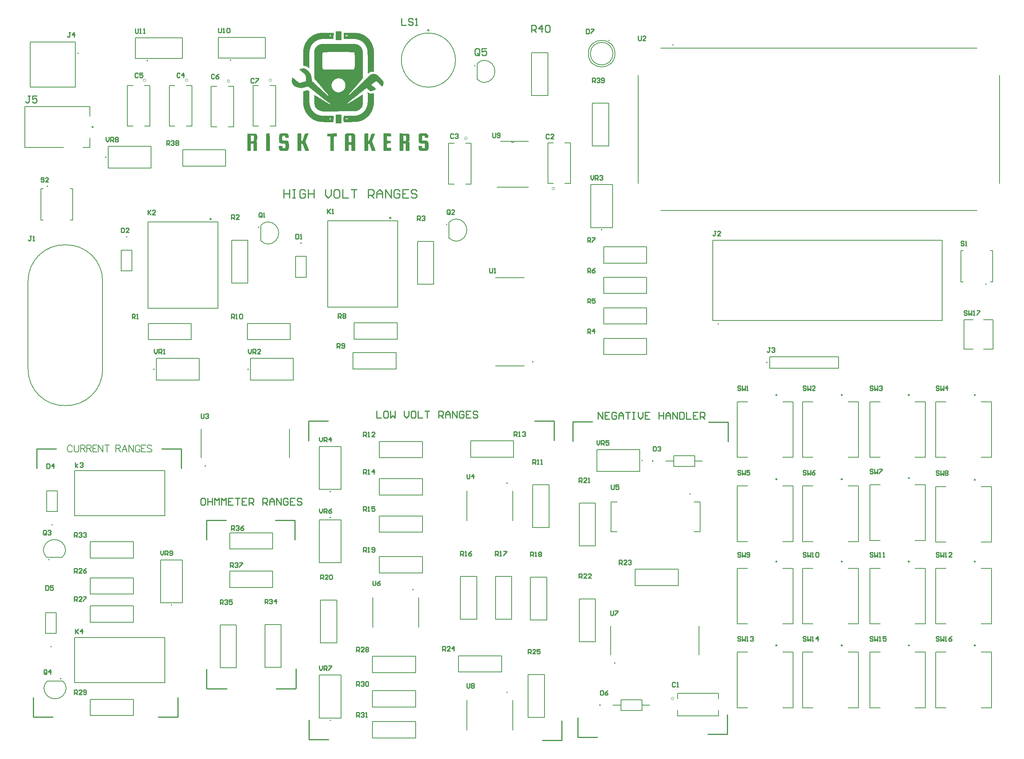
<source format=gto>
G04*
G04 #@! TF.GenerationSoftware,Altium Limited,Altium Designer,22.1.2 (22)*
G04*
G04 Layer_Color=65535*
%FSLAX44Y44*%
%MOMM*%
G71*
G04*
G04 #@! TF.SameCoordinates,67A4DC0A-CBAE-4364-A3B2-3E50B1EA6F99*
G04*
G04*
G04 #@! TF.FilePolarity,Positive*
G04*
G01*
G75*
%ADD10C,0.2000*%
%ADD11C,0.2500*%
%ADD12C,0.0000*%
%ADD13C,0.1270*%
%ADD14C,0.1500*%
%ADD15C,0.3000*%
%ADD16C,0.1524*%
%ADD17C,0.2540*%
%ADD18C,0.2032*%
G36*
X746032Y1616457D02*
X746100Y1616253D01*
X746055Y1597143D01*
X745986Y1597029D01*
X745669Y1596938D01*
X745079Y1596984D01*
X733708Y1596961D01*
X733549Y1597029D01*
X733481Y1597097D01*
X733436Y1597279D01*
Y1602136D01*
Y1602181D01*
X733458Y1607288D01*
X733390Y1607674D01*
X733299Y1607764D01*
X733254Y1607855D01*
X733073Y1608037D01*
X732982Y1608582D01*
X733027Y1609444D01*
X733073Y1615526D01*
X733390Y1615844D01*
X733436Y1616026D01*
X733481Y1616480D01*
X733731Y1616593D01*
X734548Y1616548D01*
X734707Y1616389D01*
X734752Y1616253D01*
X734865Y1616139D01*
X734979Y1616116D01*
X735115Y1616162D01*
X735161Y1616253D01*
X735297Y1616480D01*
X735410Y1616593D01*
X736205Y1616570D01*
X745079Y1616593D01*
X745215Y1616548D01*
X745805Y1616593D01*
X746032Y1616457D01*
D02*
G37*
G36*
X710536Y1613506D02*
X728397Y1613529D01*
X728556Y1613461D01*
X728624Y1613393D01*
X728670Y1613212D01*
X728624Y1600184D01*
X728465Y1600025D01*
X728170Y1600002D01*
X720703Y1600025D01*
X720386Y1599844D01*
X720204Y1599662D01*
X719886Y1599571D01*
X701480Y1599594D01*
X701321Y1599526D01*
X701208Y1599412D01*
X701162Y1599322D01*
X701049Y1599208D01*
X700686Y1599117D01*
X700277Y1599163D01*
X700186Y1599117D01*
X700050Y1599163D01*
X699256Y1599140D01*
X698870Y1599163D01*
X698643Y1599026D01*
X698575Y1598958D01*
X698461Y1598754D01*
X698144Y1598663D01*
X698008Y1598709D01*
X697213Y1598732D01*
X697032Y1598686D01*
X696895Y1598595D01*
X696759Y1598368D01*
X696646Y1598255D01*
X695988Y1598278D01*
X695806Y1598232D01*
X695579Y1598141D01*
X695511Y1598073D01*
X695420Y1598028D01*
X695329Y1597937D01*
X695102Y1597846D01*
X694694Y1597619D01*
X694603Y1597529D01*
X694149Y1597392D01*
X693582Y1597415D01*
X693355Y1597234D01*
X693219Y1597007D01*
X693037Y1596961D01*
X692924Y1596938D01*
X692787Y1596984D01*
X692560Y1596848D01*
X692447Y1596689D01*
X692334Y1596575D01*
X692016Y1596530D01*
X691743Y1596485D01*
X691630Y1596371D01*
X691585Y1596280D01*
X691516Y1596167D01*
X691335Y1596122D01*
X690881Y1596076D01*
X690768Y1595963D01*
X690631Y1595736D01*
X690563Y1595668D01*
X690019Y1595622D01*
X689905Y1595509D01*
X689769Y1595282D01*
X689565Y1595214D01*
X689156Y1595168D01*
X688952Y1595009D01*
X688906Y1594919D01*
X688543Y1594556D01*
X688521Y1594533D01*
X688248Y1594260D01*
X688180Y1594238D01*
X688135Y1594147D01*
X688067Y1594079D01*
X687976Y1594034D01*
X687749Y1593943D01*
X687318Y1593784D01*
X687091Y1593602D01*
X687045Y1593511D01*
X686955Y1593421D01*
X686909Y1593330D01*
X686750Y1593126D01*
X686569Y1593080D01*
X686115Y1593035D01*
X685956Y1592921D01*
X685911Y1592286D01*
X685797Y1592172D01*
X685207Y1592127D01*
X685048Y1591968D01*
X685003Y1591877D01*
X684935Y1591764D01*
X684844Y1591718D01*
X684753Y1591628D01*
X684662Y1591582D01*
X684594Y1591514D01*
X684549Y1591423D01*
X683981Y1590856D01*
X683891Y1590811D01*
X683777Y1590561D01*
X683732Y1590198D01*
X683528Y1589948D01*
X683165Y1589585D01*
X683074Y1589540D01*
X682960Y1589426D01*
X682824Y1589199D01*
X682756Y1589131D01*
X682120Y1589086D01*
X682052Y1589018D01*
X682007Y1588836D01*
X681962Y1588382D01*
X681848Y1588269D01*
X681757Y1588223D01*
X681508Y1587974D01*
X681462Y1587883D01*
X681394Y1587815D01*
X681303Y1587769D01*
X681099Y1587565D01*
X681054Y1587474D01*
X680940Y1587361D01*
X680872Y1587338D01*
X680827Y1587247D01*
X680736Y1587021D01*
X680668Y1586725D01*
X680600Y1586567D01*
X680396Y1586362D01*
X680305Y1586317D01*
X680169Y1586181D01*
X680078Y1586135D01*
X679874Y1585931D01*
X679828Y1585341D01*
X679715Y1585228D01*
X679488Y1585091D01*
X679420Y1585023D01*
X679374Y1584478D01*
X679261Y1584365D01*
X679034Y1584229D01*
X678966Y1584025D01*
X678920Y1583571D01*
X678852Y1583503D01*
X678625Y1583367D01*
X678557Y1583298D01*
X678512Y1582981D01*
X678466Y1582708D01*
X678307Y1582549D01*
X678217Y1582504D01*
X678103Y1582390D01*
X678058Y1581846D01*
X677944Y1581732D01*
X677718Y1581596D01*
X677649Y1581392D01*
X677672Y1580824D01*
X677627Y1580643D01*
X677559Y1580575D01*
X677513Y1580484D01*
X677445Y1580416D01*
X677377Y1580393D01*
X677332Y1580302D01*
X677241Y1580076D01*
X677196Y1579304D01*
X676991Y1579054D01*
X676832Y1578895D01*
X676787Y1578578D01*
X676741Y1577897D01*
X676673Y1577829D01*
X676583Y1577783D01*
X676424Y1577670D01*
X676333Y1577352D01*
X676378Y1576898D01*
X676333Y1576671D01*
X676174Y1576512D01*
X676083Y1576467D01*
X675970Y1576353D01*
X675925Y1576172D01*
X675947Y1575060D01*
X675856Y1574833D01*
X675539Y1574606D01*
X675471Y1574538D01*
X675493Y1573880D01*
X675471Y1572813D01*
X675516Y1572677D01*
X675471Y1572495D01*
X675425Y1571860D01*
X675221Y1571655D01*
X675130Y1571610D01*
X675062Y1571406D01*
X675017Y1571224D01*
X675062Y1571088D01*
X675017Y1534366D01*
X674903Y1534253D01*
X674722Y1534298D01*
X674563Y1534457D01*
X674517Y1534548D01*
X674245Y1534820D01*
X674200Y1534911D01*
X674041Y1535070D01*
X673950Y1535115D01*
X673655Y1535410D01*
X673609Y1535501D01*
X673269Y1535841D01*
X673178Y1535887D01*
X673087Y1535978D01*
X672997Y1536023D01*
X672815Y1536295D01*
X672724Y1536386D01*
X672497Y1536431D01*
X672361Y1536386D01*
X672112Y1536454D01*
X672021Y1536545D01*
X671975Y1536636D01*
X671749Y1536953D01*
X671680Y1537022D01*
X671612Y1537044D01*
X671590Y1537112D01*
X671499Y1537158D01*
X671272Y1537249D01*
X671090Y1537294D01*
X670863Y1537339D01*
X670614Y1537544D01*
X670432Y1537725D01*
X670387Y1537816D01*
X670250Y1537952D01*
X670228Y1538020D01*
X670001Y1538111D01*
X669683Y1538156D01*
X669456Y1538293D01*
X669320Y1538519D01*
X669138Y1538565D01*
X668639Y1538610D01*
X668526Y1538724D01*
X668389Y1538951D01*
X668140Y1539019D01*
X667777Y1539064D01*
X667618Y1539223D01*
X667572Y1539314D01*
X667459Y1539427D01*
X667277Y1539473D01*
X666642Y1539427D01*
X666415Y1539563D01*
X666256Y1539813D01*
X666052Y1539881D01*
X664327Y1539927D01*
X664168Y1540085D01*
X664123Y1540176D01*
X664009Y1540290D01*
X663828Y1540335D01*
X661694Y1540381D01*
X661603Y1540471D01*
X661513Y1540517D01*
X661263Y1540766D01*
X661172Y1540993D01*
X661127Y1541175D01*
X661104Y1541742D01*
X661127Y1563644D01*
X661081Y1563780D01*
X661127Y1564143D01*
X661240Y1564257D01*
X661467Y1564393D01*
X661535Y1564461D01*
X661581Y1564779D01*
X661535Y1564915D01*
X661581Y1576762D01*
X661694Y1576875D01*
X661785Y1576921D01*
X661944Y1577080D01*
X661989Y1577261D01*
X662035Y1578941D01*
X662194Y1579100D01*
X662284Y1579145D01*
X662398Y1579259D01*
X662443Y1579576D01*
X662398Y1580030D01*
X662443Y1580620D01*
X662534Y1580711D01*
X662557Y1580779D01*
X662647Y1580824D01*
X662806Y1580983D01*
X662852Y1581301D01*
X662897Y1582345D01*
X663101Y1582595D01*
X663260Y1582754D01*
X663306Y1583344D01*
X663351Y1583707D01*
X663555Y1583956D01*
X663669Y1584070D01*
X663760Y1584388D01*
X663714Y1584842D01*
X663760Y1585069D01*
X663873Y1585182D01*
X664100Y1585318D01*
X664168Y1585386D01*
X664145Y1586045D01*
X664191Y1586226D01*
X664372Y1586499D01*
X664440Y1586521D01*
X664486Y1586612D01*
X664576Y1586839D01*
X664667Y1587202D01*
X664826Y1587406D01*
X664917Y1587452D01*
X665030Y1587701D01*
X665076Y1588564D01*
X665189Y1588677D01*
X665416Y1588813D01*
X665484Y1589018D01*
X665530Y1589426D01*
X665643Y1589540D01*
X665870Y1589676D01*
X665916Y1590221D01*
X666029Y1590379D01*
X666279Y1590538D01*
X666347Y1590743D01*
X666392Y1591151D01*
X666597Y1591355D01*
X666687Y1591401D01*
X666755Y1591469D01*
X666801Y1591696D01*
X666755Y1591832D01*
X666869Y1592127D01*
X666960Y1592172D01*
X667255Y1592377D01*
X667300Y1592467D01*
X667572Y1592740D01*
X667663Y1593058D01*
X667731Y1593307D01*
X667822Y1593489D01*
X667913Y1593534D01*
X668049Y1593670D01*
X668140Y1593716D01*
X668276Y1593852D01*
X668367Y1593897D01*
X668480Y1594147D01*
X668526Y1594556D01*
X668684Y1594760D01*
X668775Y1594805D01*
X668889Y1594919D01*
X668934Y1595009D01*
X669138Y1595214D01*
X669365Y1595350D01*
X669434Y1595600D01*
X669388Y1595781D01*
X669479Y1596008D01*
X669592Y1596122D01*
X669683Y1596167D01*
X669797Y1596235D01*
X669842Y1596326D01*
X670092Y1596575D01*
X670160Y1596598D01*
X670205Y1596689D01*
X670614Y1597097D01*
X670704Y1597415D01*
X670818Y1597710D01*
X671158Y1598051D01*
X671204Y1598141D01*
X671363Y1598300D01*
X671453Y1598346D01*
X671522Y1598414D01*
X671567Y1598504D01*
X671680Y1598618D01*
X671771Y1598663D01*
X671975Y1598868D01*
X672021Y1598958D01*
X672180Y1599117D01*
X672270Y1599163D01*
X672475Y1599367D01*
X672520Y1599458D01*
X672679Y1599617D01*
X672770Y1599662D01*
X672974Y1599866D01*
X673019Y1599957D01*
X673133Y1600116D01*
X673224Y1600161D01*
X673360Y1600298D01*
X673451Y1600343D01*
X673655Y1600547D01*
X673746Y1600910D01*
X673791Y1601137D01*
X673904Y1601251D01*
X674268Y1601342D01*
X674495Y1601387D01*
X674744Y1601637D01*
X674790Y1601727D01*
X674880Y1601818D01*
X674926Y1601909D01*
X675085Y1602022D01*
X675334Y1602227D01*
X675425Y1602317D01*
X675471Y1602408D01*
X675675Y1602612D01*
X675766Y1602658D01*
X675925Y1602817D01*
X675970Y1602908D01*
X676083Y1603066D01*
X676401Y1603248D01*
X676515Y1603361D01*
X676560Y1603452D01*
X676764Y1603702D01*
X676900Y1603838D01*
X677445Y1603974D01*
X677695Y1604178D01*
X677740Y1604269D01*
X677899Y1604383D01*
X678103Y1604542D01*
X678149Y1604632D01*
X678466Y1604950D01*
X678512Y1605041D01*
X678625Y1605154D01*
X678807Y1605200D01*
X679238Y1605268D01*
X679420Y1605449D01*
X679465Y1605540D01*
X679578Y1605654D01*
X679669Y1605699D01*
X679874Y1605903D01*
X679919Y1605994D01*
X680032Y1606108D01*
X680577Y1606153D01*
X680691Y1606221D01*
X680736Y1606312D01*
X680940Y1606562D01*
X681167Y1606788D01*
X681258Y1606834D01*
X681576Y1606970D01*
X681757Y1607016D01*
X682075Y1607197D01*
X682325Y1607447D01*
X682461Y1607674D01*
X682574Y1607787D01*
X682756Y1607832D01*
X683210Y1607878D01*
X683278Y1607946D01*
X683323Y1608037D01*
X683482Y1608241D01*
X683800Y1608286D01*
X684027Y1608332D01*
X684140Y1608400D01*
X684186Y1608491D01*
X684390Y1608695D01*
X684889Y1608740D01*
X685048Y1608854D01*
X685094Y1608945D01*
X685207Y1609104D01*
X685389Y1609149D01*
X685797Y1609194D01*
X685956Y1609353D01*
X686069Y1609557D01*
X686251Y1609603D01*
X686705Y1609648D01*
X686818Y1609762D01*
X686955Y1609989D01*
X687159Y1610057D01*
X687840Y1610011D01*
X688089Y1610170D01*
X688135Y1610261D01*
X688248Y1610374D01*
X688566Y1610465D01*
X688861Y1610533D01*
X689202Y1610874D01*
X689701Y1610919D01*
X689860Y1611078D01*
X689996Y1611305D01*
X690246Y1611373D01*
X690699Y1611328D01*
X690972Y1611373D01*
X691290Y1611691D01*
X691607Y1611782D01*
X692334Y1611827D01*
X692447Y1611895D01*
X692492Y1611986D01*
X692651Y1612145D01*
X692833Y1612190D01*
X693151Y1612236D01*
X694240Y1612190D01*
X694376Y1612236D01*
X694603Y1612372D01*
X694785Y1612553D01*
X695102Y1612644D01*
X697395Y1612621D01*
X697576Y1612667D01*
X697667Y1612758D01*
X697803Y1612984D01*
X697871Y1613053D01*
X698053Y1613098D01*
X709151Y1613075D01*
X709333Y1613121D01*
X709469Y1613257D01*
X709605Y1613484D01*
X709809Y1613552D01*
X710536Y1613506D01*
D02*
G37*
G36*
X777715Y1588223D02*
X778169Y1588178D01*
X778441Y1587906D01*
X778759Y1587815D01*
X781210Y1587769D01*
X781324Y1587656D01*
X781369Y1587565D01*
X781483Y1587452D01*
X781664Y1587406D01*
X782050Y1587338D01*
X782209Y1587225D01*
X782322Y1587066D01*
X782436Y1586952D01*
X782776Y1586930D01*
X783253Y1586952D01*
X783457Y1586839D01*
X783503Y1586748D01*
X783707Y1586544D01*
X783798Y1586499D01*
X784002Y1586294D01*
X784047Y1586203D01*
X784161Y1586090D01*
X784342Y1586045D01*
X784706Y1585999D01*
X785023Y1585681D01*
X785114Y1585636D01*
X785182Y1585568D01*
X785228Y1585477D01*
X785318Y1585386D01*
X785341Y1585318D01*
X785432Y1585273D01*
X785523Y1585182D01*
X785613Y1585137D01*
X785727Y1585023D01*
X785772Y1584933D01*
X785976Y1584683D01*
X786067Y1584637D01*
X786340Y1584365D01*
X786430Y1584320D01*
X786544Y1584206D01*
X786589Y1584115D01*
X786748Y1583911D01*
X786952Y1583888D01*
X787247Y1583911D01*
X787452Y1583798D01*
X787497Y1583616D01*
X787474Y1583276D01*
X787542Y1583117D01*
X787610Y1583049D01*
X787792Y1583003D01*
X788246Y1582958D01*
X788314Y1582890D01*
X788450Y1582663D01*
X788700Y1582413D01*
X788791Y1582368D01*
X789177Y1581982D01*
X789222Y1581891D01*
X789381Y1581732D01*
X789608Y1581596D01*
X789676Y1581347D01*
X789721Y1580938D01*
X789835Y1580824D01*
X789926Y1580779D01*
X790175Y1580575D01*
X790266Y1580484D01*
X790311Y1580393D01*
X790447Y1580257D01*
X790493Y1580166D01*
X790606Y1580053D01*
X790833Y1579917D01*
X790947Y1579803D01*
X790992Y1579485D01*
X790947Y1579032D01*
X791015Y1578782D01*
X791401Y1578487D01*
X791446Y1577942D01*
X791560Y1577783D01*
X791650Y1577738D01*
X791719Y1577670D01*
X791809Y1577443D01*
X791855Y1577261D01*
X791945Y1577034D01*
X792150Y1576785D01*
X792218Y1576717D01*
X792263Y1576399D01*
X792309Y1574855D01*
X792377Y1574787D01*
X792672Y1574628D01*
X792717Y1574447D01*
X792763Y1573176D01*
X792899Y1573040D01*
X792921Y1572972D01*
X792990Y1572949D01*
X793035Y1572858D01*
X793126Y1572631D01*
X793171Y1572314D01*
X793126Y1571179D01*
X793148Y1566753D01*
X793126Y1566049D01*
X793171Y1565913D01*
X793216Y1565732D01*
X793307Y1565641D01*
X793353Y1565550D01*
X793489Y1565414D01*
X793579Y1565096D01*
X793602Y1561125D01*
X793557Y1560943D01*
X793466Y1560852D01*
X793375Y1560807D01*
X793171Y1560648D01*
X793126Y1560466D01*
X793148Y1559854D01*
X793126Y1519977D01*
X793171Y1519841D01*
X793126Y1519251D01*
X793262Y1519024D01*
X793511Y1518865D01*
X793579Y1518797D01*
X793602Y1518502D01*
X793557Y1512782D01*
X793489Y1512624D01*
X793284Y1512374D01*
X793057Y1512102D01*
X792672Y1511807D01*
X792535Y1511580D01*
X792422Y1511466D01*
X792331Y1511421D01*
X792082Y1511216D01*
X791945Y1511080D01*
X791855Y1510762D01*
X791719Y1510399D01*
X791628Y1510309D01*
X791582Y1510218D01*
X791242Y1509877D01*
X791151Y1509832D01*
X790992Y1509673D01*
X790947Y1509582D01*
X790742Y1509378D01*
X790652Y1509333D01*
X790493Y1509174D01*
X790447Y1509083D01*
X790334Y1508970D01*
X790243Y1508924D01*
X790084Y1508765D01*
X790039Y1508674D01*
X789789Y1508425D01*
X789698Y1508380D01*
X789631Y1508311D01*
X789585Y1508221D01*
X789267Y1507903D01*
X789131Y1507358D01*
X788813Y1507041D01*
X788768Y1506950D01*
X788655Y1506836D01*
X788564Y1506791D01*
X788314Y1506541D01*
X788269Y1506450D01*
X787747Y1505928D01*
X787656Y1505883D01*
X787542Y1505769D01*
X787497Y1505588D01*
X787452Y1505134D01*
X787384Y1505066D01*
X787202Y1505020D01*
X786703Y1504975D01*
X786589Y1504862D01*
X786544Y1504771D01*
X786385Y1504567D01*
X786294Y1504521D01*
X785818Y1504045D01*
X785727Y1503727D01*
X785591Y1503364D01*
X785454Y1503228D01*
X785409Y1503137D01*
X785205Y1502932D01*
X785114Y1502887D01*
X784864Y1502683D01*
X784547Y1502274D01*
X784388Y1502115D01*
X784161Y1501979D01*
X784047Y1501866D01*
X783911Y1501639D01*
X783798Y1501525D01*
X783571Y1501389D01*
X783389Y1501117D01*
X783185Y1500958D01*
X783094Y1500731D01*
X783026Y1500390D01*
X782913Y1500232D01*
X782799Y1500118D01*
X782708Y1500073D01*
X782436Y1499800D01*
X782368Y1499778D01*
X782322Y1499687D01*
X782232Y1499596D01*
X782186Y1499505D01*
X782118Y1499437D01*
X782027Y1499392D01*
X781937Y1499301D01*
X781846Y1499256D01*
X781732Y1499097D01*
X781528Y1498847D01*
X781256Y1498575D01*
X781165Y1498530D01*
X781006Y1498416D01*
X780961Y1498234D01*
X780915Y1497780D01*
X780756Y1497622D01*
X780529Y1497486D01*
X780461Y1497417D01*
X780416Y1497327D01*
X779554Y1496464D01*
X779508Y1496373D01*
X779349Y1496260D01*
X778873Y1495783D01*
X778782Y1495466D01*
X778714Y1495216D01*
X778623Y1495080D01*
X778532Y1495034D01*
X778419Y1494921D01*
X778373Y1494830D01*
X778169Y1494626D01*
X778078Y1494580D01*
X777919Y1494422D01*
X777874Y1494331D01*
X777783Y1494240D01*
X777760Y1494172D01*
X777670Y1494126D01*
X777216Y1493673D01*
X777125Y1493627D01*
X777012Y1493514D01*
X776966Y1493423D01*
X776875Y1493332D01*
X776853Y1493264D01*
X776762Y1493219D01*
X776512Y1493014D01*
X776308Y1492765D01*
X776240Y1492697D01*
X776149Y1492379D01*
X776104Y1492197D01*
X775968Y1491970D01*
X775673Y1491675D01*
X775582Y1491630D01*
X775423Y1491517D01*
X775378Y1491426D01*
X775173Y1491131D01*
X775082Y1491085D01*
X774833Y1490881D01*
X774629Y1490631D01*
X774538Y1490541D01*
X774447Y1490495D01*
X774061Y1490109D01*
X774016Y1490019D01*
X773811Y1489814D01*
X773721Y1489769D01*
X773562Y1489655D01*
X773516Y1489383D01*
X773562Y1489247D01*
X773494Y1488997D01*
X773403Y1488907D01*
X772767Y1488861D01*
X772699Y1488793D01*
X772654Y1488611D01*
X772609Y1488203D01*
X772495Y1488089D01*
X772404Y1488044D01*
X772291Y1487931D01*
X772245Y1487840D01*
X772087Y1487636D01*
X771996Y1487590D01*
X771746Y1487386D01*
X771701Y1487295D01*
X771587Y1487136D01*
X771497Y1487091D01*
X771111Y1486796D01*
X771065Y1486705D01*
X770929Y1486387D01*
X770861Y1486138D01*
X770679Y1485865D01*
X770521Y1485706D01*
X770475Y1485616D01*
X770407Y1485547D01*
X770316Y1485502D01*
X770067Y1485252D01*
X770021Y1485162D01*
X769862Y1485003D01*
X769772Y1484957D01*
X769567Y1484753D01*
X769522Y1484662D01*
X769454Y1484594D01*
X769363Y1484549D01*
X769159Y1484345D01*
X769113Y1484254D01*
X769000Y1484140D01*
X768909Y1484095D01*
X768750Y1483936D01*
X768705Y1483845D01*
X768047Y1483187D01*
X767956Y1483142D01*
X767842Y1483028D01*
X767797Y1482937D01*
X767638Y1482779D01*
X767547Y1482733D01*
X767434Y1482574D01*
X767275Y1482415D01*
X767184Y1482370D01*
X767071Y1482302D01*
X766980Y1481984D01*
X767026Y1481803D01*
X766980Y1481667D01*
X766935Y1481576D01*
X766730Y1481508D01*
X766231Y1481462D01*
X766163Y1481394D01*
X766118Y1481303D01*
X765959Y1481099D01*
X765868Y1481054D01*
X765664Y1480849D01*
X765618Y1480759D01*
X765550Y1480691D01*
X765459Y1480645D01*
X765255Y1480441D01*
X765210Y1479896D01*
X765051Y1479737D01*
X764960Y1479692D01*
X764824Y1479556D01*
X764756Y1479533D01*
X764710Y1479442D01*
X764552Y1479329D01*
X764483Y1479261D01*
X764438Y1479170D01*
X764234Y1478920D01*
X763939Y1478716D01*
X763893Y1478625D01*
X763576Y1478307D01*
X763530Y1478217D01*
X763417Y1478103D01*
X763326Y1478058D01*
X763122Y1477899D01*
X763076Y1477717D01*
X763031Y1477263D01*
X762917Y1477150D01*
X762691Y1477014D01*
X762577Y1476900D01*
X762532Y1476810D01*
X762418Y1476696D01*
X762327Y1476651D01*
X762214Y1476537D01*
X762169Y1476447D01*
X761919Y1476197D01*
X761828Y1476151D01*
X761715Y1475993D01*
X761193Y1475470D01*
X761102Y1475425D01*
X760943Y1475312D01*
X760898Y1475130D01*
X760943Y1474767D01*
X760693Y1474517D01*
X760602Y1474472D01*
X760534Y1474404D01*
X760489Y1474313D01*
X760376Y1474200D01*
X760285Y1474154D01*
X760035Y1473950D01*
X760080Y1473723D01*
X760194Y1473609D01*
X760693Y1473655D01*
X760898Y1473859D01*
X760943Y1473950D01*
X761011Y1474018D01*
X761102Y1474063D01*
X761306Y1474268D01*
X761351Y1474359D01*
X761420Y1474472D01*
X761692Y1474563D01*
X761828Y1474517D01*
X762055Y1474563D01*
X762123Y1474631D01*
X762169Y1474722D01*
X762373Y1474926D01*
X762464Y1474971D01*
X762668Y1475175D01*
X762713Y1475266D01*
X762827Y1475380D01*
X762917Y1475425D01*
X763122Y1475629D01*
X763235Y1475834D01*
X763553Y1476015D01*
X763621Y1476083D01*
X763666Y1476174D01*
X763893Y1476492D01*
X763939Y1476583D01*
X764234Y1476696D01*
X764688Y1476741D01*
X764801Y1476855D01*
X764847Y1476946D01*
X765005Y1477105D01*
X765096Y1477150D01*
X765255Y1477309D01*
X765391Y1477536D01*
X765459Y1477604D01*
X765550Y1477649D01*
X765800Y1477854D01*
X766027Y1478081D01*
X766072Y1478171D01*
X766322Y1478421D01*
X766413Y1478466D01*
X766617Y1478671D01*
X766662Y1478761D01*
X766821Y1478920D01*
X766912Y1478966D01*
X767026Y1479125D01*
X767275Y1479374D01*
X767366Y1479420D01*
X767434Y1479488D01*
X767479Y1479579D01*
X767956Y1480055D01*
X768047Y1480101D01*
X768251Y1480305D01*
X768296Y1480396D01*
X768501Y1480600D01*
X768592Y1480645D01*
X768750Y1480804D01*
X768796Y1480895D01*
X768864Y1481008D01*
X769045Y1481054D01*
X769499Y1481099D01*
X769567Y1481167D01*
X769704Y1481394D01*
X769817Y1481508D01*
X769908Y1481553D01*
X770021Y1481667D01*
X770067Y1481848D01*
X770112Y1482257D01*
X770180Y1482325D01*
X770362Y1482370D01*
X770770Y1482415D01*
X770861Y1482506D01*
X770952Y1482552D01*
X771020Y1482620D01*
X771065Y1482711D01*
X771292Y1482937D01*
X771338Y1483028D01*
X771542Y1483233D01*
X771633Y1483278D01*
X772200Y1483845D01*
X772245Y1483936D01*
X772359Y1484050D01*
X772450Y1484095D01*
X772654Y1484254D01*
X772699Y1484345D01*
X772904Y1484594D01*
X773221Y1484912D01*
X773312Y1484957D01*
X773471Y1485116D01*
X773516Y1485207D01*
X773721Y1485411D01*
X773811Y1485457D01*
X773970Y1485570D01*
X774016Y1485661D01*
X774220Y1485911D01*
X774311Y1486001D01*
X774401Y1486047D01*
X774629Y1486274D01*
X774697Y1486297D01*
X774742Y1486387D01*
X774833Y1486478D01*
X774878Y1486569D01*
X774992Y1486682D01*
X775173Y1486728D01*
X775627Y1486773D01*
X775695Y1486977D01*
X775718Y1487091D01*
X775695Y1487341D01*
X775809Y1487545D01*
X775990Y1487590D01*
X776444Y1487636D01*
X776558Y1487749D01*
X776603Y1487840D01*
X776671Y1487953D01*
X776762Y1487999D01*
X777012Y1488203D01*
X777102Y1488294D01*
X777148Y1488385D01*
X777307Y1488543D01*
X777397Y1488589D01*
X777511Y1488748D01*
X778578Y1489814D01*
X778668Y1489860D01*
X778782Y1489973D01*
X778827Y1490064D01*
X779349Y1490586D01*
X779440Y1490631D01*
X779599Y1490790D01*
X779644Y1490881D01*
X779803Y1491040D01*
X779894Y1491085D01*
X780053Y1491244D01*
X780098Y1491335D01*
X780166Y1491448D01*
X780257Y1491494D01*
X780507Y1491698D01*
X780598Y1491789D01*
X780643Y1491880D01*
X780802Y1492039D01*
X780893Y1492084D01*
X781120Y1492356D01*
X782027Y1493264D01*
X782118Y1493309D01*
X782277Y1493468D01*
X782322Y1493559D01*
X782844Y1494081D01*
X782935Y1494126D01*
X783094Y1494285D01*
X783139Y1494376D01*
X783298Y1494535D01*
X783389Y1494580D01*
X783548Y1494739D01*
X783593Y1494830D01*
X783752Y1494989D01*
X783843Y1495034D01*
X783957Y1495148D01*
X784002Y1495239D01*
X784206Y1495488D01*
X784388Y1495534D01*
X784592Y1495692D01*
X784864Y1496192D01*
X785069Y1496260D01*
X785568Y1496305D01*
X785681Y1496419D01*
X785727Y1496600D01*
X785772Y1497054D01*
X785886Y1497168D01*
X786521Y1497213D01*
X786589Y1497281D01*
X786635Y1497463D01*
X786612Y1497849D01*
X786680Y1498008D01*
X786930Y1498076D01*
X787247Y1498030D01*
X787452Y1498189D01*
X787588Y1498416D01*
X787701Y1498530D01*
X787792Y1498575D01*
X788813Y1499596D01*
X788859Y1499687D01*
X789177Y1499914D01*
X789222Y1500005D01*
X789381Y1500209D01*
X789472Y1500254D01*
X790084Y1500867D01*
X790130Y1500958D01*
X790289Y1501071D01*
X790493Y1501276D01*
X790538Y1501366D01*
X790697Y1501525D01*
X790901Y1501639D01*
X790947Y1501730D01*
X791151Y1501979D01*
X791401Y1502184D01*
X792263Y1503046D01*
X792309Y1503137D01*
X792377Y1503205D01*
X792467Y1503250D01*
X792558Y1503341D01*
X792649Y1503386D01*
X792876Y1503704D01*
X792967Y1503750D01*
X793579Y1504362D01*
X793625Y1504453D01*
X793897Y1504680D01*
X793988Y1504771D01*
X794034Y1504862D01*
X794192Y1505020D01*
X794397Y1505134D01*
X794442Y1505225D01*
X794646Y1505475D01*
X794896Y1505679D01*
X795758Y1506541D01*
X795804Y1506632D01*
X795872Y1506700D01*
X795963Y1506745D01*
X796167Y1506904D01*
X796212Y1506995D01*
X796371Y1507199D01*
X796462Y1507245D01*
X797075Y1507858D01*
X797120Y1507948D01*
X797279Y1508062D01*
X797483Y1508266D01*
X797529Y1508357D01*
X797642Y1508470D01*
X797733Y1508516D01*
X797892Y1508629D01*
X797937Y1508720D01*
X798141Y1508970D01*
X798232Y1509015D01*
X799253Y1510036D01*
X799299Y1510127D01*
X799617Y1510354D01*
X799662Y1510445D01*
X799753Y1510536D01*
X799798Y1510626D01*
X799866Y1510694D01*
X799957Y1510740D01*
X800570Y1511353D01*
X800592Y1511421D01*
X800683Y1511466D01*
X800978Y1511761D01*
X801024Y1511852D01*
X801137Y1511965D01*
X801228Y1512011D01*
X801387Y1512124D01*
X801432Y1512215D01*
X801637Y1512465D01*
X801727Y1512510D01*
X801886Y1512624D01*
X801932Y1512714D01*
X802454Y1513236D01*
X802544Y1513282D01*
X802703Y1513441D01*
X802749Y1513531D01*
X802862Y1513690D01*
X802953Y1513736D01*
X803203Y1513940D01*
X803475Y1514212D01*
X803520Y1514303D01*
X803611Y1514394D01*
X803656Y1514485D01*
X803952Y1514598D01*
X804360Y1514644D01*
X804473Y1514757D01*
X804519Y1515347D01*
X804632Y1515461D01*
X804723Y1515506D01*
X804927Y1515710D01*
X804973Y1515801D01*
X805086Y1515914D01*
X805404Y1515960D01*
X805676Y1516005D01*
X806153Y1516482D01*
X806198Y1516800D01*
X806244Y1516981D01*
X806357Y1517186D01*
X806539Y1517231D01*
X806947Y1517276D01*
X807038Y1517367D01*
X807106Y1517390D01*
X807152Y1517480D01*
X807356Y1517730D01*
X807583Y1517957D01*
X807674Y1518002D01*
X807923Y1518207D01*
X807969Y1518524D01*
X808014Y1518888D01*
X808082Y1518956D01*
X808332Y1518978D01*
X808581Y1518956D01*
X808808Y1519092D01*
X809035Y1519455D01*
X809172Y1519591D01*
X809262Y1519637D01*
X809398Y1519773D01*
X809921Y1519886D01*
X810170Y1520045D01*
X810465Y1520340D01*
X810511Y1520431D01*
X810715Y1520635D01*
X810896Y1520681D01*
X811237Y1520749D01*
X811396Y1520862D01*
X811509Y1521021D01*
X811623Y1521134D01*
X811963Y1521157D01*
X812485Y1521134D01*
X812735Y1521339D01*
X812939Y1521543D01*
X813257Y1521588D01*
X813938Y1521634D01*
X814255Y1521951D01*
X814619Y1522042D01*
X814936Y1521997D01*
X815209Y1522042D01*
X815368Y1522201D01*
X815504Y1522428D01*
X815685Y1522474D01*
X815844Y1522496D01*
X815980Y1522451D01*
X818545Y1522474D01*
X818772Y1522383D01*
X818999Y1522065D01*
X819203Y1521997D01*
X819839Y1522042D01*
X819975Y1521997D01*
X820429Y1521951D01*
X820701Y1521679D01*
X820928Y1521588D01*
X822244Y1521543D01*
X822312Y1521475D01*
X822449Y1521248D01*
X822517Y1521180D01*
X822698Y1521134D01*
X822993Y1521066D01*
X823243Y1520908D01*
X823334Y1520817D01*
X823629Y1520703D01*
X823856Y1520612D01*
X824015Y1520499D01*
X824105Y1520408D01*
X824196Y1520363D01*
X824332Y1520317D01*
X824696Y1520227D01*
X825013Y1520045D01*
X825127Y1519932D01*
X825172Y1519841D01*
X825467Y1519455D01*
X825785Y1519410D01*
X826148Y1519364D01*
X826216Y1519296D01*
X826352Y1519069D01*
X826511Y1518910D01*
X826602Y1518865D01*
X826715Y1518751D01*
X826761Y1518661D01*
X827010Y1518411D01*
X827101Y1518366D01*
X827533Y1517934D01*
X827578Y1517844D01*
X827782Y1517639D01*
X827873Y1517594D01*
X828122Y1517344D01*
X828145Y1517276D01*
X828236Y1517231D01*
X828849Y1516618D01*
X828894Y1516527D01*
X829053Y1516368D01*
X829144Y1516323D01*
X829212Y1516255D01*
X829257Y1516164D01*
X829507Y1515914D01*
X829598Y1515869D01*
X829757Y1515710D01*
X829802Y1515619D01*
X829961Y1515461D01*
X830052Y1515415D01*
X830211Y1515256D01*
X830256Y1515166D01*
X830460Y1514961D01*
X830551Y1514916D01*
X830982Y1514485D01*
X831028Y1514394D01*
X831232Y1514190D01*
X831323Y1514144D01*
X832344Y1513123D01*
X832389Y1513032D01*
X832548Y1512873D01*
X832639Y1512828D01*
X832707Y1512760D01*
X832753Y1512669D01*
X833002Y1512419D01*
X833093Y1512374D01*
X833252Y1512215D01*
X833388Y1511988D01*
X833456Y1511920D01*
X833547Y1511875D01*
X833638Y1511784D01*
X833728Y1511738D01*
X834024Y1511443D01*
X834069Y1511262D01*
X834114Y1510853D01*
X834228Y1510740D01*
X834546Y1510694D01*
X834840Y1510626D01*
X834977Y1510490D01*
X835022Y1509946D01*
X835181Y1509741D01*
X835272Y1509696D01*
X835658Y1509401D01*
X835703Y1509310D01*
X835907Y1509060D01*
X836248Y1508811D01*
X836293Y1508720D01*
X836452Y1508516D01*
X836543Y1508470D01*
X836747Y1508311D01*
X836883Y1508084D01*
X837042Y1507926D01*
X837133Y1507880D01*
X837269Y1507744D01*
X837360Y1507699D01*
X837473Y1507585D01*
X837564Y1507358D01*
X837655Y1506950D01*
X837859Y1506700D01*
X838177Y1506382D01*
X838268Y1506337D01*
X838381Y1506223D01*
X838472Y1505860D01*
X838540Y1505611D01*
X838790Y1505361D01*
X838835Y1505270D01*
X838994Y1505111D01*
X839221Y1504975D01*
X839334Y1504862D01*
X839289Y1500867D01*
X839175Y1500708D01*
X839085Y1500663D01*
X838971Y1500549D01*
X838880Y1500186D01*
X838903Y1499800D01*
X838858Y1499165D01*
X838744Y1499006D01*
X838517Y1498779D01*
X838472Y1498598D01*
X838426Y1497826D01*
X838222Y1497576D01*
X838131Y1497531D01*
X838018Y1497281D01*
X837972Y1496918D01*
X837768Y1496668D01*
X837360Y1496351D01*
X837246Y1496237D01*
X837156Y1495874D01*
X837087Y1495625D01*
X837019Y1495556D01*
X836997Y1495488D01*
X836906Y1495443D01*
X836747Y1495284D01*
X836702Y1494739D01*
X836543Y1494580D01*
X836452Y1494535D01*
X836338Y1494422D01*
X836202Y1494195D01*
X836134Y1494126D01*
X835907Y1494172D01*
X835680Y1494535D01*
X835499Y1494580D01*
X835136Y1494626D01*
X834931Y1494830D01*
X834909Y1494898D01*
X834818Y1494944D01*
X834727Y1495034D01*
X834636Y1495080D01*
X834523Y1495193D01*
X834477Y1495284D01*
X833206Y1496555D01*
X833161Y1496646D01*
X833002Y1496759D01*
X832798Y1496964D01*
X832753Y1497054D01*
X832684Y1497122D01*
X832594Y1497168D01*
X831890Y1497871D01*
X831845Y1497962D01*
X831731Y1498076D01*
X831640Y1498121D01*
X831232Y1498530D01*
X831141Y1498575D01*
X831028Y1498688D01*
X830982Y1498779D01*
X829711Y1500050D01*
X829666Y1500141D01*
X829507Y1500254D01*
X829348Y1500413D01*
X829280Y1500935D01*
X829099Y1501117D01*
X829008Y1501162D01*
X828894Y1501276D01*
X828849Y1501366D01*
X828599Y1501616D01*
X828508Y1501662D01*
X828281Y1501979D01*
X828191Y1502025D01*
X828100Y1502115D01*
X828009Y1502161D01*
X827941Y1502229D01*
X827896Y1502320D01*
X827828Y1502388D01*
X827737Y1502433D01*
X827623Y1502592D01*
X827328Y1502887D01*
X827237Y1502932D01*
X827124Y1503046D01*
X827078Y1503137D01*
X826920Y1503296D01*
X826829Y1503341D01*
X826670Y1503500D01*
X826625Y1503591D01*
X826556Y1503659D01*
X826466Y1503704D01*
X826307Y1503863D01*
X826262Y1503954D01*
X825898Y1504317D01*
X825853Y1504408D01*
X825694Y1504567D01*
X825422Y1504612D01*
X825286Y1504567D01*
X825104Y1504612D01*
X824990Y1504725D01*
X824854Y1504952D01*
X824650Y1505020D01*
X824242Y1505066D01*
X824083Y1505225D01*
X823969Y1505429D01*
X823788Y1505475D01*
X823084Y1505452D01*
X822562Y1505475D01*
X822358Y1505316D01*
X822222Y1505089D01*
X822154Y1505020D01*
X821155Y1504975D01*
X821041Y1504862D01*
X820996Y1504771D01*
X820837Y1504612D01*
X820519Y1504567D01*
X820247Y1504521D01*
X820134Y1504408D01*
X820088Y1504317D01*
X819771Y1503999D01*
X819725Y1503908D01*
X819612Y1503795D01*
X819294Y1503750D01*
X819022Y1503704D01*
X818863Y1503545D01*
X818817Y1503454D01*
X818658Y1503296D01*
X818341Y1503250D01*
X818068Y1503205D01*
X817773Y1502910D01*
X817728Y1502819D01*
X817592Y1502683D01*
X817546Y1502592D01*
X817387Y1502433D01*
X817297Y1502388D01*
X816684Y1501775D01*
X816638Y1501684D01*
X816366Y1501503D01*
X816275Y1501412D01*
X816230Y1501321D01*
X816071Y1501117D01*
X815481Y1501071D01*
X815413Y1501003D01*
X815368Y1500913D01*
X815163Y1500663D01*
X815072Y1500618D01*
X814914Y1500504D01*
X814868Y1500413D01*
X814664Y1500164D01*
X814414Y1499959D01*
X813892Y1499437D01*
X813711Y1499392D01*
X813416Y1499324D01*
X813166Y1499165D01*
X813121Y1499074D01*
X813030Y1499029D01*
X812939Y1498938D01*
X812848Y1498893D01*
X812780Y1498825D01*
X812735Y1498643D01*
X812757Y1498348D01*
X812667Y1498121D01*
X812576Y1498076D01*
X812326Y1497871D01*
X812372Y1497644D01*
X812440Y1497576D01*
X812757Y1497395D01*
X813143Y1497009D01*
X813189Y1496918D01*
X813257Y1496850D01*
X813484Y1496759D01*
X813892Y1496668D01*
X814664Y1495897D01*
X814755Y1495851D01*
X814868Y1495738D01*
X814914Y1495647D01*
X815072Y1495488D01*
X815163Y1495443D01*
X815277Y1495329D01*
X815322Y1495239D01*
X815526Y1495034D01*
X815617Y1494989D01*
X815821Y1494785D01*
X815867Y1494694D01*
X815980Y1494580D01*
X816434Y1494535D01*
X816661Y1494399D01*
X816775Y1494240D01*
X817342Y1493673D01*
X817433Y1493627D01*
X817592Y1493468D01*
X817637Y1493378D01*
X817773Y1493241D01*
X817819Y1493151D01*
X818068Y1492901D01*
X818250Y1492856D01*
X818658Y1492810D01*
X818817Y1492697D01*
X818863Y1492606D01*
X819067Y1492356D01*
X819158Y1492311D01*
X819317Y1492197D01*
X819362Y1492107D01*
X819612Y1491766D01*
X819702Y1491721D01*
X819839Y1491585D01*
X819929Y1491539D01*
X820134Y1491335D01*
X820179Y1491244D01*
X820338Y1491085D01*
X820429Y1491040D01*
X820587Y1490926D01*
X820633Y1490836D01*
X820837Y1490586D01*
X820928Y1490541D01*
X821359Y1490109D01*
X821405Y1490019D01*
X821654Y1489769D01*
X821745Y1489724D01*
X821859Y1489610D01*
X821904Y1489292D01*
X821859Y1488657D01*
X821745Y1488498D01*
X821654Y1488452D01*
X821495Y1488294D01*
X821450Y1487749D01*
X821246Y1487545D01*
X821019Y1487409D01*
X820951Y1487341D01*
X820905Y1487250D01*
X820429Y1486773D01*
X820111Y1486728D01*
X819816Y1486614D01*
X819566Y1486364D01*
X819385Y1486319D01*
X819022Y1486274D01*
X818863Y1486115D01*
X818817Y1486024D01*
X818749Y1485911D01*
X818500Y1485843D01*
X817887Y1485865D01*
X817478Y1485638D01*
X817206Y1485457D01*
X817024Y1485411D01*
X816593Y1485116D01*
X816298Y1485003D01*
X816003Y1484980D01*
X815572Y1485003D01*
X815368Y1484798D01*
X815231Y1484572D01*
X815004Y1484526D01*
X814982Y1484503D01*
X814846Y1484549D01*
X813302Y1484503D01*
X813234Y1484435D01*
X813098Y1484209D01*
X812803Y1484095D01*
X811101Y1484118D01*
X810579Y1484095D01*
X810443Y1484140D01*
X809580Y1484095D01*
X809353Y1484231D01*
X809285Y1484299D01*
X809240Y1484390D01*
X809035Y1484594D01*
X808945Y1484640D01*
X808876Y1484708D01*
X808831Y1484798D01*
X808718Y1484957D01*
X808536Y1485003D01*
X808037Y1485048D01*
X807969Y1485116D01*
X807787Y1485434D01*
X807538Y1485684D01*
X807447Y1485729D01*
X807356Y1485820D01*
X807265Y1485865D01*
X807197Y1485933D01*
X807152Y1486024D01*
X806947Y1486274D01*
X806652Y1486297D01*
X806630Y1486274D01*
X806493Y1486319D01*
X806312Y1486364D01*
X806244Y1486433D01*
X806198Y1487023D01*
X806130Y1487136D01*
X805949Y1487182D01*
X805563Y1487159D01*
X805381Y1487295D01*
X805245Y1487522D01*
X804973Y1487704D01*
X804882Y1487931D01*
X804927Y1488248D01*
X804769Y1488452D01*
X804451Y1488498D01*
X804178Y1488543D01*
X803656Y1489065D01*
X803611Y1489156D01*
X803452Y1489315D01*
X803361Y1489360D01*
X803112Y1489610D01*
X803066Y1489701D01*
X802998Y1489769D01*
X802907Y1489814D01*
X802658Y1490064D01*
X802612Y1490155D01*
X802181Y1490586D01*
X801863Y1490631D01*
X801296Y1490654D01*
X801069Y1490563D01*
X800933Y1490427D01*
X800888Y1490336D01*
X800411Y1489860D01*
X800048Y1489769D01*
X799798Y1489701D01*
X799730Y1489633D01*
X799639Y1489587D01*
X799526Y1489474D01*
X799480Y1489383D01*
X799344Y1489247D01*
X799299Y1489156D01*
X799095Y1488952D01*
X798777Y1488907D01*
X798550Y1488861D01*
X798391Y1488702D01*
X798346Y1488611D01*
X798073Y1488430D01*
X797937Y1488294D01*
X797892Y1488203D01*
X797688Y1487999D01*
X797597Y1487953D01*
X797529Y1487885D01*
X797483Y1487794D01*
X797234Y1487545D01*
X797143Y1487499D01*
X796961Y1487227D01*
X796734Y1487136D01*
X796280Y1487091D01*
X796212Y1487023D01*
X796167Y1486932D01*
X795963Y1486682D01*
X795872Y1486637D01*
X795690Y1486455D01*
X795600Y1486410D01*
X795486Y1486297D01*
X795441Y1486206D01*
X795236Y1485911D01*
X795055Y1485865D01*
X794556Y1485820D01*
X794487Y1485752D01*
X794442Y1485661D01*
X794238Y1485411D01*
X794147Y1485366D01*
X793897Y1485116D01*
X793852Y1485025D01*
X793761Y1484935D01*
X793716Y1484844D01*
X793602Y1484731D01*
X793511Y1484685D01*
X793262Y1484481D01*
X793171Y1484390D01*
X793126Y1484299D01*
X792967Y1484140D01*
X792513Y1484095D01*
X792286Y1483959D01*
X792104Y1483686D01*
X791696Y1483369D01*
X791537Y1483210D01*
X791491Y1483119D01*
X791287Y1482869D01*
X791151Y1482824D01*
X790697Y1482779D01*
X790493Y1482574D01*
X790447Y1482484D01*
X790289Y1482325D01*
X790198Y1482279D01*
X790130Y1482211D01*
X790084Y1482120D01*
X789789Y1481825D01*
X789721Y1481803D01*
X789676Y1481712D01*
X789018Y1481054D01*
X788927Y1481008D01*
X788768Y1480849D01*
X788723Y1480759D01*
X788655Y1480691D01*
X788473Y1480645D01*
X788064Y1480600D01*
X787951Y1480486D01*
X787906Y1480396D01*
X787792Y1480237D01*
X787701Y1480191D01*
X787497Y1479987D01*
X787452Y1479896D01*
X787338Y1479783D01*
X787157Y1479737D01*
X786839Y1479783D01*
X786635Y1479624D01*
X786498Y1479397D01*
X786430Y1479329D01*
X786340Y1479283D01*
X786090Y1479034D01*
X786067Y1478966D01*
X785976Y1478920D01*
X785454Y1478398D01*
X785409Y1478307D01*
X785318Y1478217D01*
X785273Y1478126D01*
X784978Y1478013D01*
X784569Y1477967D01*
X784501Y1477899D01*
X784456Y1477808D01*
X784252Y1477604D01*
X784161Y1477559D01*
X784002Y1477400D01*
X783888Y1477195D01*
X783798Y1477150D01*
X783548Y1476946D01*
X783457Y1476855D01*
X783412Y1476764D01*
X782981Y1476333D01*
X782890Y1476288D01*
X782731Y1476129D01*
X782686Y1476038D01*
X782572Y1475925D01*
X782254Y1475834D01*
X782005Y1475766D01*
X781732Y1475539D01*
X780552Y1474359D01*
X780507Y1474268D01*
X780393Y1474154D01*
X780303Y1474109D01*
X780098Y1473950D01*
X780053Y1473859D01*
X779894Y1473655D01*
X779304Y1473609D01*
X779190Y1473496D01*
X779145Y1473405D01*
X778941Y1473156D01*
X778850Y1473065D01*
X778759Y1473019D01*
X778623Y1472883D01*
X778305Y1472793D01*
X777942Y1472656D01*
X777783Y1472543D01*
X777738Y1472452D01*
X777602Y1472316D01*
X777556Y1472225D01*
X777466Y1472134D01*
X777443Y1472066D01*
X777352Y1472021D01*
X777102Y1471817D01*
X777012Y1471726D01*
X776875Y1471499D01*
X776807Y1471431D01*
X776580Y1471295D01*
X776422Y1471136D01*
X776376Y1471045D01*
X776081Y1470659D01*
X775763Y1470614D01*
X775400Y1470568D01*
X775287Y1470455D01*
X775241Y1470364D01*
X775173Y1470251D01*
X775082Y1470205D01*
X774992Y1470114D01*
X774901Y1470069D01*
X774833Y1470001D01*
X774788Y1469910D01*
X774583Y1469660D01*
X774333Y1469456D01*
X774265Y1469388D01*
X774084Y1469343D01*
X773698Y1469275D01*
X773630Y1469207D01*
X773562Y1469184D01*
X773516Y1469093D01*
X773312Y1468843D01*
X773221Y1468798D01*
X772972Y1468594D01*
X772926Y1468503D01*
X772745Y1468321D01*
X772699Y1468231D01*
X772541Y1468072D01*
X772177Y1467981D01*
X771905Y1467935D01*
X771746Y1467777D01*
X771701Y1467686D01*
X771224Y1467209D01*
X771133Y1467164D01*
X770975Y1467005D01*
X770838Y1466778D01*
X770770Y1466710D01*
X770180Y1466665D01*
X770067Y1466551D01*
X769930Y1466324D01*
X769772Y1466165D01*
X769681Y1466120D01*
X769567Y1466006D01*
X769522Y1465916D01*
X769363Y1465757D01*
X769272Y1465711D01*
X769045Y1465484D01*
X768955Y1465439D01*
X768750Y1465235D01*
X768705Y1465144D01*
X768614Y1465053D01*
X768592Y1464985D01*
X768501Y1464940D01*
X768410Y1464849D01*
X768319Y1464803D01*
X768001Y1464577D01*
X767774Y1464486D01*
X767366Y1464259D01*
X767071Y1463964D01*
X767026Y1463873D01*
X766867Y1463714D01*
X766776Y1463669D01*
X766572Y1463465D01*
X766435Y1463237D01*
X766186Y1463079D01*
X766072Y1462965D01*
X766027Y1462874D01*
X765596Y1462443D01*
X765369Y1462352D01*
X765074Y1462284D01*
X764915Y1462216D01*
X764665Y1462012D01*
X764574Y1461921D01*
X764529Y1461830D01*
X764393Y1461694D01*
X764347Y1461603D01*
X764279Y1461535D01*
X764188Y1461490D01*
X763939Y1461286D01*
X763735Y1461036D01*
X763530Y1460832D01*
X763485Y1460741D01*
X763417Y1460673D01*
X763326Y1460627D01*
X763122Y1460423D01*
X762986Y1460196D01*
X762781Y1460128D01*
X762418Y1460174D01*
X762259Y1460060D01*
X762123Y1459833D01*
X761964Y1459674D01*
X761873Y1459629D01*
X761805Y1459561D01*
X761760Y1459470D01*
X761147Y1458857D01*
X761056Y1458812D01*
X760852Y1458607D01*
X760807Y1458517D01*
X760693Y1458403D01*
X760602Y1458358D01*
X760353Y1458154D01*
X760307Y1458063D01*
X760171Y1457972D01*
X760126Y1457881D01*
X760035Y1457791D01*
X759990Y1457700D01*
X759876Y1457586D01*
X759786Y1457541D01*
X759536Y1457291D01*
X759491Y1457200D01*
X759422Y1457132D01*
X759332Y1457087D01*
X759082Y1456837D01*
X759036Y1456747D01*
X758878Y1456633D01*
X758719Y1456474D01*
X758673Y1456383D01*
X758469Y1456179D01*
X758378Y1456134D01*
X758265Y1456020D01*
X758220Y1455929D01*
X758106Y1455771D01*
X758015Y1455725D01*
X757788Y1455498D01*
X757698Y1455453D01*
X757402Y1455158D01*
X757357Y1455067D01*
X757289Y1454999D01*
X757198Y1454953D01*
X756994Y1454749D01*
X756903Y1454386D01*
X757062Y1454091D01*
X757198Y1454046D01*
X757448Y1454205D01*
X757493Y1454295D01*
X757629Y1454431D01*
X757675Y1454522D01*
X758015Y1454863D01*
X758333Y1454953D01*
X758605Y1454999D01*
X759082Y1455475D01*
X759127Y1455566D01*
X759332Y1455771D01*
X759491Y1455839D01*
X759536Y1455929D01*
X759695Y1456179D01*
X759876Y1456225D01*
X760330Y1456270D01*
X760489Y1456429D01*
X760534Y1456519D01*
X760648Y1456633D01*
X761215Y1456701D01*
X761397Y1456883D01*
X761442Y1456974D01*
X761510Y1457087D01*
X761601Y1457132D01*
X761715Y1457246D01*
X761760Y1457337D01*
X761828Y1457405D01*
X761919Y1457450D01*
X762146Y1457541D01*
X762373Y1457586D01*
X762623Y1457791D01*
X762781Y1457949D01*
X763462Y1458040D01*
X763530Y1458108D01*
X763576Y1458199D01*
X763893Y1458607D01*
X764007Y1458721D01*
X764325Y1458812D01*
X764688Y1458948D01*
X764779Y1459039D01*
X764869Y1459084D01*
X765005Y1459220D01*
X765096Y1459266D01*
X765278Y1459538D01*
X765323Y1459629D01*
X765505Y1459674D01*
X765959Y1459720D01*
X766118Y1459879D01*
X766163Y1459969D01*
X766367Y1460174D01*
X766458Y1460219D01*
X766526Y1460287D01*
X766572Y1460378D01*
X766685Y1460537D01*
X766867Y1460582D01*
X767275Y1460627D01*
X767593Y1460945D01*
X767911Y1461036D01*
X768160Y1461104D01*
X768432Y1461331D01*
X768523Y1461422D01*
X768569Y1461513D01*
X768660Y1461603D01*
X768705Y1461694D01*
X768773Y1461762D01*
X769000Y1461853D01*
X769340Y1461921D01*
X769499Y1462035D01*
X769681Y1462216D01*
X769908Y1462352D01*
X769976Y1462420D01*
X770135Y1462715D01*
X770316Y1462761D01*
X770816Y1462806D01*
X770884Y1462874D01*
X771020Y1463101D01*
X771088Y1463169D01*
X771406Y1463215D01*
X771678Y1463260D01*
X771792Y1463374D01*
X771837Y1463465D01*
X771905Y1463578D01*
X772268Y1463669D01*
X772314Y1463623D01*
X772450Y1463669D01*
X772631Y1463714D01*
X772836Y1463918D01*
X772881Y1464009D01*
X773108Y1464327D01*
X773221Y1464440D01*
X773857Y1464531D01*
X773970Y1464645D01*
X774016Y1464735D01*
X774175Y1464894D01*
X774356Y1464940D01*
X774674Y1464985D01*
X774878Y1465144D01*
X774924Y1465235D01*
X775196Y1465507D01*
X775241Y1465598D01*
X775309Y1465666D01*
X775400Y1465711D01*
X775536Y1465757D01*
X775718Y1465802D01*
X776013Y1465870D01*
X776285Y1466097D01*
X776467Y1466279D01*
X776512Y1466369D01*
X776671Y1466619D01*
X776853Y1466665D01*
X777307Y1466710D01*
X777466Y1466823D01*
X777511Y1466914D01*
X777715Y1467164D01*
X777988Y1467436D01*
X778691Y1467686D01*
X778895Y1467890D01*
X779531Y1468117D01*
X779781Y1468321D01*
X780007Y1468548D01*
X780053Y1468639D01*
X780121Y1468753D01*
X780348Y1468843D01*
X780802Y1468889D01*
X780915Y1469002D01*
X780961Y1469093D01*
X781074Y1469252D01*
X781256Y1469297D01*
X781664Y1469343D01*
X781869Y1469547D01*
X781914Y1469638D01*
X782073Y1469751D01*
X782277Y1469955D01*
X782322Y1470046D01*
X782391Y1470114D01*
X782572Y1470160D01*
X782981Y1470205D01*
X783094Y1470319D01*
X783139Y1470409D01*
X783389Y1470659D01*
X783457Y1470682D01*
X783503Y1470773D01*
X783593Y1470863D01*
X783639Y1470954D01*
X783707Y1471022D01*
X784342Y1471113D01*
X784547Y1471317D01*
X784592Y1471408D01*
X784683Y1471499D01*
X784728Y1471590D01*
X784932Y1471794D01*
X785114Y1471839D01*
X785613Y1472021D01*
X785863Y1472225D01*
X786158Y1472339D01*
X786589Y1472497D01*
X786862Y1472770D01*
X786907Y1472861D01*
X787111Y1473110D01*
X787338Y1473246D01*
X787452Y1473360D01*
X787588Y1473587D01*
X787656Y1473655D01*
X788201Y1473700D01*
X788360Y1473859D01*
X788405Y1473950D01*
X788518Y1474063D01*
X788836Y1474109D01*
X789109Y1474154D01*
X789313Y1474313D01*
X789358Y1474404D01*
X789494Y1474540D01*
X789540Y1474631D01*
X789789Y1474881D01*
X790311Y1474994D01*
X790470Y1475107D01*
X790538Y1475175D01*
X790584Y1475266D01*
X790652Y1475334D01*
X790833Y1475380D01*
X791287Y1475425D01*
X791446Y1475584D01*
X791582Y1475811D01*
X791832Y1476061D01*
X791923Y1476106D01*
X792218Y1476401D01*
X792263Y1476492D01*
X792422Y1476651D01*
X792785Y1476741D01*
X792921Y1476696D01*
X793012Y1476651D01*
X793126Y1476537D01*
X793171Y1476129D01*
X793126Y1475993D01*
X793148Y1474790D01*
X793126Y1454704D01*
X793171Y1454568D01*
X793126Y1453978D01*
X792944Y1453660D01*
X792808Y1453524D01*
X792717Y1453161D01*
X792672Y1452117D01*
X792467Y1451867D01*
X792354Y1451753D01*
X792263Y1451390D01*
X792218Y1450301D01*
X791900Y1449983D01*
X791855Y1449802D01*
X791809Y1449393D01*
X791696Y1449280D01*
X791469Y1449143D01*
X791401Y1449075D01*
X791355Y1448531D01*
X791242Y1448417D01*
X791151Y1448372D01*
X791038Y1448304D01*
X790947Y1447986D01*
X790901Y1447668D01*
X790697Y1447464D01*
X790606Y1447419D01*
X790379Y1447146D01*
X790243Y1447010D01*
X790152Y1446965D01*
X789926Y1446692D01*
X789562Y1446329D01*
X789472Y1446284D01*
X789267Y1446080D01*
X789222Y1445989D01*
X789109Y1445830D01*
X789018Y1445784D01*
X788768Y1445580D01*
X788723Y1445489D01*
X788609Y1445331D01*
X788518Y1445285D01*
X788223Y1445081D01*
X788178Y1444990D01*
X788042Y1444854D01*
X787996Y1444763D01*
X787838Y1444559D01*
X787747Y1444513D01*
X787542Y1444355D01*
X787497Y1444264D01*
X787338Y1444059D01*
X787157Y1444014D01*
X786748Y1443969D01*
X786498Y1443764D01*
X786453Y1443674D01*
X786272Y1443492D01*
X786226Y1443401D01*
X785976Y1443152D01*
X785886Y1443106D01*
X785364Y1442584D01*
X785318Y1442494D01*
X785159Y1442335D01*
X784842Y1442289D01*
X784569Y1442244D01*
X784456Y1442130D01*
X784410Y1442040D01*
X784342Y1441926D01*
X784252Y1441881D01*
X784002Y1441631D01*
X783957Y1441540D01*
X783843Y1441427D01*
X783661Y1441382D01*
X783071Y1441427D01*
X782844Y1441336D01*
X782572Y1441064D01*
X782254Y1440973D01*
X781528Y1440927D01*
X781210Y1440610D01*
X781029Y1440564D01*
X780666Y1440519D01*
X780507Y1440360D01*
X780371Y1440133D01*
X780121Y1440065D01*
X779667Y1440110D01*
X778532Y1440065D01*
X778282Y1439861D01*
X778169Y1439747D01*
X777806Y1439657D01*
X775378Y1439679D01*
X775105Y1439634D01*
X774855Y1439475D01*
X774719Y1439339D01*
X774492Y1439248D01*
X704067Y1439225D01*
X703908Y1439294D01*
X703840Y1439362D01*
X703704Y1439588D01*
X703636Y1439657D01*
X703318Y1439702D01*
X703182Y1439657D01*
X701003Y1439702D01*
X700754Y1439906D01*
X700640Y1440020D01*
X700413Y1440110D01*
X699233Y1440156D01*
X699097Y1440292D01*
X699006Y1440337D01*
X698915Y1440428D01*
X698688Y1440519D01*
X698439Y1440587D01*
X698280Y1440655D01*
X698030Y1440860D01*
X697962Y1440927D01*
X697644Y1440973D01*
X696964Y1441018D01*
X696895Y1441086D01*
X696759Y1441313D01*
X696691Y1441382D01*
X696510Y1441427D01*
X696101Y1441472D01*
X696033Y1441540D01*
X695897Y1441767D01*
X695693Y1441835D01*
X695239Y1441881D01*
X695125Y1441994D01*
X694989Y1442221D01*
X694785Y1442289D01*
X694376Y1442335D01*
X694217Y1442494D01*
X694104Y1442698D01*
X693922Y1442743D01*
X693605Y1442698D01*
X693400Y1442811D01*
X693355Y1442902D01*
X693151Y1443152D01*
X692901Y1443356D01*
X692697Y1443560D01*
X692379Y1443606D01*
X692084Y1443764D01*
X692038Y1443855D01*
X691471Y1444423D01*
X691380Y1444468D01*
X691176Y1444672D01*
X691131Y1444763D01*
X690926Y1444967D01*
X690836Y1445013D01*
X690563Y1445285D01*
X690472Y1445331D01*
X690291Y1445603D01*
X690200Y1445694D01*
X690109Y1445739D01*
X689860Y1445943D01*
X689724Y1446170D01*
X689610Y1446284D01*
X689519Y1446329D01*
X689270Y1446533D01*
X689133Y1446670D01*
X689043Y1446897D01*
X688929Y1447373D01*
X688816Y1447532D01*
X688748Y1447600D01*
X688657Y1447645D01*
X688384Y1447918D01*
X688294Y1447963D01*
X688225Y1448031D01*
X688135Y1448394D01*
X688089Y1448621D01*
X687931Y1448780D01*
X687840Y1448826D01*
X687726Y1448939D01*
X687681Y1449211D01*
X687726Y1449348D01*
X687681Y1449529D01*
X687613Y1449643D01*
X687386Y1449779D01*
X687272Y1449892D01*
X687227Y1450392D01*
X687113Y1450551D01*
X687023Y1450596D01*
X686864Y1450755D01*
X686818Y1450936D01*
X686841Y1451640D01*
X686728Y1451799D01*
X686478Y1451958D01*
X686410Y1452026D01*
X686365Y1452207D01*
X686387Y1452775D01*
X686365Y1454295D01*
X686410Y1454431D01*
X686342Y1454727D01*
X686206Y1454908D01*
X686115Y1454953D01*
X685956Y1455112D01*
X685911Y1455385D01*
X685956Y1455521D01*
X685933Y1475652D01*
X686047Y1475811D01*
X686206Y1475834D01*
X686365Y1475675D01*
X686410Y1475584D01*
X686705Y1475289D01*
X686773Y1475266D01*
X686818Y1475175D01*
X687023Y1474971D01*
X687522Y1474926D01*
X687726Y1474722D01*
X687772Y1474631D01*
X688021Y1474517D01*
X688430Y1474472D01*
X688543Y1474359D01*
X688589Y1474268D01*
X688748Y1474109D01*
X688838Y1474063D01*
X688997Y1473905D01*
X689111Y1473700D01*
X689292Y1473655D01*
X689746Y1473609D01*
X689860Y1473496D01*
X689996Y1473269D01*
X690109Y1473156D01*
X690200Y1473110D01*
X690472Y1472838D01*
X690654Y1472793D01*
X690994Y1472724D01*
X691153Y1472611D01*
X691335Y1472429D01*
X691562Y1472339D01*
X691834Y1472293D01*
X692152Y1472066D01*
X692379Y1471794D01*
X692492Y1471635D01*
X692560Y1471567D01*
X692878Y1471476D01*
X693196Y1471431D01*
X693309Y1471317D01*
X693355Y1471226D01*
X693468Y1471068D01*
X693650Y1471022D01*
X694104Y1470977D01*
X694285Y1470704D01*
X694512Y1470614D01*
X694966Y1470568D01*
X695034Y1470500D01*
X695080Y1470409D01*
X695284Y1470160D01*
X695534Y1469955D01*
X695738Y1469706D01*
X696010Y1469433D01*
X696101Y1469388D01*
X696237Y1469343D01*
X696555Y1469297D01*
X696691Y1469252D01*
X696850Y1469093D01*
X696895Y1469002D01*
X697009Y1468889D01*
X697190Y1468843D01*
X697553Y1468798D01*
X697758Y1468639D01*
X697803Y1468548D01*
X698008Y1468299D01*
X698189Y1468117D01*
X698416Y1468026D01*
X698666Y1467958D01*
X698824Y1467890D01*
X699052Y1467663D01*
X699278Y1467572D01*
X699642Y1467527D01*
X699891Y1467323D01*
X700096Y1467119D01*
X700186Y1467073D01*
X700300Y1466960D01*
X700436Y1466733D01*
X700640Y1466665D01*
X701094Y1466619D01*
X701276Y1466347D01*
X701367Y1466256D01*
X701820Y1466211D01*
X701957Y1466165D01*
X702070Y1466052D01*
X702115Y1465961D01*
X702274Y1465757D01*
X702365Y1465711D01*
X702456Y1465621D01*
X702547Y1465575D01*
X702796Y1465325D01*
X702842Y1465235D01*
X703046Y1464985D01*
X703227Y1464940D01*
X703681Y1464894D01*
X703749Y1464826D01*
X703795Y1464735D01*
X703954Y1464531D01*
X704135Y1464486D01*
X704499Y1464440D01*
X704771Y1464168D01*
X704998Y1464077D01*
X705361Y1464032D01*
X705452Y1463941D01*
X705543Y1463896D01*
X705656Y1463782D01*
X705701Y1463691D01*
X705769Y1463623D01*
X705837Y1463601D01*
X705883Y1463510D01*
X705974Y1463419D01*
X706019Y1463328D01*
X706223Y1463215D01*
X706587Y1463169D01*
X706723Y1463215D01*
X707177Y1463169D01*
X707245Y1463101D01*
X707426Y1462784D01*
X707494Y1462715D01*
X707789Y1462557D01*
X707835Y1462466D01*
X708152Y1462057D01*
X708402Y1461944D01*
X708765Y1461853D01*
X709083Y1461671D01*
X709174Y1461581D01*
X709265Y1461535D01*
X709582Y1461399D01*
X709991Y1461172D01*
X710082Y1461081D01*
X710399Y1461036D01*
X710694Y1460923D01*
X710785Y1460696D01*
X710831Y1460242D01*
X710899Y1460174D01*
X711080Y1460128D01*
X711534Y1460083D01*
X711648Y1459969D01*
X711693Y1459879D01*
X711761Y1459765D01*
X711943Y1459720D01*
X712374Y1459652D01*
X712510Y1459515D01*
X712555Y1459425D01*
X712714Y1459266D01*
X713304Y1459220D01*
X713463Y1459107D01*
X713509Y1459016D01*
X713736Y1458698D01*
X713781Y1458607D01*
X713940Y1458449D01*
X714576Y1458358D01*
X714939Y1457995D01*
X715256Y1457949D01*
X715551Y1457836D01*
X715687Y1457700D01*
X715733Y1457609D01*
X716051Y1457200D01*
X716255Y1457132D01*
X716436Y1457087D01*
X716709Y1457042D01*
X716913Y1456837D01*
X716958Y1456747D01*
X717027Y1456678D01*
X717617Y1456633D01*
X717730Y1456519D01*
X717866Y1456293D01*
X717934Y1456225D01*
X718502Y1456156D01*
X718683Y1455975D01*
X718729Y1455884D01*
X719001Y1455612D01*
X719046Y1455521D01*
X719115Y1455453D01*
X719342Y1455362D01*
X719727Y1455294D01*
X719886Y1455181D01*
X720068Y1454999D01*
X720295Y1454908D01*
X720998Y1454931D01*
X721157Y1454817D01*
X721271Y1454704D01*
X721316Y1454613D01*
X721430Y1454500D01*
X721611Y1454454D01*
X721974Y1454409D01*
X722042Y1454341D01*
X722201Y1454046D01*
X722383Y1454000D01*
X722474Y1454046D01*
X722587Y1454159D01*
X722542Y1454386D01*
X722428Y1454500D01*
X722247Y1454545D01*
X722088Y1454704D01*
X721952Y1454931D01*
X721793Y1455044D01*
X721520Y1455317D01*
X721430Y1455362D01*
X721271Y1455521D01*
X721225Y1455612D01*
X721021Y1455816D01*
X720930Y1455861D01*
X720771Y1456020D01*
X720726Y1456111D01*
X720658Y1456179D01*
X720567Y1456225D01*
X720408Y1456383D01*
X720363Y1456474D01*
X720295Y1456588D01*
X720068Y1456678D01*
X719614Y1456724D01*
X719500Y1456837D01*
X719364Y1457064D01*
X719251Y1457178D01*
X719160Y1457223D01*
X718933Y1457450D01*
X718842Y1457496D01*
X718661Y1457768D01*
X718593Y1457836D01*
X718570Y1457904D01*
X718388Y1457949D01*
X717889Y1457995D01*
X717776Y1458108D01*
X717730Y1458698D01*
X717617Y1458812D01*
X717299Y1458857D01*
X717027Y1458903D01*
X716958Y1458971D01*
X716913Y1459061D01*
X716754Y1459220D01*
X716573Y1459266D01*
X716164Y1459311D01*
X716005Y1459470D01*
X715960Y1459561D01*
X715756Y1459765D01*
X715665Y1459810D01*
X715597Y1459879D01*
X715551Y1459969D01*
X715461Y1460060D01*
X715415Y1460151D01*
X715256Y1460264D01*
X714984Y1460537D01*
X714485Y1460582D01*
X714326Y1460696D01*
X714280Y1460786D01*
X714076Y1461036D01*
X713985Y1461081D01*
X713827Y1461240D01*
X713781Y1461331D01*
X713577Y1461535D01*
X713486Y1461581D01*
X713327Y1461740D01*
X713282Y1461830D01*
X712850Y1462262D01*
X712533Y1462307D01*
X712351Y1462352D01*
X712260Y1462398D01*
X712102Y1462511D01*
X712056Y1462602D01*
X711897Y1462715D01*
X711693Y1462920D01*
X711580Y1463124D01*
X711262Y1463215D01*
X711080Y1463169D01*
X710853Y1463260D01*
X710785Y1463465D01*
X710740Y1463964D01*
X710672Y1464032D01*
X710490Y1464077D01*
X710036Y1464123D01*
X709877Y1464281D01*
X709832Y1464372D01*
X709514Y1464690D01*
X709469Y1464781D01*
X709401Y1464849D01*
X709310Y1464894D01*
X709219Y1464985D01*
X709128Y1465031D01*
X709060Y1465099D01*
X709015Y1465189D01*
X708902Y1465303D01*
X708584Y1465394D01*
X708334Y1465462D01*
X708175Y1465575D01*
X708016Y1465734D01*
X707971Y1465825D01*
X707880Y1465916D01*
X707835Y1466006D01*
X707721Y1466120D01*
X707630Y1466165D01*
X707381Y1466324D01*
X707336Y1466415D01*
X707131Y1466665D01*
X706950Y1466710D01*
X706541Y1466755D01*
X706428Y1466869D01*
X706292Y1467096D01*
X706178Y1467209D01*
X706087Y1467255D01*
X705611Y1467731D01*
X705565Y1467822D01*
X705497Y1467890D01*
X705270Y1467981D01*
X704907Y1468026D01*
X704657Y1468231D01*
X704521Y1468367D01*
X704476Y1468457D01*
X704340Y1468594D01*
X704294Y1468685D01*
X704226Y1468753D01*
X704135Y1468798D01*
X703886Y1469002D01*
X703681Y1469252D01*
X703432Y1469456D01*
X703341Y1469547D01*
X703296Y1469638D01*
X703091Y1469706D01*
X702978Y1469729D01*
X702819Y1469706D01*
X702592Y1469842D01*
X702524Y1469910D01*
X702479Y1470001D01*
X702274Y1470205D01*
X702184Y1470251D01*
X702070Y1470364D01*
X702025Y1470455D01*
X701934Y1470546D01*
X701888Y1470636D01*
X701730Y1470750D01*
X701548Y1470931D01*
X701457Y1470977D01*
X701253Y1471181D01*
X701208Y1471272D01*
X701094Y1471431D01*
X700913Y1471476D01*
X700413Y1471521D01*
X700232Y1471794D01*
X700186Y1471885D01*
X700096Y1471930D01*
X699891Y1472089D01*
X699846Y1472180D01*
X699642Y1472429D01*
X699460Y1472611D01*
X699369Y1472656D01*
X699074Y1472951D01*
X699029Y1473042D01*
X698915Y1473156D01*
X698734Y1473201D01*
X698325Y1473246D01*
X698166Y1473405D01*
X698121Y1473496D01*
X697962Y1473655D01*
X697871Y1473700D01*
X697758Y1473814D01*
X697712Y1473905D01*
X697463Y1474154D01*
X697372Y1474200D01*
X697259Y1474359D01*
X697100Y1474517D01*
X697009Y1474563D01*
X696850Y1474722D01*
X696805Y1474812D01*
X696646Y1474971D01*
X696146Y1475017D01*
X695942Y1475175D01*
X695897Y1475266D01*
X695624Y1475539D01*
X695579Y1475629D01*
X695375Y1475834D01*
X695148Y1475970D01*
X695034Y1476129D01*
X694807Y1476356D01*
X694762Y1476447D01*
X694649Y1476560D01*
X694558Y1476605D01*
X694263Y1476900D01*
X694217Y1476991D01*
X694104Y1477105D01*
X693514Y1477150D01*
X693355Y1477309D01*
X693219Y1477536D01*
X693151Y1477604D01*
X693060Y1477649D01*
X692765Y1477944D01*
X692742Y1478013D01*
X692651Y1478058D01*
X692538Y1478217D01*
X692334Y1478421D01*
X692243Y1478466D01*
X691880Y1478829D01*
X691358Y1478943D01*
X691199Y1479057D01*
X691040Y1479215D01*
X690994Y1479306D01*
X690858Y1479442D01*
X690813Y1479533D01*
X690699Y1479647D01*
X690472Y1479737D01*
X690019Y1479783D01*
X689905Y1479896D01*
X689814Y1480532D01*
X689746Y1480600D01*
X689428Y1480645D01*
X689156Y1480691D01*
X688997Y1480849D01*
X688952Y1480940D01*
X688748Y1481145D01*
X688657Y1481190D01*
X688294Y1481553D01*
X688203Y1481598D01*
X688135Y1481667D01*
X688089Y1481757D01*
X687613Y1482234D01*
X687386Y1482325D01*
X687091Y1482393D01*
X686818Y1482620D01*
X686569Y1482869D01*
X686501Y1482892D01*
X686455Y1482983D01*
X686206Y1483233D01*
X686115Y1483278D01*
X685911Y1483482D01*
X685865Y1483573D01*
X685797Y1483641D01*
X685706Y1483686D01*
X685502Y1483891D01*
X685457Y1483981D01*
X685389Y1484050D01*
X685207Y1484095D01*
X684799Y1484140D01*
X684640Y1484299D01*
X684503Y1484526D01*
X684390Y1484640D01*
X684299Y1484685D01*
X684072Y1484912D01*
X683981Y1484957D01*
X683823Y1485116D01*
X683686Y1485343D01*
X683618Y1485411D01*
X682983Y1485457D01*
X682915Y1485525D01*
X682869Y1485616D01*
X682665Y1485865D01*
X682415Y1486115D01*
X682370Y1486206D01*
X682257Y1486319D01*
X682166Y1486364D01*
X681394Y1487136D01*
X681303Y1487182D01*
X681235Y1487250D01*
X681190Y1487341D01*
X681031Y1487545D01*
X680850Y1487590D01*
X680441Y1487636D01*
X680328Y1487749D01*
X680282Y1487840D01*
X679624Y1488498D01*
X679533Y1488543D01*
X679329Y1488748D01*
X679284Y1488838D01*
X679170Y1488952D01*
X679079Y1488997D01*
X678966Y1489111D01*
X678920Y1489202D01*
X678625Y1489360D01*
X678353Y1489406D01*
X678035Y1489633D01*
X677740Y1489928D01*
X677695Y1490019D01*
X677490Y1490223D01*
X677400Y1490268D01*
X677037Y1490631D01*
X676946Y1490677D01*
X676878Y1490745D01*
X676832Y1490836D01*
X676628Y1491040D01*
X676174Y1491085D01*
X676038Y1491131D01*
X675970Y1491199D01*
X675834Y1491426D01*
X675675Y1491585D01*
X675584Y1491630D01*
X675380Y1491834D01*
X675334Y1491925D01*
X674949Y1492311D01*
X674858Y1492356D01*
X674449Y1492765D01*
X674086Y1492856D01*
X673859Y1492946D01*
X673700Y1493105D01*
X673678Y1493173D01*
X673587Y1493219D01*
X672929Y1493877D01*
X672883Y1493968D01*
X672770Y1494081D01*
X672588Y1494126D01*
X670001Y1494081D01*
X669728Y1493809D01*
X669502Y1493718D01*
X669184Y1493673D01*
X668435Y1493695D01*
X668253Y1493650D01*
X667913Y1493309D01*
X667731Y1493264D01*
X666914Y1493219D01*
X666551Y1492856D01*
X666233Y1492810D01*
X665757Y1492833D01*
X665598Y1492765D01*
X665484Y1492651D01*
X665439Y1492560D01*
X665371Y1492447D01*
X665144Y1492356D01*
X664418Y1492402D01*
X663918Y1492356D01*
X663601Y1492039D01*
X663283Y1491948D01*
X662557Y1491902D01*
X662443Y1491789D01*
X662398Y1491698D01*
X662284Y1491585D01*
X662103Y1491539D01*
X661354Y1491517D01*
X660877Y1491539D01*
X660718Y1491426D01*
X660628Y1491244D01*
X660605Y1491221D01*
X660469Y1491085D01*
X658154Y1491040D01*
X658086Y1490972D01*
X657949Y1490745D01*
X657836Y1490631D01*
X655612Y1490677D01*
X655498Y1490790D01*
X655362Y1491017D01*
X655158Y1491085D01*
X652979Y1491131D01*
X652866Y1491244D01*
X652729Y1491471D01*
X652525Y1491539D01*
X651912Y1491517D01*
X651277Y1491562D01*
X651118Y1491675D01*
X651004Y1491789D01*
X650982Y1491857D01*
X650755Y1491948D01*
X649529Y1491993D01*
X649166Y1492356D01*
X648848Y1492402D01*
X648009Y1492379D01*
X647782Y1492424D01*
X647600Y1492560D01*
X647555Y1492651D01*
X647396Y1492810D01*
X647078Y1492856D01*
X646897Y1492810D01*
X646488Y1492856D01*
X646125Y1493219D01*
X645943Y1493264D01*
X645580Y1493309D01*
X645376Y1493514D01*
X645331Y1493604D01*
X645262Y1493673D01*
X644718Y1493718D01*
X644604Y1493786D01*
X644445Y1494081D01*
X644264Y1494126D01*
X643810Y1494172D01*
X643742Y1494240D01*
X643606Y1494467D01*
X643538Y1494535D01*
X643356Y1494580D01*
X642947Y1494626D01*
X642834Y1494739D01*
X642789Y1494830D01*
X642675Y1494989D01*
X642357Y1495034D01*
X641994Y1495080D01*
X641790Y1495284D01*
X641608Y1495602D01*
X641450Y1495761D01*
X641359Y1495806D01*
X641109Y1496010D01*
X640973Y1496237D01*
X640905Y1496305D01*
X640655Y1496328D01*
X640496Y1496305D01*
X640247Y1496419D01*
X640201Y1496600D01*
X640156Y1497054D01*
X640065Y1497145D01*
X640020Y1497236D01*
X639861Y1497349D01*
X639452Y1497667D01*
X639293Y1497917D01*
X639180Y1498030D01*
X638953Y1498166D01*
X638885Y1498371D01*
X638839Y1498734D01*
X638635Y1498983D01*
X638522Y1499097D01*
X638454Y1499392D01*
X638317Y1499755D01*
X637909Y1500164D01*
X637682Y1500300D01*
X637614Y1500504D01*
X637569Y1500913D01*
X637364Y1501117D01*
X637273Y1501162D01*
X637160Y1501276D01*
X637115Y1501457D01*
X637069Y1501866D01*
X636910Y1502025D01*
X636820Y1502070D01*
X636752Y1502138D01*
X636706Y1502456D01*
X636661Y1503137D01*
X636298Y1503500D01*
X636252Y1503954D01*
X636275Y1504612D01*
X636252Y1509719D01*
X636298Y1509855D01*
X636343Y1510036D01*
X636661Y1510490D01*
X636706Y1510672D01*
X636752Y1510990D01*
X636706Y1511126D01*
X636752Y1514485D01*
X636865Y1514598D01*
X637183Y1514644D01*
X637432Y1514576D01*
X637569Y1514439D01*
X637614Y1514348D01*
X637682Y1514235D01*
X637909Y1514144D01*
X638317Y1514099D01*
X638658Y1513758D01*
X638703Y1513668D01*
X638885Y1513486D01*
X638930Y1513395D01*
X639203Y1513214D01*
X639384Y1513032D01*
X639430Y1512941D01*
X639906Y1512465D01*
X639997Y1512419D01*
X640110Y1512306D01*
X640156Y1512215D01*
X640360Y1512011D01*
X640950Y1511965D01*
X641018Y1511897D01*
X641200Y1511580D01*
X641268Y1511512D01*
X641359Y1511466D01*
X641472Y1511398D01*
X641518Y1511307D01*
X641608Y1511216D01*
X641654Y1511126D01*
X641813Y1510967D01*
X641904Y1510921D01*
X641994Y1510831D01*
X642312Y1510694D01*
X642720Y1510468D01*
X642811Y1510377D01*
X642902Y1510331D01*
X643152Y1510127D01*
X643401Y1509787D01*
X643492Y1509741D01*
X643674Y1509560D01*
X643764Y1509514D01*
X644309Y1508970D01*
X644400Y1508924D01*
X644468Y1508856D01*
X644513Y1508765D01*
X644718Y1508516D01*
X645217Y1508470D01*
X645421Y1508311D01*
X645467Y1508221D01*
X646034Y1507653D01*
X646125Y1507608D01*
X646851Y1506882D01*
X647169Y1506791D01*
X647464Y1506677D01*
X647600Y1506541D01*
X647645Y1506450D01*
X647713Y1506382D01*
X647804Y1506337D01*
X648009Y1506133D01*
X648054Y1506042D01*
X648122Y1505974D01*
X648213Y1505928D01*
X648304Y1505838D01*
X648394Y1505792D01*
X648463Y1505724D01*
X648508Y1505633D01*
X648712Y1505429D01*
X648803Y1505384D01*
X648871Y1505316D01*
X648916Y1505225D01*
X649075Y1505066D01*
X649257Y1505020D01*
X649620Y1504975D01*
X649779Y1504816D01*
X649824Y1504725D01*
X649915Y1504635D01*
X649938Y1504567D01*
X650029Y1504521D01*
X650119Y1504430D01*
X650210Y1504385D01*
X650392Y1504158D01*
X650482Y1504113D01*
X650596Y1503999D01*
X650641Y1503908D01*
X650800Y1503750D01*
X650891Y1503704D01*
X651050Y1503545D01*
X651095Y1503454D01*
X651254Y1503296D01*
X651436Y1503250D01*
X651890Y1503205D01*
X652003Y1503091D01*
X652048Y1503000D01*
X652139Y1502910D01*
X652185Y1502819D01*
X652321Y1502683D01*
X652366Y1502592D01*
X652525Y1502433D01*
X652707Y1502388D01*
X653342Y1502433D01*
X653569Y1502297D01*
X653841Y1502025D01*
X654068Y1502070D01*
X654182Y1502184D01*
X654227Y1502274D01*
X654341Y1502388D01*
X654522Y1502433D01*
X655090Y1502410D01*
X655271Y1502456D01*
X655544Y1502683D01*
X655657Y1502796D01*
X655975Y1502842D01*
X657019Y1502887D01*
X657178Y1503000D01*
X657223Y1503091D01*
X657337Y1503205D01*
X657654Y1503296D01*
X658222Y1503273D01*
X658381Y1503341D01*
X658494Y1503454D01*
X658630Y1503681D01*
X658835Y1503750D01*
X659561Y1503704D01*
X660060Y1503750D01*
X660264Y1503954D01*
X660310Y1504045D01*
X660605Y1504158D01*
X661376Y1504203D01*
X661694Y1504521D01*
X661876Y1504567D01*
X662625Y1504589D01*
X663101Y1504567D01*
X663260Y1504725D01*
X663396Y1504952D01*
X663601Y1505020D01*
X664872Y1505066D01*
X665030Y1505225D01*
X665076Y1505316D01*
X665235Y1505475D01*
X666483Y1505452D01*
X666710Y1505542D01*
X666846Y1505679D01*
X666891Y1505769D01*
X666982Y1505860D01*
X667028Y1505951D01*
X667187Y1506110D01*
X667277Y1506155D01*
X667368Y1506246D01*
X667459Y1506292D01*
X667572Y1506405D01*
X667663Y1506768D01*
X667641Y1507835D01*
X667663Y1508266D01*
X667459Y1508516D01*
X667255Y1508629D01*
X667209Y1508811D01*
X667164Y1516164D01*
X666846Y1516618D01*
X666755Y1516981D01*
X666778Y1518774D01*
X666687Y1518910D01*
X666460Y1519046D01*
X666347Y1519160D01*
X666301Y1519478D01*
X666256Y1519705D01*
X666052Y1519954D01*
X665825Y1520181D01*
X665734Y1520227D01*
X665484Y1520476D01*
X665439Y1520567D01*
X665280Y1520726D01*
X665189Y1520771D01*
X664781Y1521180D01*
X664690Y1521225D01*
X664622Y1521429D01*
X664576Y1521884D01*
X664463Y1521997D01*
X664259Y1522020D01*
X663964Y1521997D01*
X663760Y1522156D01*
X663623Y1522383D01*
X663510Y1522496D01*
X663419Y1522542D01*
X663260Y1522701D01*
X663215Y1522791D01*
X663056Y1522950D01*
X662965Y1522996D01*
X662716Y1523200D01*
X662625Y1523291D01*
X662579Y1523381D01*
X662375Y1523631D01*
X662284Y1523722D01*
X662194Y1523767D01*
X661989Y1523972D01*
X661944Y1524062D01*
X661830Y1524176D01*
X661740Y1524221D01*
X661649Y1524312D01*
X661581Y1524335D01*
X661535Y1524425D01*
X661444Y1524516D01*
X661399Y1524607D01*
X661104Y1524902D01*
X661013Y1524947D01*
X660718Y1525242D01*
X660673Y1525333D01*
X660559Y1525447D01*
X660378Y1525492D01*
X659969Y1525538D01*
X659856Y1525651D01*
X659810Y1525742D01*
X659561Y1525991D01*
X659470Y1526037D01*
X659402Y1526105D01*
X659357Y1526196D01*
X658698Y1526854D01*
X658607Y1526899D01*
X658494Y1527013D01*
X658449Y1527103D01*
X658290Y1527262D01*
X657791Y1527308D01*
X657586Y1527467D01*
X657541Y1527557D01*
X657314Y1527784D01*
X657269Y1527875D01*
X657019Y1528125D01*
X656928Y1528170D01*
X656769Y1528284D01*
X656724Y1528374D01*
X656406Y1528692D01*
X656361Y1528783D01*
X656247Y1528896D01*
X656156Y1528942D01*
X655907Y1529191D01*
X655861Y1529282D01*
X655793Y1529350D01*
X655612Y1529396D01*
X655158Y1529441D01*
X655044Y1529555D01*
X654999Y1529736D01*
X654954Y1530190D01*
X654840Y1530304D01*
X654749Y1530349D01*
X654590Y1530462D01*
X654545Y1530553D01*
X654386Y1530712D01*
X654295Y1530758D01*
X654137Y1530962D01*
X654091Y1531053D01*
X654023Y1531121D01*
X653841Y1531166D01*
X653433Y1531212D01*
X653274Y1531370D01*
X653229Y1531461D01*
X653115Y1531575D01*
X652934Y1531620D01*
X652525Y1531665D01*
X652412Y1531779D01*
X652366Y1531960D01*
X652412Y1532324D01*
X652570Y1532482D01*
X653047Y1532460D01*
X653206Y1532573D01*
X653365Y1532823D01*
X653433Y1532891D01*
X653615Y1532936D01*
X654159Y1532891D01*
X654295Y1532936D01*
X654432Y1532891D01*
X654840Y1532936D01*
X654999Y1533095D01*
X655044Y1533186D01*
X655112Y1533299D01*
X655430Y1533390D01*
X655612Y1533345D01*
X656111Y1533390D01*
X656270Y1533504D01*
X656315Y1533595D01*
X656429Y1533708D01*
X656792Y1533799D01*
X657473Y1533844D01*
X657586Y1533912D01*
X657632Y1534003D01*
X657836Y1534207D01*
X660378Y1534253D01*
X660696Y1534480D01*
X661013Y1534616D01*
X661195Y1534661D01*
X662602Y1534616D01*
X662852Y1534412D01*
X662965Y1534298D01*
X663328Y1534207D01*
X664418Y1534162D01*
X664735Y1533844D01*
X664917Y1533799D01*
X665325Y1533753D01*
X665439Y1533640D01*
X665575Y1533413D01*
X665643Y1533345D01*
X666233Y1533299D01*
X666392Y1533050D01*
X666506Y1532936D01*
X666687Y1532891D01*
X667096Y1532846D01*
X667164Y1532778D01*
X667300Y1532551D01*
X667368Y1532482D01*
X667686Y1532437D01*
X668049Y1532392D01*
X668163Y1532278D01*
X668208Y1532187D01*
X668435Y1531870D01*
X668480Y1531779D01*
X668866Y1531529D01*
X669048Y1531212D01*
X669229Y1531166D01*
X669728Y1531121D01*
X669842Y1531007D01*
X670023Y1530689D01*
X670182Y1530576D01*
X670409Y1530349D01*
X670500Y1530304D01*
X670659Y1530145D01*
X670772Y1529940D01*
X671136Y1529850D01*
X671453Y1529804D01*
X671522Y1529736D01*
X671567Y1529646D01*
X671680Y1529487D01*
X671771Y1529441D01*
X672021Y1529191D01*
X672066Y1529101D01*
X672180Y1528987D01*
X672407Y1528851D01*
X672475Y1528783D01*
X672520Y1528692D01*
X672883Y1528329D01*
X672929Y1528238D01*
X673496Y1527671D01*
X673587Y1527625D01*
X673700Y1527512D01*
X673746Y1527421D01*
X673904Y1527262D01*
X673995Y1527217D01*
X674245Y1526967D01*
X674290Y1526877D01*
X674676Y1526491D01*
X674767Y1526445D01*
X675017Y1526241D01*
X675062Y1526060D01*
X675017Y1525878D01*
X675062Y1525651D01*
X675221Y1525492D01*
X675312Y1525447D01*
X675720Y1525038D01*
X675811Y1524993D01*
X675925Y1524879D01*
X675970Y1524789D01*
X676174Y1524584D01*
X676265Y1524539D01*
X676378Y1524244D01*
X676424Y1523881D01*
X676537Y1523722D01*
X676628Y1523676D01*
X677037Y1523359D01*
X677150Y1523245D01*
X677196Y1522928D01*
X677241Y1522655D01*
X677445Y1522451D01*
X677604Y1522383D01*
X677695Y1522156D01*
X677649Y1521838D01*
X677808Y1521634D01*
X677899Y1521588D01*
X678058Y1521475D01*
X678103Y1521293D01*
X678149Y1520840D01*
X678307Y1520681D01*
X678398Y1520635D01*
X678512Y1520522D01*
X678557Y1520204D01*
X678512Y1519705D01*
X678648Y1519478D01*
X678898Y1519319D01*
X678966Y1519115D01*
X679011Y1517798D01*
X679125Y1517685D01*
X679215Y1517639D01*
X679374Y1517480D01*
X679420Y1517299D01*
X679397Y1515778D01*
X679465Y1515619D01*
X679624Y1515461D01*
X679783Y1515392D01*
X679874Y1515166D01*
X679828Y1514303D01*
X679874Y1513486D01*
X680237Y1513123D01*
X680282Y1512805D01*
X680328Y1510899D01*
X680418Y1510808D01*
X680464Y1510717D01*
X680600Y1510581D01*
X680691Y1510354D01*
X680736Y1509900D01*
X680713Y1508743D01*
X680827Y1508584D01*
X680895Y1508516D01*
X681122Y1508380D01*
X681190Y1508130D01*
X681144Y1507676D01*
X681190Y1506995D01*
X681508Y1506541D01*
X681553Y1506360D01*
X681825Y1505860D01*
X681916Y1505769D01*
X682007Y1505406D01*
X682052Y1505179D01*
X682120Y1505066D01*
X682302Y1505020D01*
X682801Y1504975D01*
X682869Y1504907D01*
X682915Y1504725D01*
X682960Y1504272D01*
X683074Y1504158D01*
X683165Y1504113D01*
X683323Y1503999D01*
X683369Y1503908D01*
X683482Y1503795D01*
X683800Y1503704D01*
X684050Y1503636D01*
X684277Y1503409D01*
X684322Y1503318D01*
X684390Y1503250D01*
X684481Y1503205D01*
X684844Y1502842D01*
X684935Y1502796D01*
X685048Y1502683D01*
X685094Y1502592D01*
X685252Y1502388D01*
X685343Y1502342D01*
X685434Y1502252D01*
X685525Y1502206D01*
X685865Y1501866D01*
X685911Y1501775D01*
X686115Y1501571D01*
X686206Y1501525D01*
X686410Y1501321D01*
X686455Y1501230D01*
X686523Y1501117D01*
X686614Y1501071D01*
X686864Y1500867D01*
X686909Y1500776D01*
X687726Y1499959D01*
X687772Y1499868D01*
X687840Y1499800D01*
X687931Y1499755D01*
X688135Y1499551D01*
X688158Y1499483D01*
X688248Y1499437D01*
X688475Y1499346D01*
X688838Y1499301D01*
X688952Y1499233D01*
X688997Y1499052D01*
X689043Y1498598D01*
X689156Y1498484D01*
X689746Y1498439D01*
X689860Y1498325D01*
X689996Y1498098D01*
X690246Y1497939D01*
X690314Y1497871D01*
X690359Y1497780D01*
X690450Y1497690D01*
X690472Y1497622D01*
X690563Y1497576D01*
X691176Y1496964D01*
X691221Y1496873D01*
X691380Y1496759D01*
X691494Y1496691D01*
X691539Y1496600D01*
X691630Y1496510D01*
X691675Y1496419D01*
X691789Y1496305D01*
X691880Y1496260D01*
X693105Y1495034D01*
X693196Y1494989D01*
X693309Y1494875D01*
X693355Y1494785D01*
X693514Y1494580D01*
X693741Y1494444D01*
X693922Y1494172D01*
X694013Y1494081D01*
X694104Y1494036D01*
X694921Y1493219D01*
X694989Y1493196D01*
X695034Y1493105D01*
X695125Y1493014D01*
X695171Y1492924D01*
X695284Y1492810D01*
X695375Y1492765D01*
X695579Y1492606D01*
X695624Y1492515D01*
X695851Y1492288D01*
X695897Y1492197D01*
X696101Y1491993D01*
X696555Y1491948D01*
X696691Y1491902D01*
X696850Y1491743D01*
X696895Y1491653D01*
X697009Y1491539D01*
X697100Y1491494D01*
X697304Y1491290D01*
X697349Y1491199D01*
X697508Y1491040D01*
X697599Y1490995D01*
X697712Y1490881D01*
X697758Y1490790D01*
X698008Y1490541D01*
X698098Y1490495D01*
X698530Y1490064D01*
X698575Y1489973D01*
X698779Y1489769D01*
X698870Y1489724D01*
X699891Y1488702D01*
X699937Y1488611D01*
X700050Y1488498D01*
X700141Y1488452D01*
X700254Y1488339D01*
X700300Y1488248D01*
X700504Y1488044D01*
X700595Y1487999D01*
X700799Y1487794D01*
X700844Y1487704D01*
X700958Y1487590D01*
X701049Y1487545D01*
X701253Y1487341D01*
X701389Y1487113D01*
X701639Y1486955D01*
X701843Y1486796D01*
X701888Y1486705D01*
X702184Y1486319D01*
X702365Y1486274D01*
X702819Y1486228D01*
X702933Y1486115D01*
X702978Y1485525D01*
X703091Y1485411D01*
X703681Y1485366D01*
X703840Y1485207D01*
X703886Y1485116D01*
X704045Y1484957D01*
X704135Y1484912D01*
X704294Y1484753D01*
X704340Y1484662D01*
X704453Y1484549D01*
X704544Y1484503D01*
X704657Y1484390D01*
X704703Y1484299D01*
X704862Y1484095D01*
X704952Y1484050D01*
X705157Y1483891D01*
X705202Y1483800D01*
X705769Y1483233D01*
X705860Y1483187D01*
X706019Y1483028D01*
X706065Y1482937D01*
X706246Y1482756D01*
X706292Y1482665D01*
X706496Y1482461D01*
X706859Y1482370D01*
X707177Y1482325D01*
X707290Y1482211D01*
X707336Y1481621D01*
X707449Y1481508D01*
X708039Y1481462D01*
X708152Y1481349D01*
X708198Y1481258D01*
X708652Y1480804D01*
X708697Y1480713D01*
X708765Y1480645D01*
X708856Y1480600D01*
X709060Y1480396D01*
X709106Y1480305D01*
X709355Y1480055D01*
X709446Y1480010D01*
X709560Y1479896D01*
X709605Y1479805D01*
X709877Y1479579D01*
X709923Y1479488D01*
X710036Y1479374D01*
X710127Y1479329D01*
X710377Y1479079D01*
X710422Y1478988D01*
X710490Y1478920D01*
X710581Y1478875D01*
X710740Y1478716D01*
X710785Y1478625D01*
X710944Y1478466D01*
X711035Y1478421D01*
X711284Y1478171D01*
X711330Y1478081D01*
X711489Y1477967D01*
X711602Y1477854D01*
X711648Y1477763D01*
X711852Y1477559D01*
X711943Y1477513D01*
X712555Y1476900D01*
X712601Y1476810D01*
X712714Y1476696D01*
X712805Y1476651D01*
X712964Y1476492D01*
X713009Y1476401D01*
X713077Y1476333D01*
X713259Y1476288D01*
X713668Y1476242D01*
X713827Y1476083D01*
X713872Y1475993D01*
X714076Y1475788D01*
X714167Y1475743D01*
X714280Y1475629D01*
X714326Y1475539D01*
X714485Y1475380D01*
X714576Y1475334D01*
X714734Y1475175D01*
X714780Y1475085D01*
X714984Y1474881D01*
X715075Y1474835D01*
X715256Y1474563D01*
X715438Y1474517D01*
X715937Y1474472D01*
X716005Y1474404D01*
X716028Y1474200D01*
X716005Y1473814D01*
X716164Y1473655D01*
X717117Y1473609D01*
X717231Y1473542D01*
X717412Y1473224D01*
X717571Y1473156D01*
X717776Y1473269D01*
X717730Y1473587D01*
X717662Y1473655D01*
X717480Y1473700D01*
X717367Y1473768D01*
X717208Y1474063D01*
X717117Y1474109D01*
X716868Y1474313D01*
X716822Y1474858D01*
X716709Y1474971D01*
X716482Y1475107D01*
X716436Y1475652D01*
X716323Y1475811D01*
X716051Y1475993D01*
X715960Y1476083D01*
X715915Y1476174D01*
X715846Y1476242D01*
X715756Y1476288D01*
X715597Y1476447D01*
X715551Y1476537D01*
X715438Y1476651D01*
X715347Y1476696D01*
X715188Y1476855D01*
X715143Y1476946D01*
X714984Y1477105D01*
X714893Y1477150D01*
X714734Y1477263D01*
X714689Y1477445D01*
X714734Y1477763D01*
X714530Y1478013D01*
X714439Y1478058D01*
X714280Y1478217D01*
X714235Y1478307D01*
X714076Y1478466D01*
X713985Y1478512D01*
X713827Y1478671D01*
X713781Y1478761D01*
X713622Y1478920D01*
X713531Y1478966D01*
X713418Y1479079D01*
X713372Y1479170D01*
X713168Y1479420D01*
X713077Y1479510D01*
X712987Y1479556D01*
X712850Y1479692D01*
X712760Y1479737D01*
X712601Y1479896D01*
X712555Y1479987D01*
X712351Y1480191D01*
X712260Y1480237D01*
X712147Y1480305D01*
X712102Y1480486D01*
X712056Y1480940D01*
X711897Y1481099D01*
X711806Y1481145D01*
X711557Y1481349D01*
X711375Y1481530D01*
X711330Y1481621D01*
X711126Y1481871D01*
X710899Y1482007D01*
X710831Y1482075D01*
X710785Y1482166D01*
X710581Y1482370D01*
X710490Y1482415D01*
X710377Y1482529D01*
X710331Y1482847D01*
X710286Y1483119D01*
X710172Y1483233D01*
X710082Y1483278D01*
X709718Y1483641D01*
X709628Y1483686D01*
X709560Y1483755D01*
X709514Y1483845D01*
X709355Y1484050D01*
X709265Y1484095D01*
X709015Y1484345D01*
X708970Y1484435D01*
X708902Y1484549D01*
X708811Y1484594D01*
X708561Y1484798D01*
X708289Y1485071D01*
X708243Y1485162D01*
X708039Y1485366D01*
X707948Y1485411D01*
X707789Y1485570D01*
X707744Y1485888D01*
X707699Y1486115D01*
X707290Y1486523D01*
X707245Y1486614D01*
X707177Y1486682D01*
X707086Y1486728D01*
X706881Y1486887D01*
X706836Y1486977D01*
X706677Y1487136D01*
X706587Y1487182D01*
X706473Y1487295D01*
X706428Y1487386D01*
X706314Y1487545D01*
X706223Y1487590D01*
X706019Y1487749D01*
X705974Y1488067D01*
X705928Y1488339D01*
X705633Y1488634D01*
X705565Y1488657D01*
X705520Y1488748D01*
X705452Y1488816D01*
X705361Y1488861D01*
X705157Y1489065D01*
X705111Y1489156D01*
X704907Y1489360D01*
X704816Y1489406D01*
X704567Y1489655D01*
X704521Y1489746D01*
X704090Y1490177D01*
X703999Y1490223D01*
X703840Y1490382D01*
X703795Y1490926D01*
X703636Y1491085D01*
X703409Y1491221D01*
X703250Y1491471D01*
X703137Y1491585D01*
X703046Y1491630D01*
X702479Y1492197D01*
X702433Y1492288D01*
X702320Y1492402D01*
X702229Y1492447D01*
X702115Y1492697D01*
X702070Y1492878D01*
X701957Y1493173D01*
X701820Y1493309D01*
X701730Y1493355D01*
X701616Y1493514D01*
X701049Y1494081D01*
X700958Y1494126D01*
X700844Y1494240D01*
X700799Y1494331D01*
X700686Y1494490D01*
X700595Y1494535D01*
X700345Y1494739D01*
X700300Y1494830D01*
X700141Y1495034D01*
X700050Y1495080D01*
X699800Y1495284D01*
X699574Y1495511D01*
X699483Y1495829D01*
X699437Y1496010D01*
X699256Y1496328D01*
X698824Y1496759D01*
X698734Y1496805D01*
X698620Y1496918D01*
X698575Y1497009D01*
X698371Y1497213D01*
X698280Y1497259D01*
X698212Y1497327D01*
X698166Y1497644D01*
X698121Y1497917D01*
X697962Y1498076D01*
X697871Y1498121D01*
X697667Y1498325D01*
X697622Y1498416D01*
X697553Y1498484D01*
X697463Y1498530D01*
X697259Y1498734D01*
X697213Y1498825D01*
X697145Y1498893D01*
X697054Y1498938D01*
X696805Y1499188D01*
X696759Y1499279D01*
X696691Y1499346D01*
X696600Y1499392D01*
X696396Y1499551D01*
X696351Y1499642D01*
X696260Y1499732D01*
X696215Y1499823D01*
X695919Y1500118D01*
X695829Y1500164D01*
X695624Y1500323D01*
X695579Y1500504D01*
X695534Y1500867D01*
X695375Y1501071D01*
X695284Y1501117D01*
X695171Y1501230D01*
X695125Y1501321D01*
X694966Y1501480D01*
X694785Y1501525D01*
X694376Y1501571D01*
X694263Y1501684D01*
X694217Y1501866D01*
X694172Y1502274D01*
X693650Y1502796D01*
X693559Y1502842D01*
X693446Y1502955D01*
X693309Y1503182D01*
X692946Y1503409D01*
X692901Y1503591D01*
X692946Y1503954D01*
X692787Y1504158D01*
X692152Y1504203D01*
X692084Y1504272D01*
X692038Y1504453D01*
X691993Y1504952D01*
X691721Y1505134D01*
X691585Y1505270D01*
X691539Y1505361D01*
X691335Y1505565D01*
X691244Y1505611D01*
X690768Y1506087D01*
X690722Y1506178D01*
X690609Y1506292D01*
X690518Y1506337D01*
X690314Y1506541D01*
X690268Y1506632D01*
X690155Y1506745D01*
X690064Y1506791D01*
X689950Y1506904D01*
X689905Y1507086D01*
X689860Y1507494D01*
X689746Y1507608D01*
X689565Y1507653D01*
X689111Y1507699D01*
X688997Y1507812D01*
X688952Y1508402D01*
X688838Y1508516D01*
X688611Y1508652D01*
X688543Y1508720D01*
X688498Y1508811D01*
X687635Y1509673D01*
X687613Y1509741D01*
X687522Y1509787D01*
X687113Y1510195D01*
X687023Y1510241D01*
X686864Y1510399D01*
X686818Y1510626D01*
X686864Y1510762D01*
X686796Y1511012D01*
X686478Y1511194D01*
X686410Y1511262D01*
X686365Y1511534D01*
X686410Y1511670D01*
X686365Y1511852D01*
X686251Y1511965D01*
X686024Y1512102D01*
X685956Y1512170D01*
X685911Y1512487D01*
X685956Y1512669D01*
X685911Y1518842D01*
X685843Y1518910D01*
X685752Y1518956D01*
X685502Y1519160D01*
X685547Y1522337D01*
X685616Y1522406D01*
X685843Y1522542D01*
X685956Y1522655D01*
X685933Y1574924D01*
X686024Y1575105D01*
X686115Y1575150D01*
X686365Y1575355D01*
X686410Y1575536D01*
X686365Y1576399D01*
X686410Y1576762D01*
X686523Y1576875D01*
X686614Y1576921D01*
X686773Y1577034D01*
X686818Y1577216D01*
X686864Y1577670D01*
X686932Y1577738D01*
X687159Y1577874D01*
X687227Y1577942D01*
X687272Y1578124D01*
X687318Y1578532D01*
X687431Y1578691D01*
X687522Y1578737D01*
X687772Y1578941D01*
X687840Y1579009D01*
X687931Y1579054D01*
X687999Y1579122D01*
X688089Y1579349D01*
X688135Y1579531D01*
X688203Y1579780D01*
X688271Y1579849D01*
X688316Y1579939D01*
X688634Y1580257D01*
X688680Y1580348D01*
X688838Y1580461D01*
X689202Y1580824D01*
X689292Y1580870D01*
X689360Y1580938D01*
X689406Y1581120D01*
X689451Y1581573D01*
X689565Y1581687D01*
X689792Y1581823D01*
X689860Y1581891D01*
X689905Y1581982D01*
X690155Y1582232D01*
X690246Y1582277D01*
X690359Y1582390D01*
X690404Y1582481D01*
X690518Y1582595D01*
X690609Y1582640D01*
X690768Y1582799D01*
X690813Y1582890D01*
X690972Y1583049D01*
X691063Y1583094D01*
X691131Y1583162D01*
X691176Y1583253D01*
X691335Y1583412D01*
X691426Y1583457D01*
X691630Y1583661D01*
X691675Y1583752D01*
X691880Y1583956D01*
X691970Y1584002D01*
X692402Y1584433D01*
X692447Y1584524D01*
X692651Y1584728D01*
X692742Y1584774D01*
X692856Y1584887D01*
X692992Y1585114D01*
X693060Y1585182D01*
X693378Y1585228D01*
X693468Y1585182D01*
X693605Y1585228D01*
X693695Y1585273D01*
X693809Y1585386D01*
X693854Y1585477D01*
X694058Y1585727D01*
X694376Y1586045D01*
X694944Y1586113D01*
X695080Y1586249D01*
X695125Y1586340D01*
X695239Y1586453D01*
X695420Y1586499D01*
X695874Y1586544D01*
X696033Y1586703D01*
X696078Y1586794D01*
X696192Y1586907D01*
X696646Y1586952D01*
X696805Y1587066D01*
X696941Y1587293D01*
X697009Y1587361D01*
X697190Y1587406D01*
X697644Y1587361D01*
X697917Y1587406D01*
X698166Y1587610D01*
X698234Y1587679D01*
X698461Y1587769D01*
X698643Y1587815D01*
X700186Y1587860D01*
X700300Y1587974D01*
X700345Y1588065D01*
X700459Y1588223D01*
X700640Y1588269D01*
X701253Y1588246D01*
X777579Y1588269D01*
X777715Y1588223D01*
D02*
G37*
G36*
X751660Y1613506D02*
X771519Y1613529D01*
X771678Y1613461D01*
X771746Y1613393D01*
X771882Y1613166D01*
X772223Y1613053D01*
X772359Y1613098D01*
X780756Y1613053D01*
X780915Y1612939D01*
X780961Y1612848D01*
X781074Y1612690D01*
X781256Y1612644D01*
X784660Y1612599D01*
X784819Y1612485D01*
X784864Y1612394D01*
X785023Y1612236D01*
X785477Y1612190D01*
X785613Y1612236D01*
X785976Y1612190D01*
X786226Y1611986D01*
X786272Y1611895D01*
X786340Y1611827D01*
X786521Y1611782D01*
X787792Y1611736D01*
X787906Y1611623D01*
X787951Y1611532D01*
X788019Y1611418D01*
X788246Y1611328D01*
X788813Y1611350D01*
X789040Y1611305D01*
X789267Y1611078D01*
X789290Y1611010D01*
X789381Y1610965D01*
X789517Y1610919D01*
X789903Y1610851D01*
X790062Y1610738D01*
X790130Y1610670D01*
X790175Y1610579D01*
X790243Y1610511D01*
X790425Y1610465D01*
X790879Y1610420D01*
X791106Y1610057D01*
X791287Y1610011D01*
X792059Y1610057D01*
X792263Y1609852D01*
X792309Y1609762D01*
X792377Y1609648D01*
X792558Y1609603D01*
X792967Y1609557D01*
X793126Y1609444D01*
X793171Y1609353D01*
X793375Y1609104D01*
X793625Y1608899D01*
X793738Y1608786D01*
X794056Y1608740D01*
X794737Y1608695D01*
X794850Y1608582D01*
X794896Y1608491D01*
X795009Y1608377D01*
X795327Y1608286D01*
X795600Y1608241D01*
X795917Y1607923D01*
X796280Y1607832D01*
X796530Y1607764D01*
X796938Y1607356D01*
X796984Y1607265D01*
X797234Y1607016D01*
X797778Y1606970D01*
X797892Y1606857D01*
X798028Y1606630D01*
X798096Y1606562D01*
X798686Y1606516D01*
X798868Y1606244D01*
X799004Y1606108D01*
X799095Y1606062D01*
X799299Y1605858D01*
X799344Y1605767D01*
X799639Y1605472D01*
X799730Y1605427D01*
X799821Y1605336D01*
X800139Y1605245D01*
X800502Y1605109D01*
X800797Y1604814D01*
X800842Y1604723D01*
X801047Y1604474D01*
X801137Y1604428D01*
X801387Y1604224D01*
X801523Y1603997D01*
X801727Y1603929D01*
X802181Y1603884D01*
X802249Y1603815D01*
X802295Y1603725D01*
X802499Y1603475D01*
X802635Y1603339D01*
X802726Y1603293D01*
X802953Y1603066D01*
X803044Y1603021D01*
X803225Y1602749D01*
X803316Y1602658D01*
X803543Y1602612D01*
X803679Y1602658D01*
X803929Y1602590D01*
X804020Y1602499D01*
X804065Y1602272D01*
X804020Y1602136D01*
X804065Y1601863D01*
X804133Y1601796D01*
X804315Y1601750D01*
X804814Y1601705D01*
X804882Y1601637D01*
X804927Y1601546D01*
X805132Y1601296D01*
X805381Y1601092D01*
X805427Y1601001D01*
X806085Y1600343D01*
X806176Y1600298D01*
X806403Y1600070D01*
X806493Y1600025D01*
X806607Y1599912D01*
X806652Y1599594D01*
X806698Y1599231D01*
X806970Y1599049D01*
X807152Y1598868D01*
X807197Y1598777D01*
X807356Y1598618D01*
X807583Y1598482D01*
X807742Y1598323D01*
X807787Y1598232D01*
X807991Y1597982D01*
X808082Y1597892D01*
X808173Y1597846D01*
X808423Y1597597D01*
X808468Y1597506D01*
X808536Y1597438D01*
X808627Y1597392D01*
X808786Y1597279D01*
X808831Y1597097D01*
X808876Y1596644D01*
X809081Y1596439D01*
X809172Y1596394D01*
X809444Y1596122D01*
X809535Y1596076D01*
X809648Y1595963D01*
X809784Y1595736D01*
X809898Y1595622D01*
X809989Y1595577D01*
X810193Y1595418D01*
X810238Y1595327D01*
X810465Y1595100D01*
X810556Y1594873D01*
X810601Y1594692D01*
X810669Y1594442D01*
X810987Y1594124D01*
X811078Y1594079D01*
X811169Y1593988D01*
X811260Y1593943D01*
X811328Y1593875D01*
X811419Y1593648D01*
X811464Y1593239D01*
X811577Y1593080D01*
X811668Y1593035D01*
X811827Y1592876D01*
X811872Y1592694D01*
X811918Y1592286D01*
X812281Y1592059D01*
X812326Y1591877D01*
X812372Y1591423D01*
X812462Y1591333D01*
X812485Y1591265D01*
X812576Y1591219D01*
X812667Y1591128D01*
X812757Y1591083D01*
X812939Y1590901D01*
X813030Y1590856D01*
X813143Y1590652D01*
X813234Y1589744D01*
X813552Y1589426D01*
X813597Y1589245D01*
X813643Y1588836D01*
X813801Y1588677D01*
X814006Y1588564D01*
X814097Y1588201D01*
X814142Y1587928D01*
X814255Y1587815D01*
X814346Y1587769D01*
X814460Y1587520D01*
X814528Y1587225D01*
X814596Y1587066D01*
X814868Y1586794D01*
X814959Y1586476D01*
X814914Y1586022D01*
X814959Y1585750D01*
X815322Y1585522D01*
X815368Y1585341D01*
X815413Y1584478D01*
X815572Y1584320D01*
X815663Y1584274D01*
X815776Y1584161D01*
X815821Y1583843D01*
X815799Y1582958D01*
X815844Y1582776D01*
X815935Y1582640D01*
X816026Y1582595D01*
X816185Y1582436D01*
X816230Y1581982D01*
X816366Y1581755D01*
X816616Y1581596D01*
X816684Y1581528D01*
X816661Y1580053D01*
X816707Y1579871D01*
X816775Y1579712D01*
X817002Y1579395D01*
X817092Y1579077D01*
X817138Y1578487D01*
X817092Y1578351D01*
X817138Y1577624D01*
X817319Y1577307D01*
X817456Y1577171D01*
X817546Y1576853D01*
X817524Y1575014D01*
X817592Y1574855D01*
X817660Y1574787D01*
X817887Y1574651D01*
X818000Y1574538D01*
X817978Y1573834D01*
X818000Y1528965D01*
X817955Y1528828D01*
X817978Y1527535D01*
X817909Y1527376D01*
X817796Y1527262D01*
X817478Y1527217D01*
X817342Y1527262D01*
X812031Y1527217D01*
X811918Y1527103D01*
X811872Y1527013D01*
X811713Y1526808D01*
X811419Y1526786D01*
X810942Y1526854D01*
X810806Y1526808D01*
X810715Y1526763D01*
X810601Y1526650D01*
X810556Y1526559D01*
X810397Y1526400D01*
X809852Y1526355D01*
X809694Y1526196D01*
X809580Y1525991D01*
X809398Y1525946D01*
X808990Y1525901D01*
X808831Y1525742D01*
X808786Y1525651D01*
X808627Y1525492D01*
X808536Y1525447D01*
X808377Y1525288D01*
X808332Y1525197D01*
X808218Y1525084D01*
X807764Y1525038D01*
X807628Y1524993D01*
X807469Y1524879D01*
X807424Y1524789D01*
X807288Y1524652D01*
X807242Y1524562D01*
X806947Y1524267D01*
X806425Y1524153D01*
X806266Y1524040D01*
X805903Y1523676D01*
X805813Y1523631D01*
X805744Y1523563D01*
X805699Y1523472D01*
X805381Y1523154D01*
X805336Y1523064D01*
X805268Y1522996D01*
X805177Y1522950D01*
X804973Y1522791D01*
X804927Y1522701D01*
X804723Y1522451D01*
X804406Y1522406D01*
X804178Y1522496D01*
X804065Y1522610D01*
X804020Y1522791D01*
X804042Y1523359D01*
X804020Y1563644D01*
X804065Y1563780D01*
X804020Y1564143D01*
X803906Y1564257D01*
X803679Y1564393D01*
X803611Y1564461D01*
X803566Y1564779D01*
X803611Y1564915D01*
X803566Y1573585D01*
X803248Y1574039D01*
X803203Y1574220D01*
X803157Y1574538D01*
X803112Y1575854D01*
X803021Y1575945D01*
X802976Y1576036D01*
X802885Y1576126D01*
X802794Y1576353D01*
X802749Y1576535D01*
X802703Y1576989D01*
X802749Y1577125D01*
X802726Y1577511D01*
X802749Y1577988D01*
X802590Y1578192D01*
X802363Y1578328D01*
X802295Y1578396D01*
X802272Y1578691D01*
X802317Y1579054D01*
X802340Y1579077D01*
X802295Y1579213D01*
X802249Y1579395D01*
X802136Y1579508D01*
X802045Y1579554D01*
X801886Y1579712D01*
X801841Y1580030D01*
X801886Y1580575D01*
X801682Y1580824D01*
X801478Y1580983D01*
X801432Y1581165D01*
X801387Y1581392D01*
X801432Y1581528D01*
X801387Y1582027D01*
X801319Y1582095D01*
X801228Y1582141D01*
X800978Y1582345D01*
X800933Y1582890D01*
X800819Y1583003D01*
X800615Y1583117D01*
X800570Y1583298D01*
X800525Y1583752D01*
X800411Y1583866D01*
X800320Y1583911D01*
X800161Y1584025D01*
X800116Y1584206D01*
X800071Y1584615D01*
X799912Y1584774D01*
X799821Y1584819D01*
X799707Y1584933D01*
X799662Y1585023D01*
X799458Y1585228D01*
X799367Y1585273D01*
X799253Y1585386D01*
X799185Y1585908D01*
X799117Y1585976D01*
X799095Y1586045D01*
X799004Y1586090D01*
X798845Y1586385D01*
X798777Y1586680D01*
X798709Y1586839D01*
X798504Y1587088D01*
X798323Y1587270D01*
X798232Y1587316D01*
X798028Y1587474D01*
X797982Y1587565D01*
X797824Y1587769D01*
X797733Y1587815D01*
X797529Y1587974D01*
X797483Y1588201D01*
X797529Y1588337D01*
X797460Y1588586D01*
X797370Y1588677D01*
X797143Y1588813D01*
X797029Y1588927D01*
X796984Y1589018D01*
X796780Y1589222D01*
X796689Y1589267D01*
X796258Y1589698D01*
X796212Y1589789D01*
X796008Y1589994D01*
X795917Y1590039D01*
X794896Y1591060D01*
X794850Y1591151D01*
X794737Y1591265D01*
X794646Y1591310D01*
X794533Y1591423D01*
X794487Y1591514D01*
X794283Y1591718D01*
X794192Y1591764D01*
X793988Y1591968D01*
X793943Y1592059D01*
X793738Y1592263D01*
X793648Y1592309D01*
X793534Y1592467D01*
X793012Y1592989D01*
X792921Y1593035D01*
X792150Y1593806D01*
X791832Y1593897D01*
X791537Y1594011D01*
X791401Y1594147D01*
X791355Y1594238D01*
X791196Y1594351D01*
X791038Y1594510D01*
X790992Y1594601D01*
X790833Y1594760D01*
X790652Y1594805D01*
X790289Y1594850D01*
X790039Y1595055D01*
X789721Y1595372D01*
X789676Y1595463D01*
X789517Y1595622D01*
X789199Y1595668D01*
X788723Y1595645D01*
X788541Y1595690D01*
X788405Y1595781D01*
X788360Y1595872D01*
X788155Y1596122D01*
X787701Y1596076D01*
X787542Y1596190D01*
X787497Y1596280D01*
X787293Y1596530D01*
X786748Y1596575D01*
X786566Y1596848D01*
X786476Y1596938D01*
X786158Y1596984D01*
X785659Y1596938D01*
X785432Y1597075D01*
X785318Y1597234D01*
X785205Y1597347D01*
X785023Y1597392D01*
X784615Y1597438D01*
X784501Y1597551D01*
X784456Y1597642D01*
X784252Y1597846D01*
X783843D01*
X783593Y1597824D01*
X783366Y1597869D01*
X783185Y1597960D01*
X783139Y1598051D01*
X782935Y1598255D01*
X782595Y1598278D01*
X782209Y1598255D01*
X782073Y1598300D01*
X781846Y1598436D01*
X781732Y1598550D01*
X781710Y1598618D01*
X781483Y1598709D01*
X780825Y1598686D01*
X780643Y1598732D01*
X780552Y1598822D01*
X780416Y1599049D01*
X780348Y1599117D01*
X780166Y1599163D01*
X779599Y1599140D01*
X778986Y1599163D01*
X778850Y1599117D01*
X778487Y1599163D01*
X778373Y1599276D01*
X778237Y1599503D01*
X778169Y1599571D01*
X777988Y1599617D01*
X777397Y1599571D01*
X751592Y1599594D01*
X751229Y1599549D01*
X751206Y1599526D01*
X751070Y1599571D01*
X750980Y1599617D01*
X750911Y1599685D01*
X750866Y1599866D01*
X750911Y1613393D01*
X751025Y1613506D01*
X751343Y1613552D01*
X751660Y1613506D01*
D02*
G37*
G36*
X671726Y1485820D02*
X672044Y1485593D01*
X672134Y1485502D01*
X672452Y1485411D01*
X672724Y1485366D01*
X672974Y1485162D01*
X673156Y1484844D01*
X673315Y1484640D01*
X673632Y1484549D01*
X674041Y1484503D01*
X674154Y1484390D01*
X674200Y1484299D01*
X674358Y1484140D01*
X674449Y1484095D01*
X674608Y1483936D01*
X674699Y1483391D01*
X674790Y1483301D01*
X674835Y1483210D01*
X674971Y1483074D01*
X675039Y1482824D01*
X675085Y1457813D01*
X675153Y1457654D01*
X675425Y1457382D01*
X675471Y1457200D01*
X675493Y1455226D01*
X675471Y1454704D01*
X675584Y1454545D01*
X675675Y1454500D01*
X675766Y1454409D01*
X675834Y1454386D01*
X675925Y1454159D01*
X675902Y1453092D01*
X675947Y1452911D01*
X675993Y1452820D01*
X676083Y1452775D01*
X676333Y1452616D01*
X676378Y1452434D01*
X676356Y1451867D01*
X676401Y1451640D01*
X676469Y1451572D01*
X676515Y1451481D01*
X676673Y1451368D01*
X676741Y1451299D01*
X676787Y1450982D01*
X676832Y1450255D01*
X676991Y1450097D01*
X677082Y1450051D01*
X677196Y1449938D01*
X677241Y1449620D01*
X677218Y1449189D01*
X677263Y1448962D01*
X677445Y1448780D01*
X677536Y1448735D01*
X677649Y1448621D01*
X677695Y1448440D01*
X677649Y1447850D01*
X677695Y1447714D01*
X677740Y1447623D01*
X677944Y1447419D01*
X678012Y1447396D01*
X678103Y1447078D01*
X678149Y1446806D01*
X678353Y1446556D01*
X678444Y1446511D01*
X678512Y1446306D01*
X678557Y1445943D01*
X678625Y1445830D01*
X678943Y1445648D01*
X678988Y1445058D01*
X679125Y1444922D01*
X679215Y1444877D01*
X679329Y1444809D01*
X679420Y1444491D01*
X679465Y1444128D01*
X679533Y1444059D01*
X679760Y1443923D01*
X679828Y1443855D01*
X679874Y1443674D01*
X679919Y1443265D01*
X680078Y1443106D01*
X680169Y1443061D01*
X680282Y1442948D01*
X680328Y1442403D01*
X680486Y1442244D01*
X680691Y1442130D01*
X680736Y1442040D01*
X680940Y1441790D01*
X681076Y1441654D01*
X681167Y1441608D01*
X681394Y1441382D01*
X681462Y1441359D01*
X681508Y1441268D01*
X681553Y1441132D01*
X681598Y1440950D01*
X681644Y1440678D01*
X681735Y1440587D01*
X681757Y1440519D01*
X681848Y1440474D01*
X682415Y1439906D01*
X682461Y1439816D01*
X682529Y1439747D01*
X682620Y1439702D01*
X682869Y1439498D01*
X682915Y1439407D01*
X683074Y1439248D01*
X683165Y1439203D01*
X683323Y1439044D01*
X683369Y1438953D01*
X683573Y1438749D01*
X683664Y1438703D01*
X683777Y1438590D01*
X683823Y1438499D01*
X684072Y1438250D01*
X684163Y1438204D01*
X684594Y1437773D01*
X684640Y1437682D01*
X684844Y1437478D01*
X684935Y1437432D01*
X685184Y1437183D01*
X685230Y1437092D01*
X685389Y1436978D01*
X685911Y1436456D01*
X685956Y1436366D01*
X686160Y1436161D01*
X686251Y1436116D01*
X686365Y1435957D01*
X686569Y1435753D01*
X686660Y1435708D01*
X686818Y1435549D01*
X686864Y1435458D01*
X686977Y1435344D01*
X687159Y1435299D01*
X687522Y1435254D01*
X687681Y1435140D01*
X687726Y1435049D01*
X687817Y1434959D01*
X687862Y1434868D01*
X687931Y1434800D01*
X687999Y1434777D01*
X688044Y1434686D01*
X688203Y1434527D01*
X688521Y1434436D01*
X688816Y1434368D01*
X688975Y1434255D01*
X689043Y1434187D01*
X689088Y1434096D01*
X689292Y1434028D01*
X689701Y1433983D01*
X689860Y1433869D01*
X689905Y1433778D01*
X690109Y1433529D01*
X690200Y1433483D01*
X690314Y1433370D01*
X690359Y1433279D01*
X690472Y1433166D01*
X690654Y1433120D01*
X691017Y1433075D01*
X691221Y1432870D01*
X691267Y1432780D01*
X691471Y1432712D01*
X691902Y1432643D01*
X692084Y1432462D01*
X692129Y1432371D01*
X692197Y1432303D01*
X692379Y1432258D01*
X692787Y1432212D01*
X692901Y1432099D01*
X693037Y1431872D01*
X693241Y1431804D01*
X693900Y1431826D01*
X694081Y1431781D01*
X694217Y1431645D01*
X694353Y1431418D01*
X694603Y1431350D01*
X695057Y1431395D01*
X695375Y1431350D01*
X695534Y1431191D01*
X695579Y1431100D01*
X695693Y1430987D01*
X696010Y1430941D01*
X696578Y1430964D01*
X696737Y1430896D01*
X696805Y1430828D01*
X696941Y1430601D01*
X697009Y1430533D01*
X697190Y1430488D01*
X697917Y1430533D01*
X698280Y1430488D01*
X698507Y1430351D01*
X698598Y1430260D01*
X698688Y1430215D01*
X699006Y1430079D01*
X700027Y1430102D01*
X700254Y1430011D01*
X700436Y1429693D01*
X700640Y1429625D01*
X701298Y1429648D01*
X703591Y1429625D01*
X703727Y1429670D01*
X704317Y1429625D01*
X704725Y1429398D01*
X704998Y1429216D01*
X705474Y1429194D01*
X728420Y1429216D01*
X728624Y1429058D01*
X728670Y1428876D01*
X728624Y1415440D01*
X728465Y1415281D01*
X728148Y1415236D01*
X728011Y1415281D01*
X707109Y1415258D01*
X706745Y1415304D01*
X706518Y1415395D01*
X706450Y1415463D01*
X706359Y1415508D01*
X706269Y1415599D01*
X706042Y1415690D01*
X705724Y1415735D01*
X704589Y1415690D01*
X701593D01*
X700186Y1415735D01*
X699732Y1416053D01*
X699415Y1416144D01*
X697122Y1416121D01*
X696964Y1416189D01*
X696850Y1416303D01*
X696714Y1416530D01*
X696510Y1416598D01*
X695647Y1416552D01*
X694921Y1416598D01*
X694671Y1416802D01*
X694558Y1416915D01*
X694240Y1417006D01*
X693060Y1417052D01*
X692946Y1417165D01*
X692901Y1417256D01*
X692742Y1417415D01*
X692560Y1417460D01*
X691403Y1417437D01*
X691244Y1417551D01*
X691085Y1417800D01*
X690790Y1417914D01*
X690200Y1417869D01*
X690019Y1417914D01*
X689860Y1418073D01*
X689724Y1418300D01*
X689542Y1418345D01*
X689474Y1418368D01*
X689338Y1418322D01*
X688748Y1418368D01*
X688384Y1418731D01*
X687862Y1418799D01*
X687794Y1418867D01*
X687726Y1418890D01*
X687681Y1418981D01*
X687477Y1419185D01*
X687182Y1419208D01*
X686818Y1419162D01*
X686796Y1419140D01*
X686523Y1419230D01*
X686365Y1419389D01*
X686319Y1419480D01*
X686251Y1419594D01*
X686160Y1419639D01*
X685956Y1419798D01*
X685911Y1419888D01*
X685843Y1420002D01*
X685616Y1420093D01*
X685025Y1420047D01*
X684799Y1420093D01*
X684640Y1420252D01*
X684594Y1420342D01*
X684526Y1420410D01*
X684209Y1420501D01*
X683936Y1420547D01*
X683618Y1420865D01*
X683528Y1420910D01*
X683459Y1420978D01*
X683414Y1421069D01*
X683210Y1421318D01*
X683074Y1421364D01*
X682574Y1421409D01*
X682506Y1421477D01*
X682347Y1421772D01*
X682166Y1421818D01*
X681666Y1421863D01*
X681553Y1421976D01*
X681508Y1422067D01*
X681303Y1422317D01*
X681190Y1422476D01*
X681031Y1422635D01*
X680804Y1422771D01*
X680691Y1422884D01*
X680645Y1422975D01*
X680123Y1423497D01*
X679578Y1423588D01*
X679374Y1423792D01*
X679329Y1423883D01*
X679261Y1423951D01*
X679170Y1423996D01*
X678920Y1424246D01*
X678875Y1424337D01*
X678716Y1424450D01*
X678512Y1424655D01*
X678466Y1424745D01*
X678398Y1424814D01*
X678217Y1424859D01*
X677808Y1424904D01*
X677695Y1425018D01*
X677649Y1425108D01*
X677490Y1425313D01*
X677400Y1425358D01*
X676583Y1426175D01*
X676492Y1426221D01*
X676378Y1426380D01*
X675925Y1426833D01*
X675879Y1426924D01*
X675811Y1426992D01*
X675720Y1427038D01*
X675471Y1427242D01*
X675153Y1427650D01*
X675039Y1427764D01*
X674949Y1427809D01*
X674699Y1428014D01*
X674653Y1428104D01*
X674540Y1428263D01*
X674449Y1428309D01*
X674200Y1428513D01*
X674154Y1428604D01*
X673995Y1428808D01*
X673904Y1428853D01*
X673087Y1429670D01*
X672997Y1429716D01*
X672883Y1429875D01*
X672429Y1430329D01*
X672384Y1430419D01*
X672316Y1430488D01*
X672225Y1430533D01*
X671975Y1430737D01*
X671658Y1431146D01*
X671544Y1431259D01*
X671453Y1431304D01*
X671204Y1431509D01*
X671158Y1431600D01*
X671000Y1431804D01*
X670909Y1431849D01*
X670704Y1432008D01*
X670659Y1432099D01*
X670409Y1432348D01*
X670341Y1432371D01*
X670250Y1432598D01*
X670205Y1433007D01*
X670001Y1433211D01*
X669910Y1433256D01*
X669479Y1433688D01*
X669434Y1433778D01*
X669229Y1433983D01*
X669025Y1434096D01*
X668980Y1434278D01*
X668934Y1434686D01*
X668866Y1434800D01*
X668775Y1434845D01*
X668526Y1435049D01*
X668480Y1435140D01*
X668276Y1435344D01*
X668185Y1435390D01*
X668072Y1435503D01*
X668026Y1435594D01*
X667822Y1435844D01*
X667709Y1435957D01*
X667663Y1436139D01*
X667595Y1436434D01*
X667527Y1436593D01*
X667368Y1436752D01*
X667277Y1436797D01*
X667187Y1436888D01*
X667096Y1436933D01*
X666891Y1437137D01*
X666801Y1437455D01*
X666733Y1437750D01*
X666665Y1437818D01*
X666619Y1437909D01*
X666460Y1438022D01*
X666392Y1438091D01*
X666347Y1438544D01*
X666233Y1438749D01*
X665938Y1438908D01*
X665893Y1439089D01*
X665847Y1439543D01*
X665734Y1439657D01*
X665643Y1439702D01*
X665484Y1439861D01*
X665439Y1440269D01*
X665484Y1440405D01*
X665439Y1440860D01*
X665371Y1440927D01*
X665076Y1441086D01*
X665030Y1441268D01*
X664985Y1441722D01*
X664872Y1441835D01*
X664645Y1441972D01*
X664576Y1442176D01*
X664599Y1442743D01*
X664554Y1442925D01*
X664440Y1443084D01*
X664213Y1443311D01*
X664168Y1443628D01*
X664123Y1444264D01*
X663918Y1444513D01*
X663805Y1444627D01*
X663714Y1444854D01*
X663737Y1445467D01*
X663646Y1445694D01*
X663555Y1445739D01*
X663306Y1445898D01*
X663260Y1446216D01*
X663306Y1446533D01*
X663260Y1446851D01*
X662942Y1447169D01*
X662852Y1447487D01*
X662806Y1448258D01*
X662647Y1448417D01*
X662557Y1448463D01*
X662488Y1448531D01*
X662398Y1448848D01*
X662421Y1449915D01*
X662307Y1450074D01*
X662057Y1450233D01*
X661989Y1450437D01*
X661944Y1452616D01*
X661876Y1452684D01*
X661649Y1452820D01*
X661535Y1452934D01*
X661490Y1458244D01*
X661172Y1458562D01*
X661127Y1458744D01*
X661104Y1482552D01*
X661150Y1482960D01*
X661240Y1483187D01*
X661603Y1483550D01*
X661830Y1483641D01*
X662012Y1483686D01*
X662602Y1483641D01*
X662852Y1483845D01*
X662965Y1484050D01*
X663283Y1484140D01*
X663873Y1484095D01*
X664100Y1484231D01*
X664282Y1484503D01*
X664418Y1484549D01*
X665779Y1484594D01*
X665893Y1484708D01*
X665938Y1484798D01*
X666052Y1484912D01*
X666415Y1485003D01*
X666778Y1484957D01*
X666914Y1485003D01*
X667096Y1485048D01*
X667255Y1485207D01*
X667300Y1485298D01*
X667550Y1485411D01*
X668821Y1485457D01*
X668934Y1485570D01*
X669070Y1485797D01*
X669138Y1485865D01*
X671726Y1485820D01*
D02*
G37*
G36*
X804383Y1481394D02*
X804428Y1481303D01*
X804678Y1481054D01*
X804769Y1481008D01*
X804882Y1480895D01*
X804927Y1480804D01*
X804995Y1480691D01*
X805222Y1480600D01*
X805518Y1480623D01*
X805676Y1480554D01*
X805744Y1480486D01*
X805881Y1480259D01*
X805949Y1480191D01*
X806493Y1480146D01*
X806652Y1479987D01*
X806698Y1479896D01*
X806811Y1479783D01*
X806993Y1479737D01*
X807401Y1479692D01*
X807560Y1479533D01*
X807606Y1479442D01*
X807719Y1479329D01*
X808264Y1479283D01*
X808332Y1479215D01*
X808377Y1479125D01*
X808581Y1478875D01*
X809126Y1478829D01*
X809240Y1478716D01*
X809285Y1478625D01*
X809353Y1478512D01*
X809671Y1478421D01*
X810170Y1478466D01*
X810397Y1478330D01*
X810669Y1478058D01*
X810942Y1478103D01*
X811010Y1478171D01*
X811055Y1478262D01*
X811214Y1478421D01*
X811396Y1478466D01*
X812780Y1478444D01*
X812962Y1478489D01*
X813143Y1478580D01*
X813189Y1478671D01*
X813302Y1478784D01*
X813529Y1478875D01*
X814709Y1478920D01*
X814868Y1479034D01*
X814914Y1479125D01*
X815027Y1479238D01*
X815345Y1479329D01*
X816775Y1479306D01*
X817002Y1479397D01*
X817138Y1479533D01*
X817183Y1479624D01*
X817251Y1479692D01*
X817569Y1479783D01*
X817796Y1479737D01*
X817955Y1479579D01*
X818000Y1479397D01*
X817955Y1478398D01*
X818000Y1478262D01*
X817955Y1455657D01*
X817773Y1455339D01*
X817682Y1455249D01*
X817546Y1454931D01*
X817501Y1452480D01*
X817342Y1452275D01*
X817251Y1452230D01*
X817138Y1452026D01*
X817092Y1451708D01*
X817115Y1450914D01*
X817070Y1450414D01*
X816911Y1450165D01*
X816729Y1449983D01*
X816684Y1449802D01*
X816638Y1448621D01*
X816434Y1448372D01*
X816275Y1448213D01*
X816230Y1447895D01*
X816185Y1446806D01*
X815821Y1446443D01*
X815776Y1445036D01*
X815708Y1444967D01*
X815617Y1444922D01*
X815413Y1444763D01*
X815368Y1444582D01*
X815322Y1444173D01*
X815163Y1444014D01*
X815072Y1443969D01*
X814959Y1443855D01*
X814914Y1443674D01*
X814936Y1443106D01*
X814891Y1442925D01*
X814664Y1442698D01*
X814573Y1442652D01*
X814505Y1442448D01*
X814460Y1441994D01*
X814301Y1441835D01*
X814210Y1441790D01*
X814051Y1441631D01*
X814006Y1440723D01*
X813688Y1440405D01*
X813643Y1440224D01*
X813575Y1439838D01*
X813461Y1439679D01*
X813393Y1439611D01*
X813302Y1439566D01*
X813234Y1439498D01*
X813189Y1439316D01*
X813143Y1438908D01*
X813075Y1438840D01*
X812984Y1438794D01*
X812735Y1438590D01*
X812689Y1438499D01*
X812531Y1438340D01*
X812440Y1438295D01*
X812326Y1438181D01*
X812281Y1437637D01*
X812167Y1437523D01*
X811940Y1437387D01*
X811872Y1437183D01*
X811827Y1436774D01*
X811577Y1436525D01*
X811487Y1436479D01*
X811101Y1436093D01*
X811055Y1435912D01*
X810987Y1435481D01*
X810806Y1435299D01*
X810715Y1435254D01*
X810601Y1435140D01*
X810556Y1434959D01*
X810511Y1434595D01*
X810306Y1434346D01*
X810216Y1434300D01*
X810079Y1434164D01*
X809989Y1434119D01*
X809830Y1434005D01*
X809784Y1433915D01*
X809739Y1433778D01*
X809694Y1433597D01*
X809648Y1433324D01*
X809444Y1433075D01*
X809353Y1433029D01*
X809103Y1432825D01*
X809013Y1432734D01*
X808967Y1432643D01*
X808763Y1432394D01*
X808672Y1432303D01*
X808445Y1432167D01*
X808400Y1431985D01*
X808377Y1431781D01*
X808423Y1431736D01*
X808377Y1431600D01*
X808332Y1431509D01*
X808173Y1431350D01*
X808082Y1431304D01*
X807106Y1430329D01*
X807061Y1430238D01*
X806993Y1430170D01*
X806902Y1430124D01*
X806811Y1430034D01*
X806720Y1429988D01*
X806539Y1429716D01*
X806448Y1429625D01*
X806357Y1429580D01*
X805790Y1429012D01*
X805744Y1428921D01*
X805676Y1428853D01*
X805586Y1428808D01*
X805381Y1428604D01*
X805336Y1428513D01*
X805177Y1428354D01*
X804950Y1428218D01*
X804769Y1427946D01*
X804678Y1427855D01*
X804587Y1427809D01*
X804337Y1427560D01*
X804315Y1427492D01*
X804224Y1427446D01*
X803997Y1427219D01*
X803906Y1427174D01*
X803566Y1426833D01*
X803520Y1426743D01*
X803316Y1426538D01*
X803225Y1426493D01*
X802771Y1426175D01*
X802590Y1426130D01*
X802272Y1425948D01*
X802181Y1425858D01*
X802091Y1425812D01*
X802022Y1425744D01*
X801977Y1425653D01*
X801886Y1425562D01*
X801841Y1425472D01*
X801773Y1425404D01*
X801682Y1425358D01*
X801523Y1425245D01*
X801478Y1425154D01*
X801319Y1424904D01*
X801228Y1424859D01*
X800978Y1424655D01*
X800661Y1424246D01*
X800592Y1424178D01*
X800502Y1424133D01*
X800411Y1424042D01*
X799889Y1423928D01*
X799730Y1423860D01*
X799390Y1423520D01*
X799344Y1423429D01*
X799095Y1423179D01*
X798913Y1423134D01*
X798595Y1423089D01*
X798437Y1422975D01*
X798391Y1422884D01*
X798232Y1422726D01*
X798141Y1422680D01*
X797982Y1422521D01*
X797937Y1422430D01*
X797869Y1422317D01*
X797642Y1422226D01*
X797234Y1422181D01*
X796984Y1421976D01*
X796712Y1421704D01*
X796666Y1421613D01*
X796462Y1421409D01*
X796371Y1421364D01*
X796212Y1421205D01*
X796076Y1420978D01*
X795826Y1420910D01*
X795418Y1420865D01*
X795304Y1420751D01*
X795259Y1420660D01*
X795191Y1420547D01*
X795009Y1420501D01*
X794601Y1420456D01*
X794442Y1420297D01*
X794329Y1420093D01*
X794147Y1420047D01*
X793738Y1420002D01*
X793625Y1419888D01*
X793579Y1419798D01*
X793511Y1419730D01*
X793284Y1419639D01*
X792921Y1419594D01*
X792672Y1419389D01*
X792626Y1419299D01*
X792331Y1419185D01*
X792013Y1419140D01*
X791809Y1418981D01*
X791764Y1418890D01*
X791696Y1418822D01*
X791514Y1418776D01*
X791106Y1418731D01*
X790992Y1418618D01*
X790856Y1418391D01*
X790788Y1418322D01*
X790470Y1418277D01*
X790289Y1418322D01*
X789971Y1418368D01*
X789744Y1418232D01*
X789676Y1418164D01*
X789540Y1417937D01*
X789290Y1417869D01*
X788632Y1417891D01*
X788473Y1417823D01*
X788360Y1417710D01*
X788314Y1417619D01*
X788246Y1417505D01*
X788019Y1417415D01*
X787293Y1417460D01*
X786794Y1417415D01*
X786589Y1417256D01*
X786544Y1417165D01*
X786476Y1417097D01*
X786158Y1417006D01*
X785023Y1416961D01*
X784819Y1416756D01*
X784796Y1416688D01*
X784706Y1416643D01*
X784569Y1416598D01*
X784388Y1416552D01*
X783162Y1416598D01*
X783026Y1416552D01*
X782617Y1416325D01*
X782209Y1416144D01*
X779894Y1416098D01*
X779576Y1415917D01*
X779485Y1415826D01*
X779258Y1415735D01*
X778941Y1415690D01*
X770294Y1415712D01*
X770135Y1415599D01*
X770067Y1415531D01*
X770021Y1415440D01*
X769908Y1415281D01*
X769590Y1415236D01*
X769272Y1415281D01*
X751184Y1415258D01*
X750957Y1415349D01*
X750866Y1415576D01*
X750889Y1416053D01*
X750866Y1417347D01*
X750911Y1417483D01*
X750843Y1417732D01*
X750707Y1417869D01*
X750480Y1418005D01*
X750412Y1418209D01*
X750458Y1419072D01*
X750435Y1426084D01*
X750480Y1426311D01*
X750548Y1426470D01*
X750775Y1426697D01*
X750866Y1426924D01*
X750889Y1427219D01*
X750866Y1429012D01*
X751070Y1429216D01*
X769749Y1429194D01*
X769976Y1429285D01*
X770021Y1429375D01*
X770180Y1429625D01*
X770498Y1429670D01*
X771088Y1429625D01*
X773221D01*
X777375Y1429648D01*
X778759Y1429625D01*
X779168Y1429852D01*
X779258Y1429943D01*
X779485Y1430034D01*
X779803Y1430079D01*
X780847Y1430124D01*
X780961Y1430238D01*
X781006Y1430329D01*
X781074Y1430442D01*
X781301Y1430533D01*
X781959Y1430510D01*
X782118Y1430578D01*
X782232Y1430692D01*
X782277Y1430782D01*
X782391Y1430896D01*
X782572Y1430941D01*
X782776Y1430964D01*
X783298Y1430941D01*
X783503Y1431100D01*
X783548Y1431191D01*
X783616Y1431304D01*
X783843Y1431395D01*
X784637Y1431373D01*
X784819Y1431509D01*
X784864Y1431600D01*
X785023Y1431804D01*
X785568Y1431849D01*
X785727Y1432008D01*
X785772Y1432099D01*
X785840Y1432212D01*
X786022Y1432258D01*
X786476Y1432303D01*
X786635Y1432462D01*
X786680Y1432553D01*
X786794Y1432666D01*
X786975Y1432712D01*
X787588Y1432689D01*
X787769Y1432734D01*
X787928Y1432848D01*
X788087Y1433052D01*
X788133Y1433143D01*
X788314Y1433324D01*
X788360Y1433415D01*
X788609Y1433529D01*
X788995Y1433597D01*
X789154Y1433710D01*
X789381Y1433937D01*
X789562Y1433983D01*
X789971Y1434073D01*
X790130Y1434232D01*
X790175Y1434323D01*
X790470Y1434436D01*
X790833Y1434482D01*
X790947Y1434595D01*
X790992Y1434686D01*
X791196Y1434890D01*
X791287Y1434936D01*
X791401Y1435049D01*
X791446Y1435140D01*
X791514Y1435254D01*
X791832Y1435344D01*
X792150Y1435390D01*
X792513Y1435753D01*
X792604Y1435798D01*
X792763Y1435957D01*
X792808Y1436048D01*
X792967Y1436207D01*
X793035Y1436230D01*
X793080Y1436320D01*
X793330Y1436570D01*
X793421Y1436615D01*
X793579Y1436774D01*
X793625Y1436865D01*
X793829Y1437069D01*
X793897Y1437092D01*
X793943Y1437183D01*
X794397Y1437637D01*
X794442Y1437727D01*
X794556Y1437886D01*
X794737Y1437932D01*
X795236Y1437977D01*
X795304Y1438045D01*
X795350Y1438227D01*
X795304Y1438408D01*
X795350Y1438681D01*
X795418Y1438749D01*
X795509Y1438794D01*
X795758Y1438953D01*
X795804Y1439044D01*
X795963Y1439248D01*
X796053Y1439294D01*
X796666Y1439906D01*
X796712Y1439997D01*
X796825Y1440110D01*
X796916Y1440156D01*
X797279Y1440519D01*
X797370Y1440564D01*
X797438Y1440632D01*
X797483Y1440814D01*
X797529Y1441268D01*
X797597Y1441336D01*
X797688Y1441382D01*
X797937Y1441586D01*
X797982Y1441676D01*
X798141Y1441835D01*
X798232Y1441881D01*
X798391Y1442040D01*
X798437Y1442584D01*
X798550Y1442743D01*
X798641Y1442789D01*
X798890Y1442993D01*
X798958Y1443061D01*
X799049Y1443106D01*
X799117Y1443174D01*
X799163Y1443265D01*
X799208Y1443401D01*
X799253Y1443583D01*
X799322Y1443833D01*
X799390Y1443901D01*
X799435Y1443991D01*
X799821Y1444377D01*
X799912Y1444423D01*
X800025Y1444536D01*
X800116Y1444763D01*
X800184Y1445103D01*
X800411Y1445376D01*
X800525Y1445489D01*
X800570Y1446034D01*
X800729Y1446193D01*
X800819Y1446238D01*
X800933Y1446306D01*
X800978Y1446488D01*
X801024Y1446942D01*
X801092Y1447010D01*
X801319Y1447146D01*
X801432Y1447260D01*
X801410Y1447918D01*
X801455Y1448190D01*
X801546Y1448326D01*
X801637Y1448372D01*
X801841Y1448531D01*
X801886Y1448712D01*
X801841Y1449302D01*
X801886Y1449438D01*
X802022Y1449665D01*
X802181Y1449779D01*
X802249Y1449847D01*
X802295Y1450029D01*
X802340Y1451254D01*
X802544Y1451458D01*
X802635Y1451504D01*
X802749Y1451753D01*
X802726Y1452275D01*
X802794Y1453024D01*
X802885Y1453115D01*
X802907Y1453183D01*
X802998Y1453229D01*
X803157Y1453524D01*
X803203Y1454704D01*
X803407Y1454953D01*
X803520Y1455067D01*
X803611Y1455385D01*
X803656Y1458517D01*
X803974Y1459016D01*
X804065Y1459561D01*
X804020Y1460423D01*
X804042Y1478013D01*
X803997Y1478194D01*
X803861Y1478421D01*
X803793Y1478444D01*
X803747Y1478535D01*
X803611Y1478852D01*
X803588Y1481145D01*
X803634Y1481371D01*
X803725Y1481462D01*
X804088Y1481553D01*
X804383Y1481394D01*
D02*
G37*
G36*
X745986Y1432212D02*
X746055Y1432144D01*
X746100Y1431963D01*
X746055Y1412807D01*
X745896Y1412649D01*
X735524Y1412671D01*
X735342Y1412626D01*
X735206Y1412490D01*
X735070Y1412263D01*
X734865Y1412195D01*
X734185Y1412240D01*
X734048Y1412195D01*
X733595Y1412240D01*
X733481Y1412354D01*
X733436Y1412535D01*
Y1423611D01*
Y1423656D01*
X733458Y1424587D01*
X733390Y1424745D01*
X733322Y1424814D01*
X733095Y1424950D01*
X733027Y1425018D01*
X732982Y1425199D01*
X733027Y1425926D01*
X733005Y1431985D01*
X733073Y1432144D01*
X733141Y1432212D01*
X733322Y1432258D01*
X745986Y1432212D01*
D02*
G37*
G36*
X932364Y1390815D02*
X932614Y1390611D01*
X932728Y1390497D01*
X933091Y1390407D01*
X934112Y1390429D01*
X934271Y1390316D01*
X934452Y1390043D01*
X934634Y1389998D01*
X935042Y1389953D01*
X935156Y1389885D01*
X935201Y1389794D01*
X935406Y1389544D01*
X935905Y1389045D01*
X935973Y1389022D01*
X936018Y1388931D01*
X936631Y1388319D01*
X936722Y1388273D01*
X936835Y1388205D01*
X936881Y1388114D01*
X936926Y1387978D01*
X936972Y1387524D01*
X937085Y1387411D01*
X937176Y1387365D01*
X937335Y1387252D01*
X937380Y1387161D01*
X937494Y1387002D01*
X937584Y1386957D01*
X937789Y1386798D01*
X937834Y1386617D01*
X937811Y1385958D01*
X937902Y1385731D01*
X937993Y1385641D01*
X938084Y1385595D01*
X938197Y1385482D01*
X938243Y1385164D01*
X938288Y1383666D01*
X938447Y1383507D01*
X938538Y1383462D01*
X938651Y1383257D01*
X938697Y1383076D01*
X938651Y1382758D01*
X938538Y1382599D01*
X938447Y1382554D01*
X938288Y1382395D01*
X938243Y1382077D01*
X938265Y1381147D01*
X938220Y1380965D01*
X938084Y1380829D01*
X937607Y1380852D01*
X937380Y1380670D01*
X937244Y1380443D01*
X936994Y1380375D01*
X936540Y1380421D01*
X932455D01*
X931525Y1380398D01*
X931366Y1380511D01*
X931298Y1380716D01*
X931252Y1381124D01*
X931139Y1381238D01*
X931048Y1381283D01*
X930889Y1381396D01*
X930844Y1381578D01*
X930866Y1382282D01*
X930798Y1382440D01*
X930685Y1382554D01*
X930458Y1382690D01*
X930390Y1382940D01*
X930413Y1383553D01*
X930367Y1383734D01*
X930231Y1383870D01*
X930140Y1383916D01*
X929981Y1384075D01*
X929936Y1384665D01*
X929686Y1384778D01*
X929232Y1384823D01*
X929073Y1384982D01*
X929028Y1385073D01*
X928915Y1385187D01*
X928597Y1385232D01*
X927485Y1385209D01*
X927190Y1385232D01*
X926940Y1385028D01*
X926895Y1384937D01*
X926827Y1384823D01*
X926645Y1384778D01*
X926441Y1384937D01*
X926395Y1385028D01*
X926327Y1385141D01*
X926214Y1385164D01*
X926078Y1385073D01*
X926032Y1384982D01*
X925828Y1384778D01*
X924875Y1384733D01*
X924444Y1384301D01*
X924398Y1384211D01*
X924307Y1383984D01*
X924285Y1383643D01*
X924330Y1375473D01*
X924421Y1375246D01*
X924670Y1374996D01*
X924716Y1374906D01*
X925011Y1374747D01*
X932682Y1374701D01*
X933000Y1374520D01*
X933091Y1374429D01*
X933318Y1374338D01*
X933635Y1374293D01*
X934384Y1374315D01*
X934566Y1374270D01*
X934747Y1374088D01*
X934793Y1373998D01*
X934861Y1373929D01*
X935042Y1373884D01*
X935474Y1373816D01*
X935814Y1373476D01*
X935996Y1373430D01*
X936404Y1373385D01*
X936518Y1373271D01*
X936563Y1372636D01*
X936767Y1372568D01*
X937267Y1372522D01*
X937380Y1372409D01*
X937426Y1371864D01*
X937630Y1371660D01*
X937721Y1371615D01*
X937834Y1371319D01*
X937879Y1370956D01*
X938084Y1370752D01*
X938152Y1370729D01*
X938197Y1370639D01*
X938243Y1370502D01*
X938288Y1369232D01*
X938401Y1369118D01*
X938492Y1369073D01*
X938651Y1368959D01*
X938697Y1368777D01*
X938651Y1356340D01*
X938424Y1356022D01*
X938288Y1355705D01*
X938243Y1355342D01*
X938175Y1355228D01*
X938084Y1355183D01*
X937834Y1354978D01*
X937789Y1354752D01*
X937834Y1354615D01*
X937789Y1354434D01*
X937630Y1354275D01*
X937539Y1354229D01*
X937380Y1354071D01*
X937335Y1353980D01*
X937176Y1353821D01*
X937085Y1353776D01*
X936382Y1353072D01*
X936336Y1352981D01*
X936064Y1352754D01*
X935655Y1352346D01*
X935610Y1352255D01*
X935496Y1352142D01*
X935315Y1352096D01*
X934906Y1352051D01*
X934793Y1351937D01*
X934657Y1351710D01*
X934452Y1351642D01*
X933590Y1351597D01*
X933431Y1351438D01*
X933386Y1351347D01*
X933272Y1351234D01*
X933091Y1351188D01*
X932228Y1351234D01*
X922356Y1351211D01*
X922197Y1351324D01*
X922015Y1351597D01*
X921833Y1351642D01*
X920063Y1351688D01*
X919995Y1351756D01*
X919836Y1352051D01*
X919655Y1352096D01*
X919155Y1352142D01*
X918997Y1352300D01*
X918951Y1352391D01*
X918656Y1352822D01*
X918429Y1352913D01*
X918248Y1352959D01*
X918111Y1352913D01*
X917975Y1352959D01*
X917884Y1353004D01*
X917771Y1353299D01*
X917726Y1353662D01*
X917521Y1353912D01*
X917431Y1353957D01*
X917317Y1354252D01*
X917340Y1355319D01*
X917204Y1355546D01*
X917113Y1355591D01*
X916954Y1355750D01*
X916909Y1355932D01*
X916931Y1359177D01*
X916886Y1359359D01*
X916795Y1359450D01*
X916568Y1359586D01*
X916500Y1359654D01*
X916455Y1359835D01*
X916500Y1361106D01*
X916568Y1361174D01*
X916886Y1361356D01*
X916931Y1361991D01*
X917022Y1362082D01*
X917249Y1362218D01*
X917363Y1362332D01*
X917408Y1362423D01*
X917521Y1362536D01*
X917884Y1362582D01*
X918021Y1362536D01*
X918520Y1362582D01*
X918633Y1362695D01*
X918679Y1362786D01*
X918838Y1362945D01*
X919155Y1362990D01*
X923740Y1362945D01*
X923854Y1362831D01*
X923899Y1362241D01*
X924012Y1362128D01*
X924239Y1361991D01*
X924307Y1361923D01*
X924330Y1361628D01*
X924307Y1358065D01*
X924489Y1357747D01*
X924670Y1357566D01*
X924716Y1357475D01*
X925011Y1357316D01*
X926781Y1357271D01*
X926940Y1357112D01*
X927008Y1356953D01*
X927190Y1356908D01*
X927326Y1356953D01*
X927394Y1357021D01*
X927439Y1357112D01*
X927553Y1357271D01*
X927735Y1357316D01*
X929777Y1357362D01*
X930049Y1357634D01*
X930140Y1357679D01*
X930344Y1357838D01*
X930390Y1357929D01*
X930594Y1358179D01*
X930821Y1358315D01*
X930889Y1358564D01*
X930844Y1358882D01*
X930866Y1366167D01*
X930798Y1366326D01*
X930685Y1366440D01*
X930594Y1366485D01*
X930435Y1366644D01*
X930390Y1367189D01*
X930231Y1367348D01*
X929323Y1367393D01*
X928869Y1367711D01*
X928552Y1367802D01*
X927008Y1367756D01*
X921516Y1367802D01*
X921266Y1368006D01*
X921198Y1368074D01*
X921107Y1368119D01*
X920880Y1368210D01*
X920063Y1368255D01*
X919995Y1368324D01*
X919859Y1368551D01*
X919791Y1368619D01*
X919609Y1368664D01*
X919337Y1368619D01*
X919133Y1368777D01*
X919087Y1368868D01*
X918883Y1369073D01*
X918792Y1369118D01*
X918679Y1369186D01*
X918497Y1369504D01*
X918384Y1369617D01*
X918293Y1369663D01*
X917952Y1369912D01*
X917907Y1370003D01*
X917816Y1370230D01*
X917748Y1370571D01*
X917635Y1370729D01*
X917453Y1370911D01*
X917363Y1371138D01*
X917317Y1371728D01*
X917272Y1371955D01*
X916954Y1372273D01*
X916909Y1372454D01*
X916954Y1385890D01*
X917158Y1386094D01*
X917249Y1386140D01*
X917363Y1386389D01*
X917317Y1387116D01*
X917408Y1387661D01*
X918384Y1388636D01*
X918475Y1388682D01*
X918633Y1388841D01*
X918679Y1388931D01*
X918883Y1389181D01*
X918974Y1389272D01*
X919065Y1389317D01*
X919201Y1389453D01*
X919292Y1389499D01*
X919405Y1389612D01*
X919451Y1389703D01*
X919564Y1389907D01*
X919655Y1389953D01*
X919791Y1389998D01*
X920699Y1390043D01*
X920812Y1390157D01*
X920858Y1390248D01*
X921016Y1390407D01*
X921198Y1390452D01*
X921924Y1390407D01*
X923672Y1390429D01*
X923876Y1390407D01*
X924012Y1390452D01*
X924194Y1390497D01*
X924353Y1390656D01*
X924398Y1390747D01*
X924648Y1390861D01*
X932364Y1390815D01*
D02*
G37*
G36*
X803861Y1390407D02*
X804020Y1390248D01*
X804065Y1390157D01*
X804178Y1390043D01*
X804360Y1389998D01*
X804814Y1389953D01*
X804882Y1389885D01*
X804927Y1389703D01*
X804905Y1374156D01*
X804973Y1373998D01*
X805086Y1373884D01*
X805177Y1373839D01*
X805291Y1373771D01*
X805336Y1373589D01*
X805381Y1373135D01*
X805495Y1373022D01*
X805676Y1372976D01*
X806085Y1373022D01*
X806176Y1373112D01*
X806244Y1373135D01*
X806425Y1373453D01*
X806493Y1373566D01*
X806584Y1373612D01*
X806857Y1373793D01*
X806947Y1373839D01*
X807061Y1373952D01*
X807106Y1374406D01*
X807061Y1374724D01*
X807129Y1374973D01*
X807242Y1375132D01*
X807469Y1375314D01*
X807515Y1375495D01*
X807560Y1375904D01*
X807674Y1376017D01*
X807901Y1376154D01*
X807969Y1376358D01*
X808014Y1376812D01*
X808286Y1376993D01*
X808377Y1377084D01*
X808423Y1377538D01*
X808536Y1377742D01*
X808627Y1377788D01*
X808786Y1377901D01*
X808876Y1378219D01*
X808831Y1378355D01*
X808876Y1379399D01*
X808990Y1379513D01*
X809217Y1379649D01*
X809285Y1379853D01*
X809330Y1380216D01*
X809648Y1380534D01*
X809694Y1380852D01*
X809739Y1381487D01*
X809943Y1381737D01*
X810102Y1381896D01*
X810147Y1382213D01*
X810125Y1382735D01*
X810193Y1382894D01*
X810306Y1383008D01*
X810533Y1383144D01*
X810601Y1383394D01*
X810556Y1383938D01*
X810715Y1384234D01*
X810806Y1384279D01*
X810919Y1384392D01*
X811010Y1384619D01*
X811055Y1385482D01*
X811260Y1385686D01*
X811350Y1385731D01*
X811464Y1385981D01*
X811441Y1387093D01*
X811509Y1387252D01*
X811623Y1387365D01*
X811827Y1387479D01*
X811872Y1387661D01*
X811918Y1388114D01*
X811986Y1388183D01*
X812077Y1388228D01*
X812326Y1388432D01*
X812372Y1388977D01*
X812531Y1389136D01*
X812621Y1389181D01*
X812780Y1389340D01*
X812757Y1389771D01*
X812826Y1389930D01*
X813030Y1389998D01*
X820066Y1389953D01*
X820134Y1389885D01*
X820179Y1389703D01*
X820134Y1389340D01*
X819929Y1389136D01*
X819839Y1389090D01*
X819725Y1388841D01*
X819680Y1387978D01*
X819317Y1387615D01*
X819271Y1387161D01*
X819317Y1387025D01*
X819271Y1386662D01*
X819158Y1386548D01*
X818931Y1386412D01*
X818863Y1386344D01*
X818817Y1385799D01*
X818658Y1385641D01*
X818568Y1385595D01*
X818409Y1385436D01*
X818431Y1384778D01*
X818386Y1384506D01*
X818159Y1384279D01*
X818068Y1384234D01*
X818000Y1384165D01*
X817955Y1383848D01*
X818000Y1383394D01*
X817955Y1383167D01*
X817841Y1383053D01*
X817614Y1382917D01*
X817546Y1382849D01*
X817478Y1382327D01*
X817365Y1382168D01*
X817297Y1382100D01*
X817228Y1382077D01*
X817138Y1381850D01*
X817115Y1381510D01*
X817138Y1381306D01*
X817092Y1381169D01*
X817070Y1380693D01*
X817047Y1380670D01*
X816911Y1380443D01*
X816729Y1380262D01*
X816661Y1379694D01*
X816525Y1379558D01*
X816298Y1379422D01*
X816230Y1379218D01*
X816253Y1378696D01*
X816207Y1378469D01*
X816026Y1378242D01*
X815935Y1378196D01*
X815821Y1378083D01*
X815776Y1377765D01*
X815821Y1377311D01*
X815753Y1377061D01*
X815663Y1376971D01*
X815572Y1376925D01*
X815413Y1376812D01*
X815322Y1376176D01*
X815209Y1376063D01*
X814982Y1375927D01*
X814914Y1375723D01*
X814936Y1375201D01*
X814891Y1375019D01*
X814755Y1374792D01*
X814664Y1374747D01*
X814550Y1374633D01*
X814505Y1374452D01*
X814460Y1373634D01*
X814301Y1373430D01*
X814210Y1373385D01*
X814097Y1373271D01*
X814051Y1373090D01*
X814097Y1371864D01*
X814301Y1371660D01*
X814392Y1371615D01*
X814505Y1371319D01*
X814550Y1370502D01*
X814755Y1370298D01*
X814823Y1370276D01*
X814914Y1370049D01*
X814959Y1369776D01*
X814914Y1369640D01*
X814959Y1369232D01*
X815072Y1369118D01*
X815163Y1369073D01*
X815368Y1368914D01*
X815413Y1368324D01*
X815481Y1368255D01*
X815572Y1368210D01*
X815776Y1368051D01*
X815821Y1367733D01*
X815776Y1367189D01*
X815912Y1366962D01*
X815980Y1366894D01*
X816071Y1366848D01*
X816185Y1366735D01*
X816230Y1366553D01*
X816253Y1366349D01*
X816230Y1365782D01*
X816389Y1365623D01*
X816616Y1365487D01*
X816684Y1365282D01*
X816729Y1364828D01*
X816843Y1364715D01*
X816934Y1364670D01*
X817092Y1364511D01*
X817138Y1364193D01*
X817092Y1363875D01*
X817138Y1363739D01*
X817183Y1363512D01*
X817501Y1363194D01*
X817614Y1362718D01*
X817728Y1362559D01*
X817909Y1362377D01*
X818000Y1362060D01*
X817955Y1361515D01*
X818159Y1361265D01*
X818363Y1361106D01*
X818454Y1360743D01*
X818409Y1360562D01*
X818454Y1360062D01*
X818568Y1359949D01*
X818658Y1359904D01*
X818817Y1359790D01*
X818908Y1359155D01*
X819180Y1358973D01*
X819317Y1358837D01*
X819294Y1357997D01*
X819407Y1357838D01*
X819521Y1357725D01*
X819612Y1357679D01*
X819725Y1357430D01*
X819771Y1356613D01*
X819975Y1356408D01*
X820066Y1356363D01*
X820134Y1356159D01*
X820179Y1355841D01*
X820224Y1355705D01*
X820383Y1355546D01*
X820474Y1355500D01*
X820542Y1355432D01*
X820587Y1355251D01*
X820633Y1354025D01*
X820951Y1353708D01*
X821041Y1353344D01*
X821087Y1352664D01*
X821291Y1352414D01*
X821450Y1352255D01*
X821495Y1351937D01*
X821359Y1351710D01*
X821291Y1351642D01*
X820451Y1351665D01*
X820429Y1351642D01*
X820383Y1351688D01*
X820247Y1351642D01*
X813302Y1351688D01*
X813234Y1351756D01*
X813189Y1351937D01*
X813143Y1352391D01*
X813075Y1352459D01*
X812984Y1352505D01*
X812780Y1352709D01*
X812735Y1353163D01*
X812780Y1353344D01*
X812689Y1353708D01*
X812372Y1354025D01*
X812326Y1354207D01*
X812281Y1354978D01*
X812122Y1355137D01*
X811918Y1355251D01*
X811872Y1355432D01*
X811895Y1356045D01*
X811850Y1356272D01*
X811759Y1356408D01*
X811668Y1356454D01*
X811509Y1356567D01*
X811419Y1356885D01*
X811464Y1357339D01*
X811419Y1357611D01*
X811260Y1357770D01*
X811169Y1357816D01*
X811055Y1357929D01*
X811010Y1358111D01*
X810965Y1358928D01*
X810851Y1359041D01*
X810760Y1359086D01*
X810601Y1359245D01*
X810556Y1359427D01*
X810601Y1360017D01*
X810443Y1360312D01*
X810352Y1360357D01*
X810193Y1360516D01*
X810147Y1360834D01*
X810079Y1361129D01*
X809852Y1361356D01*
X809784Y1361379D01*
X809694Y1361606D01*
X809716Y1362264D01*
X809625Y1362491D01*
X809535Y1362536D01*
X809285Y1362740D01*
X809240Y1362922D01*
X809285Y1363603D01*
X809126Y1363807D01*
X809035Y1363853D01*
X808876Y1363966D01*
X808786Y1364601D01*
X808672Y1364715D01*
X808581Y1364760D01*
X808468Y1364828D01*
X808377Y1365055D01*
X808423Y1365782D01*
X808218Y1366031D01*
X807991Y1366167D01*
X807923Y1366372D01*
X807878Y1366871D01*
X807810Y1366939D01*
X807719Y1366985D01*
X807310Y1367302D01*
X807242Y1367370D01*
X807197Y1367461D01*
X806993Y1367711D01*
X806811Y1367756D01*
X806312Y1367711D01*
X806153Y1367597D01*
X806108Y1367507D01*
X805926Y1367234D01*
X805881Y1367144D01*
X805722Y1366985D01*
X805540Y1366939D01*
X805086Y1366894D01*
X804973Y1366826D01*
X804882Y1366508D01*
X804927Y1365918D01*
X804905Y1352868D01*
X804927Y1352346D01*
X804723Y1352096D01*
X804632Y1352051D01*
X804473Y1351892D01*
X804428Y1351801D01*
X804269Y1351642D01*
X796734Y1351688D01*
X796666Y1351756D01*
X796621Y1351937D01*
X796666Y1389885D01*
X796734Y1389953D01*
X796916Y1389998D01*
X799548Y1390043D01*
X799662Y1390157D01*
X799707Y1390248D01*
X799775Y1390361D01*
X800003Y1390452D01*
X801001Y1390407D01*
X803021Y1390429D01*
X803361Y1390407D01*
X803498Y1390452D01*
X803861Y1390407D01*
D02*
G37*
G36*
X672883Y1390248D02*
X672838Y1389295D01*
X672679Y1389136D01*
X672588Y1389090D01*
X672475Y1388977D01*
X672429Y1388795D01*
X672384Y1388387D01*
X672270Y1388273D01*
X672044Y1388137D01*
X671975Y1387933D01*
X671930Y1387479D01*
X671862Y1387411D01*
X671771Y1387365D01*
X671567Y1387207D01*
X671522Y1386889D01*
X671567Y1386753D01*
X671522Y1386208D01*
X671408Y1386094D01*
X671181Y1385958D01*
X671113Y1385754D01*
X671136Y1385141D01*
X671090Y1384960D01*
X670750Y1384619D01*
X670704Y1384438D01*
X670659Y1384075D01*
X670500Y1383870D01*
X670409Y1383825D01*
X670296Y1383711D01*
X670250Y1383530D01*
X670273Y1382872D01*
X670205Y1382713D01*
X670092Y1382599D01*
X670001Y1382554D01*
X669842Y1382395D01*
X669797Y1381896D01*
X669683Y1381737D01*
X669592Y1381691D01*
X669434Y1381578D01*
X669388Y1381396D01*
X669411Y1380693D01*
X669343Y1380534D01*
X669275Y1380466D01*
X669048Y1380330D01*
X668980Y1380262D01*
X668934Y1380080D01*
X668980Y1379399D01*
X668843Y1379172D01*
X668775Y1379104D01*
X668548Y1378968D01*
X668480Y1378764D01*
X668526Y1378174D01*
X668480Y1377992D01*
X668321Y1377788D01*
X668231Y1377742D01*
X668163Y1377674D01*
X668072Y1377357D01*
X668026Y1377130D01*
X667822Y1376880D01*
X667709Y1376766D01*
X667618Y1376449D01*
X667641Y1375927D01*
X667550Y1375700D01*
X667300Y1375495D01*
X667209Y1375269D01*
X667164Y1374951D01*
X666801Y1374588D01*
X666755Y1374134D01*
X666801Y1373952D01*
X666733Y1373657D01*
X666619Y1373498D01*
X666551Y1373430D01*
X666460Y1373385D01*
X666347Y1373135D01*
X666324Y1372023D01*
X666415Y1371796D01*
X666665Y1371592D01*
X666755Y1371501D01*
X666801Y1371047D01*
X667005Y1370797D01*
X667164Y1370639D01*
X667209Y1370321D01*
X667277Y1370071D01*
X667618Y1369731D01*
X667663Y1369413D01*
X667618Y1368914D01*
X667754Y1368687D01*
X667822Y1368619D01*
X668049Y1368483D01*
X668117Y1368233D01*
X668072Y1367779D01*
X668117Y1367461D01*
X668185Y1367393D01*
X668276Y1367348D01*
X668480Y1367189D01*
X668526Y1366871D01*
X668571Y1366599D01*
X668730Y1366440D01*
X668821Y1366395D01*
X668934Y1366281D01*
X668980Y1365963D01*
X668934Y1365509D01*
X668980Y1365328D01*
X669048Y1365214D01*
X669138Y1365169D01*
X669388Y1364965D01*
X669411Y1364670D01*
X669388Y1364057D01*
X669547Y1363853D01*
X669638Y1363807D01*
X669706Y1363739D01*
X669797Y1363512D01*
X669865Y1363217D01*
X670023Y1362967D01*
X670205Y1362786D01*
X670250Y1362604D01*
X670296Y1362377D01*
X670250Y1362241D01*
X670296Y1361833D01*
X670614Y1361515D01*
X670659Y1361333D01*
X670727Y1361038D01*
X670841Y1360879D01*
X671068Y1360652D01*
X671113Y1360471D01*
X671158Y1359654D01*
X671317Y1359495D01*
X671408Y1359450D01*
X671476Y1359382D01*
X671522Y1359200D01*
X671590Y1358769D01*
X671726Y1358633D01*
X671953Y1358496D01*
X672021Y1358292D01*
X671975Y1357566D01*
X672180Y1357316D01*
X672270Y1357271D01*
X672384Y1357157D01*
X672429Y1356976D01*
X672475Y1356613D01*
X672543Y1356499D01*
X672634Y1356454D01*
X672838Y1356295D01*
X672883Y1356113D01*
X672860Y1355410D01*
X672929Y1355251D01*
X672997Y1355183D01*
X673224Y1355047D01*
X673292Y1354978D01*
X673337Y1354797D01*
X673383Y1354434D01*
X673451Y1354320D01*
X673541Y1354275D01*
X673655Y1354162D01*
X673746Y1353844D01*
X673791Y1353118D01*
X673950Y1352913D01*
X674041Y1352868D01*
X674109Y1352800D01*
X674154Y1352618D01*
X674200Y1352300D01*
X674154Y1351756D01*
X674086Y1351688D01*
X673904Y1351642D01*
X665598Y1351688D01*
X665484Y1351801D01*
X665439Y1351983D01*
X665484Y1352664D01*
X665348Y1352890D01*
X665280Y1352959D01*
X665189Y1353004D01*
X665076Y1353118D01*
X665030Y1353299D01*
X664985Y1354162D01*
X664917Y1354229D01*
X664826Y1354275D01*
X664667Y1354388D01*
X664576Y1354706D01*
X664622Y1355206D01*
X664440Y1355523D01*
X664304Y1355614D01*
X664213Y1355841D01*
X664145Y1356136D01*
X664077Y1356295D01*
X663805Y1356567D01*
X663714Y1356930D01*
X663737Y1357452D01*
X663669Y1357611D01*
X663555Y1357725D01*
X663464Y1357770D01*
X663306Y1357929D01*
X663260Y1358338D01*
X663306Y1358474D01*
X663260Y1358928D01*
X663101Y1359086D01*
X662897Y1359200D01*
X662852Y1359382D01*
X662874Y1359994D01*
X662829Y1360176D01*
X662738Y1360312D01*
X662647Y1360357D01*
X662443Y1360516D01*
X662398Y1361061D01*
X662330Y1361174D01*
X662239Y1361220D01*
X662035Y1361379D01*
X661944Y1361742D01*
X661989Y1361923D01*
X661944Y1362423D01*
X661830Y1362536D01*
X661603Y1362672D01*
X661535Y1362740D01*
X661558Y1363489D01*
X661513Y1363671D01*
X661331Y1363853D01*
X661240Y1363898D01*
X661172Y1363966D01*
X661081Y1364329D01*
X661127Y1364647D01*
X661081Y1364965D01*
X661013Y1365078D01*
X660923Y1365123D01*
X660718Y1365282D01*
X660673Y1365464D01*
X660628Y1365918D01*
X660469Y1366077D01*
X660378Y1366122D01*
X660128Y1366326D01*
X659992Y1366463D01*
X659947Y1366553D01*
X659856Y1366644D01*
X659810Y1366735D01*
X659742Y1366803D01*
X659425Y1366894D01*
X659107Y1366939D01*
X658948Y1367098D01*
X658903Y1367189D01*
X658744Y1367348D01*
X657791Y1367393D01*
X657632Y1367552D01*
X657586Y1367643D01*
X657518Y1367711D01*
X657291Y1367666D01*
X657269Y1367643D01*
X657246Y1367620D01*
X657178Y1367370D01*
X657200Y1351915D01*
X657132Y1351756D01*
X657019Y1351642D01*
X649030Y1351688D01*
X648916Y1351801D01*
X648871Y1352119D01*
X648916Y1352255D01*
X648894Y1389680D01*
X648939Y1389862D01*
X649075Y1389998D01*
X650528Y1390043D01*
X650641Y1390157D01*
X650778Y1390384D01*
X650982Y1390452D01*
X651980Y1390407D01*
X656088Y1390429D01*
X656247Y1390316D01*
X656315Y1390248D01*
X656429Y1390043D01*
X656610Y1389998D01*
X657064Y1389953D01*
X657178Y1389839D01*
X657223Y1389521D01*
X657178Y1389340D01*
X657223Y1374043D01*
X657427Y1373793D01*
X657564Y1373612D01*
X657654Y1373566D01*
X657881Y1373476D01*
X658063Y1373430D01*
X658630Y1373407D01*
X658789Y1373476D01*
X658993Y1373680D01*
X659039Y1373771D01*
X659311Y1373998D01*
X659357Y1374179D01*
X659402Y1374542D01*
X659765Y1374906D01*
X659810Y1375223D01*
X659856Y1375450D01*
X659969Y1375564D01*
X660060Y1375609D01*
X660219Y1375768D01*
X660264Y1376040D01*
X660219Y1376176D01*
X660264Y1376313D01*
X660310Y1376403D01*
X660423Y1376517D01*
X660628Y1376630D01*
X660718Y1376948D01*
X660673Y1377084D01*
X660718Y1377674D01*
X660832Y1377788D01*
X661059Y1377924D01*
X661127Y1378128D01*
X661104Y1378786D01*
X661172Y1378945D01*
X661286Y1379059D01*
X661490Y1379172D01*
X661535Y1379354D01*
X661581Y1379853D01*
X661649Y1379921D01*
X661876Y1380057D01*
X661989Y1380171D01*
X661967Y1380920D01*
X662012Y1381101D01*
X662103Y1381238D01*
X662194Y1381283D01*
X662398Y1381442D01*
X662443Y1381759D01*
X662398Y1382213D01*
X662579Y1382531D01*
X662738Y1382645D01*
X662852Y1382758D01*
X662897Y1383711D01*
X663215Y1384029D01*
X663306Y1384347D01*
X663351Y1385436D01*
X663555Y1385686D01*
X663669Y1385799D01*
X663714Y1386253D01*
X663828Y1386458D01*
X664054Y1386594D01*
X664168Y1386707D01*
X664213Y1387615D01*
X664531Y1387933D01*
X664576Y1388114D01*
X664599Y1388319D01*
X664576Y1388341D01*
X664622Y1388387D01*
X664576Y1388523D01*
X664645Y1388954D01*
X664713Y1389022D01*
X664735Y1389090D01*
X664826Y1389136D01*
X664985Y1389295D01*
X665030Y1389476D01*
X665076Y1389885D01*
X665189Y1389998D01*
X667958Y1390043D01*
X668072Y1390157D01*
X668208Y1390384D01*
X668412Y1390452D01*
X669093Y1390407D01*
X669184Y1390452D01*
X669320Y1390407D01*
X670250Y1390429D01*
X671680Y1390407D01*
X671816Y1390452D01*
X671953Y1390407D01*
X672634Y1390452D01*
X672883Y1390248D01*
D02*
G37*
G36*
X623497Y1390838D02*
X623588Y1390747D01*
X623724Y1390520D01*
X623792Y1390452D01*
X623974Y1390407D01*
X624496Y1390429D01*
X624700Y1390407D01*
X624836Y1390452D01*
X625199Y1390407D01*
X625267Y1390339D01*
X625290Y1390316D01*
X625358Y1390248D01*
X625404Y1390157D01*
X625563Y1389998D01*
X626107Y1389953D01*
X626175Y1389885D01*
X626221Y1389794D01*
X626425Y1389544D01*
X626516Y1389499D01*
X626720Y1389295D01*
X626765Y1389204D01*
X626924Y1389090D01*
X627174Y1388841D01*
X627197Y1388773D01*
X627287Y1388727D01*
X627537Y1388523D01*
X627582Y1388296D01*
X627537Y1388160D01*
X627628Y1387933D01*
X627741Y1387819D01*
X627832Y1387774D01*
X627946Y1387661D01*
X627991Y1387479D01*
X628036Y1387070D01*
X628104Y1387002D01*
X628195Y1386957D01*
X628354Y1386843D01*
X628399Y1386753D01*
X628558Y1386548D01*
X628785Y1386412D01*
X628853Y1386344D01*
X628899Y1386026D01*
X628853Y1385845D01*
X628899Y1384982D01*
X629103Y1384733D01*
X629216Y1384619D01*
X629307Y1384256D01*
X629262Y1381941D01*
X629058Y1381691D01*
X628944Y1381578D01*
X628853Y1381260D01*
X628808Y1381079D01*
X628626Y1380761D01*
X628377Y1380511D01*
X628059Y1380421D01*
X627719Y1380398D01*
X623452Y1380443D01*
X623293Y1380511D01*
X622975Y1380829D01*
X622544Y1380897D01*
X622385Y1380965D01*
X622045Y1381306D01*
X621954Y1381533D01*
X621908Y1381805D01*
X621772Y1382032D01*
X621500Y1382304D01*
X621455Y1382849D01*
X621341Y1382962D01*
X621114Y1383099D01*
X621046Y1383167D01*
X621001Y1383348D01*
X621046Y1383666D01*
X620933Y1383825D01*
X620706Y1383961D01*
X620638Y1384029D01*
X620592Y1384211D01*
X620547Y1384665D01*
X620274Y1384846D01*
X620183Y1384937D01*
X620138Y1385028D01*
X619979Y1385187D01*
X619798Y1385232D01*
X619208Y1385187D01*
X617596Y1385209D01*
X617369Y1385164D01*
X617006Y1384937D01*
X616893Y1384823D01*
X616575Y1384778D01*
X615939Y1384733D01*
X615690Y1384528D01*
X615486Y1384279D01*
X615372Y1383984D01*
X615327Y1383666D01*
X615372Y1383031D01*
X615327Y1382894D01*
X615191Y1382667D01*
X615054Y1382531D01*
X614963Y1382304D01*
X614918Y1382123D01*
X614963Y1376721D01*
X615191Y1376403D01*
X615281Y1376313D01*
X615327Y1375995D01*
X615372Y1375359D01*
X615576Y1375110D01*
X615667Y1375064D01*
X615781Y1374951D01*
X615803Y1374883D01*
X615894Y1374837D01*
X616121Y1374747D01*
X624745Y1374701D01*
X624904Y1374588D01*
X624950Y1374497D01*
X625108Y1374338D01*
X625426Y1374293D01*
X626107Y1374247D01*
X626311Y1374043D01*
X626334Y1373975D01*
X626561Y1373884D01*
X626970Y1373839D01*
X627128Y1373680D01*
X627174Y1373589D01*
X627378Y1373385D01*
X627469Y1373339D01*
X627537Y1373271D01*
X627582Y1372681D01*
X627696Y1372568D01*
X628014Y1372386D01*
X628172Y1372137D01*
X628468Y1371841D01*
X628558Y1371796D01*
X628808Y1371546D01*
X628853Y1371365D01*
X628899Y1370548D01*
X628989Y1370457D01*
X629012Y1370389D01*
X629103Y1370344D01*
X629216Y1370230D01*
X629307Y1369912D01*
X629353Y1367552D01*
X629670Y1367098D01*
X629761Y1366735D01*
X629716Y1365464D01*
X629670Y1358338D01*
X629398Y1358065D01*
X629307Y1357838D01*
X629262Y1357475D01*
X629307Y1357339D01*
X629262Y1356658D01*
X629058Y1356408D01*
X628944Y1356295D01*
X628853Y1356068D01*
X628876Y1355047D01*
X628785Y1354820D01*
X628649Y1354683D01*
X628558Y1354638D01*
X628445Y1354525D01*
X628399Y1354207D01*
X628354Y1353980D01*
X628286Y1353866D01*
X628195Y1353821D01*
X628104Y1353730D01*
X628014Y1353685D01*
X627719Y1353390D01*
X627673Y1353299D01*
X627582Y1353208D01*
X627537Y1353118D01*
X627469Y1353049D01*
X627378Y1353004D01*
X627265Y1352936D01*
X627219Y1352845D01*
X627128Y1352754D01*
X627015Y1352550D01*
X626833Y1352505D01*
X626380Y1352459D01*
X626266Y1352346D01*
X626221Y1352255D01*
X626107Y1352142D01*
X625926Y1352096D01*
X625517Y1352051D01*
X625358Y1351892D01*
X625245Y1351688D01*
X625063Y1351642D01*
X624609Y1351597D01*
X624541Y1351529D01*
X624405Y1351302D01*
X624337Y1351234D01*
X624155Y1351188D01*
X623293Y1351234D01*
X612966Y1351211D01*
X612807Y1351324D01*
X612739Y1351393D01*
X612626Y1351597D01*
X612263Y1351688D01*
X612081Y1351642D01*
X611173Y1351688D01*
X611060Y1351756D01*
X610924Y1351983D01*
X610810Y1352096D01*
X610538Y1352142D01*
X610402Y1352096D01*
X610084Y1352051D01*
X609834Y1352119D01*
X609743Y1352164D01*
X609698Y1352255D01*
X609471Y1352573D01*
X609403Y1352641D01*
X609312Y1352686D01*
X609221Y1352777D01*
X609131Y1352822D01*
X608972Y1352981D01*
X608881Y1353208D01*
X608836Y1353390D01*
X608768Y1353640D01*
X608654Y1353798D01*
X608427Y1354025D01*
X608382Y1354343D01*
X608336Y1355432D01*
X608019Y1355750D01*
X607973Y1355932D01*
X607928Y1356250D01*
X607882Y1357566D01*
X607769Y1357725D01*
X607678Y1357770D01*
X607610Y1357838D01*
X607519Y1358065D01*
X607497Y1361855D01*
X607587Y1362037D01*
X607678Y1362082D01*
X607928Y1362287D01*
X608132Y1362536D01*
X608450Y1362582D01*
X608586Y1362536D01*
X609539Y1362582D01*
X609698Y1362740D01*
X609812Y1362945D01*
X609993Y1362990D01*
X613034Y1362945D01*
X613102Y1362877D01*
X613261Y1362582D01*
X613397Y1362536D01*
X613556Y1362650D01*
X613715Y1362945D01*
X613851Y1362990D01*
X614010Y1362831D01*
X614124Y1362582D01*
X614305Y1362536D01*
X614464Y1362695D01*
X614510Y1362786D01*
X614623Y1362945D01*
X614805Y1362990D01*
X614918Y1362877D01*
X614963Y1362695D01*
X614918Y1362377D01*
X614963Y1362241D01*
X615077Y1362128D01*
X615304Y1361991D01*
X615372Y1361787D01*
X615349Y1361265D01*
X615372Y1358655D01*
X615327Y1358519D01*
X615372Y1357929D01*
X615576Y1357679D01*
X615667Y1357634D01*
X615939Y1357362D01*
X616121Y1357316D01*
X621591Y1357294D01*
X621772Y1357339D01*
X621863Y1357430D01*
X621908Y1357611D01*
X621886Y1360130D01*
X621954Y1360562D01*
X622272Y1361016D01*
X622317Y1361333D01*
X622340Y1363762D01*
X622294Y1363943D01*
X622203Y1364170D01*
X622090Y1364284D01*
X622045Y1364375D01*
X621908Y1364692D01*
X621863Y1366690D01*
X621659Y1366939D01*
X621341Y1367257D01*
X621023Y1367348D01*
X620774Y1367416D01*
X620638Y1367507D01*
X620592Y1367597D01*
X620433Y1367756D01*
X620252Y1367802D01*
X619525Y1367756D01*
X612944Y1367802D01*
X612739Y1367961D01*
X612694Y1368051D01*
X612535Y1368210D01*
X611173Y1368255D01*
X611060Y1368369D01*
X611014Y1368460D01*
X610856Y1368619D01*
X610311Y1368664D01*
X610152Y1368823D01*
X610107Y1368914D01*
X610038Y1369027D01*
X609857Y1369073D01*
X609358Y1369118D01*
X609290Y1369186D01*
X609244Y1369368D01*
X609199Y1369822D01*
X609040Y1370026D01*
X608949Y1370071D01*
X608813Y1370207D01*
X608722Y1370253D01*
X608473Y1370502D01*
X608382Y1370866D01*
X608404Y1372205D01*
X608359Y1372386D01*
X608268Y1372522D01*
X608041Y1372659D01*
X607973Y1372727D01*
X607928Y1372908D01*
X607951Y1373476D01*
X607928Y1376766D01*
X607973Y1376903D01*
X607928Y1377538D01*
X607724Y1377788D01*
X607655Y1377856D01*
X607610Y1377947D01*
X607519Y1378174D01*
X607497Y1379240D01*
X607565Y1379399D01*
X607678Y1379513D01*
X607769Y1379558D01*
X607928Y1379671D01*
X607973Y1379989D01*
X607928Y1380443D01*
X607951Y1385822D01*
X607928Y1386299D01*
X608132Y1386503D01*
X608359Y1386639D01*
X608427Y1386889D01*
X608382Y1387207D01*
X608427Y1387661D01*
X608518Y1387751D01*
X608541Y1387819D01*
X608631Y1387865D01*
X609040Y1388183D01*
X609221Y1388455D01*
X609267Y1388546D01*
X609358Y1388591D01*
X609607Y1388795D01*
X609698Y1389022D01*
X609653Y1389249D01*
X609698Y1389385D01*
X609743Y1389476D01*
X609812Y1389544D01*
X610447Y1389590D01*
X610515Y1389658D01*
X610651Y1389885D01*
X610719Y1389953D01*
X610901Y1389998D01*
X611718Y1390043D01*
X611877Y1390202D01*
X611922Y1390293D01*
X612036Y1390407D01*
X612217Y1390452D01*
X613080Y1390407D01*
X615917Y1390429D01*
X616212Y1390407D01*
X616348Y1390452D01*
X616530Y1390407D01*
X616870Y1390475D01*
X617142Y1390702D01*
X617346Y1390815D01*
X617528Y1390861D01*
X623316Y1390883D01*
X623497Y1390838D01*
D02*
G37*
G36*
X878893Y1390407D02*
X880005Y1390429D01*
X880164Y1390361D01*
X880277Y1390248D01*
X880323Y1390157D01*
X880436Y1390043D01*
X880618Y1389998D01*
X893645Y1389953D01*
X893804Y1389794D01*
X893918Y1389590D01*
X894099Y1389544D01*
X894599Y1389499D01*
X894803Y1389295D01*
X894848Y1389204D01*
X895166Y1388795D01*
X895484Y1388614D01*
X895574Y1388251D01*
X895620Y1387933D01*
X895688Y1387819D01*
X895779Y1387774D01*
X896028Y1387570D01*
X896301Y1387297D01*
X896392Y1387070D01*
X896437Y1386617D01*
X896392Y1386163D01*
X896437Y1386026D01*
X896505Y1385777D01*
X896687Y1385504D01*
X896755Y1385436D01*
X896845Y1385119D01*
X896800Y1375405D01*
X896596Y1375155D01*
X896528Y1375087D01*
X896437Y1374860D01*
X896369Y1374565D01*
X896301Y1374406D01*
X896096Y1374156D01*
X895960Y1374020D01*
X895870Y1373975D01*
X895620Y1373771D01*
X895416Y1373476D01*
X895189Y1373339D01*
X895120Y1373271D01*
X895075Y1372681D01*
X895007Y1372613D01*
X894712Y1372454D01*
X894667Y1372273D01*
X894712Y1371910D01*
X894916Y1371660D01*
X895075Y1371501D01*
X895098Y1371433D01*
X895189Y1371388D01*
X895325Y1371252D01*
X895416Y1371206D01*
X895643Y1370843D01*
X895960Y1370797D01*
X896165Y1370820D01*
X896323Y1370752D01*
X896392Y1370684D01*
X896437Y1370502D01*
X896414Y1364261D01*
X896505Y1364034D01*
X896618Y1363875D01*
X896800Y1363603D01*
X896845Y1363285D01*
X896868Y1351915D01*
X896800Y1351756D01*
X896687Y1351642D01*
X888698Y1351688D01*
X888584Y1351801D01*
X888539Y1352119D01*
X888584Y1352255D01*
X888539Y1367144D01*
X888335Y1367439D01*
X888244Y1367484D01*
X888108Y1367620D01*
X888017Y1367666D01*
X887790Y1367756D01*
X887472Y1367802D01*
X886473Y1367756D01*
X883727Y1367779D01*
X883455Y1367733D01*
X883387Y1367666D01*
X883319Y1367643D01*
X883273Y1367552D01*
X883183Y1367461D01*
X883137Y1367370D01*
X883046Y1367144D01*
X883183Y1366917D01*
X883319Y1366599D01*
X883364Y1366145D01*
X883319Y1354570D01*
X883137Y1354252D01*
X883046Y1354162D01*
X883001Y1354071D01*
X882910Y1353844D01*
X882865Y1351756D01*
X882797Y1351688D01*
X882615Y1351642D01*
X875171Y1351688D01*
X875103Y1351756D01*
X875058Y1351937D01*
X875103Y1390293D01*
X875216Y1390407D01*
X875398Y1390452D01*
X876079Y1390407D01*
X876124D01*
X876964Y1390429D01*
X877123Y1390316D01*
X877191Y1390248D01*
X877236Y1390157D01*
X877350Y1390043D01*
X877622Y1390089D01*
X877690Y1390157D01*
X877826Y1390384D01*
X878031Y1390452D01*
X878893Y1390407D01*
D02*
G37*
G36*
X583121D02*
X586775Y1390429D01*
X586934Y1390361D01*
X587002Y1390293D01*
X587048Y1390112D01*
X587025Y1385232D01*
X587070Y1385005D01*
X587252Y1384733D01*
X587411Y1384574D01*
X587456Y1384256D01*
Y1384211D01*
Y1384165D01*
X587479Y1351915D01*
X587411Y1351756D01*
X587297Y1351642D01*
X579308Y1351688D01*
X579195Y1351801D01*
X579150Y1352119D01*
X579195Y1352255D01*
X579172Y1389680D01*
X579218Y1389862D01*
X579354Y1389998D01*
X581510Y1389975D01*
X581669Y1390043D01*
X581782Y1390157D01*
X581918Y1390384D01*
X582123Y1390452D01*
X583121Y1390407D01*
D02*
G37*
G36*
X540385Y1390339D02*
X540544Y1390043D01*
X540862Y1389953D01*
X540998Y1389998D01*
X555932Y1389953D01*
X556136Y1389749D01*
X556181Y1389658D01*
X556613Y1389227D01*
X556930Y1389136D01*
X557248Y1389090D01*
X557407Y1388931D01*
X557452Y1388841D01*
X557566Y1388682D01*
X557657Y1388636D01*
X557906Y1388432D01*
X557952Y1388341D01*
X558156Y1388092D01*
X558292Y1387955D01*
X558383Y1387910D01*
X558633Y1387706D01*
X558723Y1387343D01*
X558678Y1386753D01*
X558837Y1386548D01*
X559064Y1386412D01*
X559132Y1386344D01*
X559177Y1386026D01*
X559132Y1385845D01*
X559177Y1384982D01*
X559381Y1384733D01*
X559495Y1384619D01*
X559586Y1384256D01*
X559540Y1378038D01*
X559336Y1377788D01*
X559223Y1377674D01*
X559132Y1377357D01*
X559155Y1375791D01*
X559086Y1375359D01*
X558996Y1375269D01*
X558950Y1375178D01*
X558769Y1374996D01*
X558701Y1374701D01*
X558655Y1374520D01*
X558542Y1374361D01*
X558315Y1374134D01*
X558269Y1373816D01*
X558156Y1373521D01*
X558065Y1373430D01*
X557974Y1373385D01*
X557906Y1373317D01*
X557816Y1372999D01*
X557861Y1372500D01*
X557816Y1372363D01*
X557861Y1371456D01*
X558065Y1371206D01*
X558201Y1371070D01*
X558292Y1371024D01*
X558633Y1370684D01*
X558678Y1370502D01*
X558723Y1370185D01*
X558769Y1365328D01*
X558859Y1365237D01*
X558905Y1365146D01*
X559041Y1365010D01*
X559132Y1364692D01*
X559155Y1351915D01*
X559086Y1351756D01*
X558973Y1351642D01*
X558292D01*
X551438Y1351688D01*
X551325Y1351801D01*
X551279Y1351983D01*
X551302Y1352595D01*
X551279Y1367144D01*
X551325Y1367280D01*
X551279Y1367643D01*
X551166Y1367756D01*
X550848Y1367802D01*
X550394Y1367756D01*
X545877Y1367779D01*
X545719Y1367711D01*
X545650Y1367643D01*
X545605Y1367325D01*
X545650Y1366871D01*
X545605Y1366553D01*
X545650Y1366417D01*
X545605Y1351756D01*
X545537Y1351688D01*
X545355Y1351642D01*
X537457Y1351688D01*
X537389Y1351756D01*
X537344Y1351937D01*
X537389Y1389885D01*
X537457Y1389953D01*
X537639Y1389998D01*
X539659Y1389975D01*
X539818Y1390043D01*
X539931Y1390157D01*
X540067Y1390384D01*
X540181Y1390452D01*
X540385Y1390339D01*
D02*
G37*
G36*
X852294Y1390407D02*
X853496Y1390429D01*
X853655Y1390316D01*
X853814Y1390066D01*
X853882Y1389998D01*
X854177Y1389975D01*
X856152Y1389998D01*
X856311Y1389839D01*
X856356Y1389658D01*
X856311Y1388795D01*
X856333Y1384914D01*
X856311Y1384438D01*
X856356Y1384301D01*
X856311Y1384029D01*
X856197Y1383916D01*
X856016Y1383870D01*
X855426Y1383916D01*
X855289Y1383870D01*
X854427Y1383916D01*
X854291Y1383870D01*
X852747Y1383916D01*
X848322Y1383893D01*
X847573Y1383916D01*
X847164Y1383689D01*
X847028Y1383553D01*
X846937Y1383507D01*
X846824Y1383394D01*
X846733Y1383076D01*
X846778Y1374406D01*
X846983Y1374293D01*
X849230Y1374315D01*
X849457Y1374270D01*
X849684Y1374179D01*
X849752Y1374111D01*
X849842Y1374066D01*
X849979Y1373929D01*
X850160Y1373884D01*
X852067D01*
X854586Y1373861D01*
X854767Y1373907D01*
X855040Y1374134D01*
X855244Y1374202D01*
X855358Y1374179D01*
X855448Y1373952D01*
X855471Y1368528D01*
X855426Y1368346D01*
X855289Y1368210D01*
X849570Y1368165D01*
X849252Y1367938D01*
X848935Y1367802D01*
X848753Y1367756D01*
X847005Y1367779D01*
X846847Y1367711D01*
X846778Y1367643D01*
X846733Y1367461D01*
X846756Y1366939D01*
X846733Y1359291D01*
X846892Y1359086D01*
X846983Y1359041D01*
X847142Y1358928D01*
X847187Y1358837D01*
X847346Y1358633D01*
X847664Y1358587D01*
X847800Y1358633D01*
X853111Y1358587D01*
X853270Y1358428D01*
X853315Y1358338D01*
X853474Y1358179D01*
X853655Y1358133D01*
X853973Y1358179D01*
X854155Y1358451D01*
X854246Y1358542D01*
X854382Y1358587D01*
X854631Y1358383D01*
X854677Y1358292D01*
X854790Y1358179D01*
X854972Y1358133D01*
X855153Y1358179D01*
X856197Y1358133D01*
X856311Y1358020D01*
X856356Y1357838D01*
X856311Y1356976D01*
X856333Y1356862D01*
X856311Y1352300D01*
X856356Y1352164D01*
X856311Y1351801D01*
X856152Y1351642D01*
X838994Y1351688D01*
X838880Y1351937D01*
X838903Y1352550D01*
X838880Y1389567D01*
X838926Y1389658D01*
X838880Y1389794D01*
X838926Y1390293D01*
X839039Y1390407D01*
X839357Y1390452D01*
X839947Y1390407D01*
X850001Y1390429D01*
X850160Y1390316D01*
X850228Y1390248D01*
X850342Y1390043D01*
X850569Y1389953D01*
X850841Y1389998D01*
X851091Y1390202D01*
X851181Y1390293D01*
X851204Y1390361D01*
X851431Y1390452D01*
X852294Y1390407D01*
D02*
G37*
G36*
X727694D02*
X735387Y1390429D01*
X735546Y1390361D01*
X735614Y1390293D01*
X735660Y1389975D01*
X735614Y1389794D01*
X735637Y1384234D01*
X735546Y1384007D01*
X735297Y1383802D01*
X735092Y1383507D01*
X734911Y1383462D01*
X734752Y1383439D01*
X731257Y1383484D01*
X731143Y1383507D01*
X730916Y1383371D01*
X730848Y1383303D01*
X730803Y1383212D01*
X730735Y1383099D01*
X730508Y1383008D01*
X729350Y1383031D01*
X729192Y1382962D01*
X729124Y1382894D01*
X729078Y1382713D01*
Y1360562D01*
Y1360516D01*
X729124Y1355296D01*
X729282Y1355137D01*
X729487Y1355024D01*
X729532Y1354842D01*
X729487Y1354525D01*
X729396Y1354434D01*
X729350Y1354343D01*
X729260Y1354252D01*
X729214Y1354162D01*
X729078Y1353844D01*
X729101Y1351915D01*
X729033Y1351756D01*
X728919Y1351642D01*
X721339Y1351688D01*
X721225Y1351937D01*
X721248Y1352550D01*
X721225Y1380443D01*
X721271Y1380579D01*
X721225Y1381033D01*
X721271Y1381759D01*
X721225Y1382077D01*
X721271Y1382395D01*
X721384Y1382509D01*
X721611Y1382645D01*
X721679Y1382713D01*
X721634Y1382940D01*
X721566Y1383008D01*
X721339Y1383144D01*
X721225Y1383257D01*
X721180Y1383348D01*
X721066Y1383462D01*
X714893Y1383507D01*
X714734Y1383666D01*
X714916Y1383984D01*
X714961Y1384120D01*
X714916Y1384256D01*
X714825Y1384347D01*
X714734Y1384574D01*
X714689Y1388432D01*
X714712Y1389317D01*
X714689Y1389749D01*
X714802Y1389953D01*
X714984Y1389998D01*
X726332Y1390043D01*
X726491Y1390202D01*
X726536Y1390293D01*
X726650Y1390407D01*
X726831Y1390452D01*
X727694Y1390407D01*
D02*
G37*
G36*
X757924D02*
X758038Y1390429D01*
X763598Y1390407D01*
X763644D01*
X771973Y1390429D01*
X772132Y1390316D01*
X772245Y1390202D01*
X772291Y1390112D01*
X772359Y1390043D01*
X772541Y1389998D01*
X773403Y1389953D01*
X773516Y1389839D01*
X773653Y1389612D01*
X773857Y1389544D01*
X774311Y1389499D01*
X774379Y1389431D01*
X774470Y1388795D01*
X774629Y1388591D01*
X774719Y1388546D01*
X775128Y1388228D01*
X775241Y1388114D01*
X775287Y1388024D01*
X775536Y1387774D01*
X775604Y1387751D01*
X775695Y1387524D01*
X775741Y1387207D01*
X775695Y1387070D01*
X775741Y1386662D01*
X775900Y1386503D01*
X776126Y1386367D01*
X776172Y1386140D01*
X776195Y1386117D01*
X776149Y1385981D01*
X776104Y1351756D01*
X776036Y1351688D01*
X775854Y1351642D01*
X768410Y1351688D01*
X768342Y1351756D01*
X768296Y1351937D01*
X768319Y1364488D01*
X768228Y1364670D01*
X767911Y1364760D01*
X767593Y1364715D01*
X765505Y1364760D01*
X765255Y1364965D01*
X765142Y1365078D01*
X764824Y1365169D01*
X762373Y1365123D01*
X762123Y1364919D01*
X761942Y1364738D01*
X761896Y1364647D01*
X761760Y1364329D01*
X761783Y1351915D01*
X761715Y1351756D01*
X761601Y1351642D01*
X754021Y1351688D01*
X753907Y1351937D01*
X753930Y1352550D01*
X753907Y1387388D01*
X753953Y1387524D01*
X753998Y1387706D01*
X754111Y1387865D01*
X754202Y1387910D01*
X754384Y1388092D01*
X754475Y1388137D01*
X754565Y1388228D01*
X754656Y1388273D01*
X754724Y1388341D01*
X754770Y1388432D01*
X754861Y1388523D01*
X754906Y1388614D01*
X754974Y1388682D01*
X755065Y1388727D01*
X755836Y1389499D01*
X755927Y1389544D01*
X756041Y1389658D01*
X756177Y1389885D01*
X756290Y1389998D01*
X756835Y1390043D01*
X756994Y1390202D01*
X757039Y1390293D01*
X757153Y1390407D01*
X757470Y1390452D01*
X757924Y1390407D01*
D02*
G37*
%LPC*%
G36*
X722020Y1608650D02*
X721747Y1608604D01*
X721679Y1608536D01*
X721634Y1608445D01*
X721566Y1608377D01*
X721339Y1608286D01*
X720817Y1608309D01*
X720545Y1608264D01*
X720386Y1608150D01*
X720318Y1608082D01*
X720272Y1607991D01*
X719705Y1607424D01*
X719614Y1607379D01*
X719500Y1607129D01*
X719478Y1605971D01*
X719523Y1605790D01*
X719614Y1605699D01*
X719796Y1605654D01*
X720249Y1605608D01*
X720408Y1605449D01*
X720454Y1605359D01*
X720567Y1605245D01*
X721203D01*
X721929Y1605291D01*
X722178Y1605495D01*
X722383Y1605699D01*
X722474Y1605744D01*
X722587Y1606039D01*
X722542Y1606221D01*
X722496Y1608173D01*
X722020Y1608650D01*
D02*
G37*
G36*
X762736Y1570838D02*
X762169Y1570816D01*
X716391Y1570838D01*
X716255Y1570793D01*
X716164Y1570748D01*
X715937Y1570521D01*
X715846Y1570475D01*
X715619Y1570385D01*
X707403Y1570339D01*
X707336Y1570271D01*
X707199Y1570044D01*
X707131Y1569976D01*
X706950Y1569931D01*
X705951Y1569976D01*
X705815Y1569931D01*
X705497Y1569749D01*
X705384Y1569590D01*
X705157Y1569363D01*
X705111Y1569272D01*
X704635Y1568796D01*
X704544Y1568750D01*
X704453Y1568660D01*
X704362Y1568614D01*
X704249Y1568364D01*
X704203Y1567865D01*
X703840Y1567638D01*
X703795Y1567457D01*
X703818Y1566799D01*
X703795Y1563598D01*
X703840Y1563462D01*
X703772Y1563167D01*
X703659Y1563008D01*
X703432Y1562872D01*
X703341Y1562645D01*
X703386Y1562055D01*
X703364Y1540154D01*
X703432Y1539995D01*
X703500Y1539927D01*
X703727Y1539790D01*
X703795Y1539722D01*
X703840Y1539541D01*
X703795Y1538678D01*
X703818Y1536205D01*
X703795Y1535773D01*
X703908Y1535569D01*
X704203Y1535410D01*
X704294Y1535183D01*
X704249Y1534729D01*
X704294Y1534366D01*
X704408Y1534253D01*
X704499Y1534207D01*
X704657Y1534048D01*
X704725Y1533526D01*
X704771Y1533436D01*
X704862Y1533390D01*
X705111Y1533186D01*
X705157Y1532596D01*
X705270Y1532482D01*
X705520Y1532460D01*
X705679Y1532482D01*
X705815Y1532437D01*
X705906Y1532392D01*
X705974Y1532324D01*
X706019Y1532233D01*
X706133Y1532074D01*
X706314Y1532029D01*
X707063Y1532051D01*
X707222Y1531938D01*
X707290Y1531870D01*
X707426Y1531643D01*
X707676Y1531575D01*
X708266Y1531620D01*
X749300D01*
X770884Y1531597D01*
X771111Y1531643D01*
X771383Y1531824D01*
X771497Y1531938D01*
X771723Y1532029D01*
X773403Y1532074D01*
X773516Y1532187D01*
X773562Y1532369D01*
X773516Y1533095D01*
X773675Y1533299D01*
X773766Y1533345D01*
X773970Y1533504D01*
X774016Y1533821D01*
X774061Y1534094D01*
X774175Y1534207D01*
X774265Y1534253D01*
X774333Y1534321D01*
X774424Y1534548D01*
X774401Y1535115D01*
X774447Y1535342D01*
X774538Y1535478D01*
X774629Y1535524D01*
X774833Y1535728D01*
X774855Y1536023D01*
X774833Y1536772D01*
X774878Y1536908D01*
X774924Y1537090D01*
X775128Y1537339D01*
X775241Y1537544D01*
X775287Y1537725D01*
X775241Y1564506D01*
X775037Y1564756D01*
X774878Y1565051D01*
X774833Y1565369D01*
X774788Y1568501D01*
X774470Y1568818D01*
X774424Y1569000D01*
X774401Y1569704D01*
X774424Y1570180D01*
X774265Y1570385D01*
X773948Y1570430D01*
X773811Y1570385D01*
X763439Y1570362D01*
X763258Y1570407D01*
X763122Y1570498D01*
X762986Y1570725D01*
X762917Y1570793D01*
X762736Y1570838D01*
D02*
G37*
G36*
X740812Y1512465D02*
X740494Y1512419D01*
X737158Y1512442D01*
X736999Y1512328D01*
X736931Y1512260D01*
X736817Y1512056D01*
X736454Y1511965D01*
X736273Y1512011D01*
X734911Y1511965D01*
X734752Y1511807D01*
X734639Y1511602D01*
X734457Y1511557D01*
X734003Y1511512D01*
X733776Y1511194D01*
X733595Y1511148D01*
X733163Y1511080D01*
X732982Y1510899D01*
X732936Y1510808D01*
X732868Y1510740D01*
X732551Y1510694D01*
X732278Y1510649D01*
X732165Y1510536D01*
X732119Y1510445D01*
X731711Y1510036D01*
X731665Y1509946D01*
X731552Y1509832D01*
X731348Y1509809D01*
X731053Y1509832D01*
X730848Y1509673D01*
X730803Y1509582D01*
X730644Y1509378D01*
X730553Y1509333D01*
X730281Y1509060D01*
X730190Y1509015D01*
X730031Y1508856D01*
X729986Y1508765D01*
X729873Y1508607D01*
X729782Y1508561D01*
X729577Y1508402D01*
X729532Y1508311D01*
X729328Y1508062D01*
X728738Y1508016D01*
X728670Y1507948D01*
X728624Y1507358D01*
X728511Y1507245D01*
X728420Y1507199D01*
X728170Y1506995D01*
X728125Y1506904D01*
X726740Y1505520D01*
X726650Y1505475D01*
X726491Y1505316D01*
X726445Y1505134D01*
X726400Y1504680D01*
X726128Y1504498D01*
X726037Y1504272D01*
X725992Y1503863D01*
X725833Y1503704D01*
X725742Y1503659D01*
X725628Y1503545D01*
X725583Y1503228D01*
X725538Y1503000D01*
X725379Y1502842D01*
X725288Y1502796D01*
X725220Y1502728D01*
X725129Y1502365D01*
X725174Y1502184D01*
X725197Y1501843D01*
X725129Y1501684D01*
X725015Y1501571D01*
X724789Y1501435D01*
X724720Y1501230D01*
X724675Y1499959D01*
X724516Y1499800D01*
X724425Y1499755D01*
X724312Y1499642D01*
X724267Y1499460D01*
X724312Y1498598D01*
X724289Y1494807D01*
X724403Y1494648D01*
X724471Y1494580D01*
X724698Y1494444D01*
X724766Y1494195D01*
X724720Y1493741D01*
X724766Y1492560D01*
X724970Y1492356D01*
X725061Y1492311D01*
X725129Y1492243D01*
X725174Y1492061D01*
X725152Y1491358D01*
X725220Y1491199D01*
X725288Y1491131D01*
X725469Y1491040D01*
X725492Y1491017D01*
X725583Y1490926D01*
X725628Y1490745D01*
X725674Y1490336D01*
X725787Y1490223D01*
X725878Y1490177D01*
X725992Y1490064D01*
X726037Y1489746D01*
X726105Y1489497D01*
X726196Y1489360D01*
X726286Y1489315D01*
X726400Y1489202D01*
X726445Y1489020D01*
X726491Y1488702D01*
X726536Y1488611D01*
X726650Y1488452D01*
X726740Y1488407D01*
X726854Y1488294D01*
X726899Y1488112D01*
X726945Y1487704D01*
X727013Y1487636D01*
X727104Y1487590D01*
X727308Y1487431D01*
X727353Y1487341D01*
X727603Y1487091D01*
X727694Y1487045D01*
X727807Y1486887D01*
X727966Y1486728D01*
X728057Y1486682D01*
X728216Y1486523D01*
X728261Y1486433D01*
X728465Y1486228D01*
X728692Y1486092D01*
X728806Y1485933D01*
X728942Y1485797D01*
X728987Y1485706D01*
X729192Y1485502D01*
X729418Y1485411D01*
X729782Y1485366D01*
X730031Y1485162D01*
X730077Y1485071D01*
X730553Y1484594D01*
X730644Y1484549D01*
X730758Y1484435D01*
X730803Y1484345D01*
X730962Y1484140D01*
X731189Y1484095D01*
X731325Y1484140D01*
X731575Y1484072D01*
X731665Y1483981D01*
X731802Y1483755D01*
X731870Y1483686D01*
X732187Y1483641D01*
X732460Y1483596D01*
X732709Y1483346D01*
X732755Y1483255D01*
X732891Y1483119D01*
X732936Y1483028D01*
X733231Y1482869D01*
X733663Y1482711D01*
X733821Y1482597D01*
X733958Y1482461D01*
X734275Y1482370D01*
X734480Y1482347D01*
X735002Y1482370D01*
X735161Y1482211D01*
X735297Y1481984D01*
X735501Y1481916D01*
X736114Y1481939D01*
X736613Y1481893D01*
X736840Y1481803D01*
X737044Y1481598D01*
X737271Y1481508D01*
X737453Y1481462D01*
X738588Y1481508D01*
X741879Y1481485D01*
X742037Y1481553D01*
X742151Y1481667D01*
X742287Y1481893D01*
X742537Y1481962D01*
X743127Y1481916D01*
X743354Y1482007D01*
X743513Y1482166D01*
X743558Y1482257D01*
X743853Y1482370D01*
X744625Y1482415D01*
X744942Y1482733D01*
X745124Y1482779D01*
X745487Y1482824D01*
X745601Y1482937D01*
X745646Y1483028D01*
X745805Y1483233D01*
X746349Y1483278D01*
X746508Y1483437D01*
X746554Y1483528D01*
X746667Y1483641D01*
X747212Y1483686D01*
X747326Y1483755D01*
X747371Y1483845D01*
X747575Y1484095D01*
X747666Y1484140D01*
X747825Y1484299D01*
X747870Y1484390D01*
X748029Y1484549D01*
X748574Y1484594D01*
X748642Y1484662D01*
X748687Y1484753D01*
X748755Y1484867D01*
X748846Y1484912D01*
X748937Y1485003D01*
X749028Y1485048D01*
X749141Y1485162D01*
X749186Y1485252D01*
X749345Y1485411D01*
X749845Y1485457D01*
X750049Y1485616D01*
X750094Y1485706D01*
X750321Y1485933D01*
X750367Y1486024D01*
X750616Y1486274D01*
X750707Y1486319D01*
X751002Y1486614D01*
X751048Y1486705D01*
X751388Y1487045D01*
X751479Y1487091D01*
X751683Y1487295D01*
X751729Y1487386D01*
X751842Y1487499D01*
X751933Y1487545D01*
X752182Y1487749D01*
X752228Y1488339D01*
X752296Y1488407D01*
X752387Y1488452D01*
X752545Y1488566D01*
X752591Y1488657D01*
X752841Y1488907D01*
X752931Y1488952D01*
X753045Y1489065D01*
X753090Y1489610D01*
X753249Y1489769D01*
X753340Y1489814D01*
X753453Y1489928D01*
X753499Y1490246D01*
X753544Y1490518D01*
X753612Y1490586D01*
X753839Y1490722D01*
X753907Y1490790D01*
X753953Y1490972D01*
X753907Y1491562D01*
X753953Y1491698D01*
X753998Y1491789D01*
X754316Y1492107D01*
X754361Y1492288D01*
X754407Y1493060D01*
X754611Y1493309D01*
X754770Y1493468D01*
X754815Y1493786D01*
X754770Y1499596D01*
X754679Y1499687D01*
X754634Y1499778D01*
X754452Y1499959D01*
X754361Y1500277D01*
X754316Y1501412D01*
X754202Y1501525D01*
X753975Y1501662D01*
X753907Y1501730D01*
X753930Y1502569D01*
X753862Y1502728D01*
X753748Y1502842D01*
X753658Y1502887D01*
X753544Y1503000D01*
X753499Y1503182D01*
X753453Y1503545D01*
X753249Y1503750D01*
X753158Y1503795D01*
X753090Y1503999D01*
X753045Y1504408D01*
X752977Y1504521D01*
X752886Y1504567D01*
X752636Y1504771D01*
X752591Y1505316D01*
X752523Y1505429D01*
X752432Y1505475D01*
X752137Y1505679D01*
X752092Y1505769D01*
X751865Y1505996D01*
X751819Y1506087D01*
X751660Y1506246D01*
X751570Y1506292D01*
X751365Y1506496D01*
X751320Y1506677D01*
X751252Y1507018D01*
X751138Y1507177D01*
X751070Y1507245D01*
X750980Y1507290D01*
X750911Y1507358D01*
X750866Y1507449D01*
X749845Y1508470D01*
X749754Y1508516D01*
X749595Y1508674D01*
X749550Y1508765D01*
X749345Y1508970D01*
X749255Y1509015D01*
X749186Y1509083D01*
X749141Y1509174D01*
X748982Y1509378D01*
X748892Y1509424D01*
X748642Y1509628D01*
X748438Y1509877D01*
X748370Y1509946D01*
X748324Y1510036D01*
X748211Y1510150D01*
X747984Y1510241D01*
X747621Y1510286D01*
X747416Y1510445D01*
X747371Y1510536D01*
X747303Y1510604D01*
X746985Y1510694D01*
X746713Y1510740D01*
X746554Y1510853D01*
X746508Y1510944D01*
X746349Y1511103D01*
X745805Y1511148D01*
X745691Y1511262D01*
X745646Y1511353D01*
X745487Y1511557D01*
X745169Y1511602D01*
X744988Y1511557D01*
X744693Y1511534D01*
X744511Y1511580D01*
X744375Y1511716D01*
X744330Y1511807D01*
X744261Y1511920D01*
X744035Y1512011D01*
X741447Y1512056D01*
X741288Y1512215D01*
X741243Y1512306D01*
X741130Y1512419D01*
X740812Y1512465D01*
D02*
G37*
G36*
X756971Y1608740D02*
X756245Y1608695D01*
X756086Y1608536D01*
X756041Y1608445D01*
X755882Y1608286D01*
X755791Y1608241D01*
X755677Y1608127D01*
X755632Y1607810D01*
X755677Y1607628D01*
X755632Y1606266D01*
X755519Y1606153D01*
X755269Y1606039D01*
X755224Y1605858D01*
X755269Y1605767D01*
X755428Y1605608D01*
X755655Y1605472D01*
X755768Y1605313D01*
X755836Y1605245D01*
X756018Y1605200D01*
X756472Y1605245D01*
X758810Y1605222D01*
X759036Y1605268D01*
X759173Y1605404D01*
X759150Y1605881D01*
X759218Y1606039D01*
X759581Y1606266D01*
X759627Y1606584D01*
Y1606630D01*
X759581Y1606766D01*
X759604Y1607515D01*
X759558Y1607696D01*
X759445Y1607855D01*
X759195Y1608014D01*
X758969Y1608241D01*
X758787Y1608286D01*
X757607Y1608332D01*
X757289Y1608650D01*
X756971Y1608740D01*
D02*
G37*
G36*
X721793Y1423996D02*
X720885D01*
X720476Y1423906D01*
X720227Y1423701D01*
X720090Y1423565D01*
X720045Y1423474D01*
X719954Y1423248D01*
X719909Y1422930D01*
X719954Y1422158D01*
X719909Y1422022D01*
X719954Y1421840D01*
X719909Y1421160D01*
X720113Y1420910D01*
X721112Y1420955D01*
X721180Y1421023D01*
X721225Y1421114D01*
X721430Y1421364D01*
X721725Y1421568D01*
X721770Y1421659D01*
X721974Y1421908D01*
X722088Y1422022D01*
X722133Y1422204D01*
X722110Y1423270D01*
X722133Y1423792D01*
X721974Y1423951D01*
X721793Y1423996D01*
D02*
G37*
G36*
X757380D02*
X756744Y1423951D01*
X756381Y1423588D01*
X756063Y1423543D01*
X755473D01*
X755451Y1423520D01*
X755292Y1423406D01*
X754815Y1422930D01*
X754770Y1422748D01*
X754815Y1422385D01*
X754929Y1422272D01*
X755110Y1422226D01*
X759922Y1422272D01*
X759990Y1422340D01*
X760035Y1422521D01*
X760058Y1423270D01*
X759990Y1423429D01*
X759876Y1423543D01*
X759513Y1423588D01*
X759377Y1423543D01*
X758061Y1423588D01*
X757970Y1423679D01*
X757902Y1423701D01*
X757856Y1423792D01*
X757788Y1423860D01*
X757698Y1423906D01*
X757561Y1423951D01*
X757380Y1423996D01*
D02*
G37*
G36*
X888108Y1385232D02*
X887926Y1385187D01*
X883591Y1385209D01*
X883364Y1385073D01*
X883319Y1384892D01*
X883364Y1383757D01*
X883342Y1380284D01*
X883364Y1379762D01*
X883205Y1379558D01*
X882978Y1379422D01*
X882910Y1379354D01*
X882956Y1375359D01*
X883137Y1375042D01*
X883092Y1374769D01*
X882910Y1374361D01*
X882865Y1373725D01*
X883001Y1373498D01*
X883069Y1373430D01*
X888471Y1373476D01*
X888539Y1373544D01*
X888584Y1373725D01*
X888630Y1374588D01*
X888788Y1374747D01*
X888879Y1374792D01*
X888993Y1374906D01*
X889038Y1375087D01*
X888993Y1375949D01*
X889015Y1383689D01*
X888925Y1383825D01*
X888834Y1383870D01*
X888630Y1384029D01*
X888584Y1384211D01*
X888539Y1384438D01*
X888561Y1384460D01*
X888584Y1385028D01*
X888425Y1385187D01*
X888108Y1385232D01*
D02*
G37*
G36*
X550530D02*
X550076Y1385187D01*
X545877Y1385209D01*
X545719Y1385141D01*
X545650Y1385073D01*
X545605Y1384755D01*
X545650Y1384301D01*
X545605Y1383984D01*
X545650Y1383848D01*
X545696Y1373498D01*
X545809Y1373385D01*
X545900Y1373339D01*
X546082Y1373158D01*
X546263Y1373112D01*
X546354Y1373158D01*
X546581Y1373385D01*
X546808Y1373339D01*
X546922Y1373226D01*
X546967Y1373135D01*
X547080Y1373022D01*
X547262Y1372976D01*
X548034Y1373022D01*
X548170Y1372976D01*
X548896Y1373022D01*
X549146Y1373226D01*
X549259Y1373339D01*
X549577Y1373430D01*
X550939D01*
X551619Y1373476D01*
X551733Y1373589D01*
X551778Y1373907D01*
X551733Y1374043D01*
X551688Y1384619D01*
X551597Y1384710D01*
X551551Y1384801D01*
X551302Y1385050D01*
X550984Y1385187D01*
X550530Y1385232D01*
D02*
G37*
G36*
X768138Y1385641D02*
X761873Y1385595D01*
X761760Y1385482D01*
X761805Y1370911D01*
X761873Y1370843D01*
X762055Y1370797D01*
X763326Y1370843D01*
X767411Y1370797D01*
X767457D01*
X767638Y1370843D01*
X767865Y1370979D01*
X768206Y1371319D01*
X768296Y1371637D01*
X768342Y1371955D01*
X768296Y1372409D01*
X768319Y1385414D01*
X768138Y1385641D01*
D02*
G37*
%LPD*%
D10*
X96170Y1273170D02*
G03*
X96170Y1273170I-1000J0D01*
G01*
X1113520Y615170D02*
G03*
X1113520Y615170I-1000J0D01*
G01*
X134620Y787100D02*
G03*
X217120Y867100I2500J79961D01*
G01*
X52120D02*
G03*
X134620Y787100I80000J-39D01*
G01*
Y1143300D02*
G03*
X52120Y1063300I-2500J-79961D01*
G01*
X217120D02*
G03*
X134620Y1143300I-80000J39D01*
G01*
X1688680Y882650D02*
G03*
X1688680Y882650I-1000J0D01*
G01*
X1481050Y1586600D02*
G03*
X1481050Y1586600I-1000J0D01*
G01*
X125260Y181800D02*
G03*
X125260Y181800I-1000J0D01*
G01*
X722360Y89740D02*
G03*
X722360Y89740I-1000J0D01*
G01*
X1042210Y1540310D02*
G03*
X1042210Y1540310I-1000J0D01*
G01*
X540320Y867410D02*
G03*
X540320Y867410I-1000J0D01*
G01*
X332040D02*
G03*
X332040Y867410I-1000J0D01*
G01*
X1319360Y123190D02*
G03*
X1319360Y123190I-1000J0D01*
G01*
X1412400Y665480D02*
G03*
X1412400Y665480I-1000J0D01*
G01*
X1352280Y216350D02*
G03*
X1352280Y216350I-1000J0D01*
G01*
X722360Y596470D02*
G03*
X722360Y596470I-1000J0D01*
G01*
X905240Y378950D02*
G03*
X905240Y378950I-1000J0D01*
G01*
X722260Y538910D02*
G03*
X722260Y538910I-1000J0D01*
G01*
X1113520Y151620D02*
G03*
X1113520Y151620I-1000J0D01*
G01*
X1436200Y664210D02*
G03*
X1436200Y664210I-1000J0D01*
G01*
X1518650Y591240D02*
G03*
X1518650Y591240I-1000J0D01*
G01*
X445500Y653230D02*
G03*
X445500Y653230I-1000J0D01*
G01*
X271510Y1161210D02*
G03*
X271510Y1161210I-1000J0D01*
G01*
X563420Y1182170D02*
G03*
X563420Y1182170I-1000J0D01*
G01*
X657590Y1147240D02*
G03*
X657590Y1147240I-1000J0D01*
G01*
X1581250Y968160D02*
G03*
X1581250Y968160I-1000J0D01*
G01*
X1170550Y883920D02*
G03*
X1170550Y883920I-1000J0D01*
G01*
X163680Y1568050D02*
G03*
X163680Y1568050I-1000J0D01*
G01*
X2174050Y1056010D02*
G03*
X2174050Y1056010I-1000J0D01*
G01*
X225360Y1337310D02*
G03*
X225360Y1337310I-1000J0D01*
G01*
X1323070Y1176860D02*
G03*
X1323070Y1176860I-1000J0D01*
G01*
X317130Y1551580D02*
G03*
X317130Y1551580I-1000J0D01*
G01*
X501180Y1552850D02*
G03*
X501180Y1552850I-1000J0D01*
G01*
X106410Y522810D02*
G03*
X106410Y522810I-1000J0D01*
G01*
X103870Y252625D02*
G03*
X103870Y252625I-1000J0D01*
G01*
X370570Y345010D02*
G03*
X370570Y345010I-1000J0D01*
G01*
X979980Y1188520D02*
G03*
X979980Y1188520I-1000J0D01*
G01*
X98990Y445580D02*
G03*
X98990Y445580I-1000J0D01*
G01*
X217170Y867400D02*
Y1063000D01*
X52070Y867400D02*
Y1063000D01*
X1694180Y869950D02*
X1846580D01*
X1694180Y895350D02*
X1846580D01*
Y869950D02*
Y895350D01*
X1694180Y869950D02*
Y895350D01*
X44920Y1449620D02*
X188920D01*
X44920Y1359620D02*
Y1449620D01*
X188920Y1428620D02*
Y1449620D01*
X44920Y1359620D02*
X130420D01*
X173420D02*
X188920D01*
Y1380620D01*
X936030Y1618810D02*
X941030D01*
X938530Y1616310D02*
Y1621310D01*
X2061940Y117570D02*
X2084740D01*
X2162140D02*
X2184940D01*
Y240570D01*
X2061940D02*
X2084740D01*
X2162140D02*
X2184940D01*
X2061940Y117570D02*
Y240570D01*
X1767300Y485870D02*
Y608870D01*
X1867500D02*
X1890300D01*
X1767300D02*
X1790100D01*
X1890300Y485870D02*
Y608870D01*
X1867500Y485870D02*
X1890300D01*
X1767300D02*
X1790100D01*
X1915890Y672560D02*
Y795560D01*
X2016090D02*
X2038890D01*
X1915890D02*
X1938690D01*
X2038890Y672560D02*
Y795560D01*
X2016090Y672560D02*
X2038890D01*
X1915890D02*
X1938690D01*
X1767300D02*
Y795560D01*
X1867500D02*
X1890300D01*
X1767300D02*
X1790100D01*
X1890300Y672560D02*
Y795560D01*
X1867500Y672560D02*
X1890300D01*
X1767300D02*
X1790100D01*
X1915890Y488410D02*
Y611410D01*
X2016090D02*
X2038890D01*
X1915890D02*
X1938690D01*
X2038890Y488410D02*
Y611410D01*
X2016090Y488410D02*
X2038890D01*
X1915890D02*
X1938690D01*
X1767300Y303413D02*
Y426413D01*
X1867500D02*
X1890300D01*
X1767300D02*
X1790100D01*
X1890300Y303413D02*
Y426413D01*
X1867500Y303413D02*
X1890300D01*
X1767300D02*
X1790100D01*
X1915890D02*
Y426413D01*
X2016090D02*
X2038890D01*
X1915890D02*
X1938690D01*
X2038890Y303413D02*
Y426413D01*
X2016090Y303413D02*
X2038890D01*
X1915890D02*
X1938690D01*
X1767300Y117570D02*
Y240570D01*
X1867500D02*
X1890300D01*
X1767300D02*
X1790100D01*
X1890300Y117570D02*
Y240570D01*
X1867500Y117570D02*
X1890300D01*
X1767300D02*
X1790100D01*
X1622520Y303413D02*
Y426413D01*
X1722720D02*
X1745520D01*
X1622520D02*
X1645320D01*
X1745520Y303413D02*
Y426413D01*
X1722720Y303413D02*
X1745520D01*
X1622520D02*
X1645320D01*
X1622520Y117570D02*
Y240570D01*
X1722720D02*
X1745520D01*
X1622520D02*
X1645320D01*
X1745520Y117570D02*
Y240570D01*
X1722720Y117570D02*
X1745520D01*
X1622520D02*
X1645320D01*
X1915890D02*
Y240570D01*
X2016090D02*
X2038890D01*
X1915890D02*
X1938690D01*
X2038890Y117570D02*
Y240570D01*
X2016090Y117570D02*
X2038890D01*
X1915890D02*
X1938690D01*
X1622520Y485870D02*
Y608870D01*
X1722720D02*
X1745520D01*
X1622520D02*
X1645320D01*
X1745520Y485870D02*
Y608870D01*
X1722720Y485870D02*
X1745520D01*
X1622520D02*
X1645320D01*
X1622520Y672560D02*
Y795560D01*
X1722720D02*
X1745520D01*
X1622520D02*
X1645320D01*
X1745520Y672560D02*
Y795560D01*
X1722720Y672560D02*
X1745520D01*
X1622520D02*
X1645320D01*
X2061940Y484600D02*
Y607600D01*
X2162140D02*
X2184940D01*
X2061940D02*
X2084740D01*
X2184940Y484600D02*
Y607600D01*
X2162140Y484600D02*
X2184940D01*
X2061940D02*
X2084740D01*
X2061940Y672560D02*
Y795560D01*
X2162140D02*
X2184940D01*
X2061940D02*
X2084740D01*
X2184940Y672560D02*
Y795560D01*
X2162140Y672560D02*
X2184940D01*
X2061940D02*
X2084740D01*
X2188972Y912368D02*
Y977392D01*
X2123948Y912368D02*
X2145007D01*
X2167913D02*
X2188972D01*
X2123948D02*
Y977392D01*
X2145007D01*
X2167913D02*
X2188972D01*
X2061940Y303413D02*
Y426413D01*
X2162140D02*
X2184940D01*
X2061940D02*
X2084740D01*
X2184940Y303413D02*
Y426413D01*
X2162140Y303413D02*
X2184940D01*
X2061940D02*
X2084740D01*
D11*
X196170Y1404620D02*
G03*
X196170Y1404620I-1250J0D01*
G01*
X2149690Y255570D02*
G03*
X2149690Y255570I-1250J0D01*
G01*
X1855050Y623870D02*
G03*
X1855050Y623870I-1250J0D01*
G01*
X2003640Y810560D02*
G03*
X2003640Y810560I-1250J0D01*
G01*
X1855050D02*
G03*
X1855050Y810560I-1250J0D01*
G01*
X2003640Y626410D02*
G03*
X2003640Y626410I-1250J0D01*
G01*
X1855050Y441413D02*
G03*
X1855050Y441413I-1250J0D01*
G01*
X2003640D02*
G03*
X2003640Y441413I-1250J0D01*
G01*
X1855050Y255570D02*
G03*
X1855050Y255570I-1250J0D01*
G01*
X1710270Y441413D02*
G03*
X1710270Y441413I-1250J0D01*
G01*
Y255570D02*
G03*
X1710270Y255570I-1250J0D01*
G01*
X2003640D02*
G03*
X2003640Y255570I-1250J0D01*
G01*
X1710270Y623870D02*
G03*
X1710270Y623870I-1250J0D01*
G01*
Y810560D02*
G03*
X1710270Y810560I-1250J0D01*
G01*
X2149690Y622600D02*
G03*
X2149690Y622600I-1250J0D01*
G01*
Y810560D02*
G03*
X2149690Y810560I-1250J0D01*
G01*
Y441413D02*
G03*
X2149690Y441413I-1250J0D01*
G01*
D12*
X1339340Y1596180D02*
G03*
X1339340Y1596180I-1270J0D01*
G01*
X1481930Y137460D02*
G03*
X1481930Y137460I-3000J0D01*
G01*
X498600Y1506170D02*
G03*
X498600Y1506170I-3000J0D01*
G01*
X1218090Y1268110D02*
G03*
X1218090Y1268110I-3000J0D01*
G01*
X1024380Y1379840D02*
G03*
X1024380Y1379840I-3000J0D01*
G01*
X313180Y1508110D02*
G03*
X313180Y1508110I-3000J0D01*
G01*
X405890Y1508110D02*
G03*
X405890Y1508110I-3000J0D01*
G01*
X591310D02*
G03*
X591310Y1508110I-3000J0D01*
G01*
D13*
X1347070Y1567180D02*
G03*
X1347070Y1567180I-25000J0D01*
G01*
X1351570D02*
G03*
X1351570Y1567180I-29500J0D01*
G01*
X94444Y176438D02*
G03*
X86999Y161174I16160J-17330D01*
G01*
X87012Y161148D02*
G03*
X111912Y137102I24473J427D01*
G01*
X111608D02*
G03*
X136508Y161148I427J24473D01*
G01*
X136521Y161174D02*
G03*
X129076Y176438I-23605J-2065D01*
G01*
X1061836Y1552571D02*
G03*
X1046572Y1545126I2065J-23605D01*
G01*
X1085908Y1527658D02*
G03*
X1061862Y1552558I-24473J427D01*
G01*
Y1503062D02*
G03*
X1085908Y1527962I-427J24473D01*
G01*
X1046572Y1510494D02*
G03*
X1061836Y1503049I17330J16160D01*
G01*
X583046Y1194431D02*
G03*
X567782Y1186986I2065J-23605D01*
G01*
X607118Y1169518D02*
G03*
X583072Y1194418I-24473J427D01*
G01*
Y1144922D02*
G03*
X607118Y1169822I-427J24473D01*
G01*
X567782Y1152354D02*
G03*
X583046Y1144909I17330J16160D01*
G01*
X999606Y1200781D02*
G03*
X984342Y1193336I2065J-23605D01*
G01*
X1023678Y1175868D02*
G03*
X999632Y1200768I-24473J427D01*
G01*
Y1151272D02*
G03*
X1023678Y1176172I-427J24473D01*
G01*
X984342Y1158704D02*
G03*
X999606Y1151259I17330J16160D01*
G01*
X85729Y466206D02*
G03*
X93174Y450942I23605J2065D01*
G01*
X110642Y490278D02*
G03*
X85742Y466232I-427J-24473D01*
G01*
X135238D02*
G03*
X110338Y490278I-24473J-427D01*
G01*
X127806Y450942D02*
G03*
X135251Y466206I-16160J17330D01*
G01*
X150570Y1198170D02*
Y1268170D01*
X80570Y1198170D02*
Y1268170D01*
X85570D01*
X145570D02*
X150570D01*
X80570Y1198170D02*
X85570D01*
X145570D02*
X150570D01*
X1023620Y531820D02*
Y597820D01*
X1125220Y531820D02*
Y597820D01*
X1403050Y1279600D02*
Y1519600D01*
X2203050Y1279600D02*
Y1519600D01*
X1453050Y1219600D02*
X2153050D01*
X1453050Y1579600D02*
X2153050D01*
X189990Y405350D02*
X284990D01*
Y369350D02*
Y405350D01*
X189990Y369350D02*
X284990D01*
X189990D02*
Y405350D01*
X94510Y176500D02*
X129010D01*
X155170Y273007D02*
X355170Y273020D01*
X355201Y174020D02*
Y273007D01*
X155420Y173110D02*
X355420Y173122D01*
X155389D02*
Y272110D01*
X697160Y94590D02*
Y189890D01*
X745460D01*
X697160Y94590D02*
X745460D01*
Y189890D01*
X1046510Y1510560D02*
Y1545060D01*
X318260Y969230D02*
X413260D01*
Y933230D02*
Y969230D01*
X318260Y933230D02*
X413260D01*
X318260D02*
Y969230D01*
X537770Y933230D02*
X632770D01*
X537770D02*
Y969230D01*
X632770D01*
Y933230D02*
Y969230D01*
X544170Y891610D02*
X639470D01*
Y843310D02*
Y891610D01*
X544170Y843310D02*
Y891610D01*
Y843310D02*
X639470D01*
X335890Y891610D02*
X431190D01*
Y843310D02*
Y891610D01*
X335890Y843310D02*
Y891610D01*
Y843310D02*
X431190D01*
X1159290Y191010D02*
X1195290D01*
X1159290Y96010D02*
Y191010D01*
Y96010D02*
X1195290D01*
Y191010D01*
X1005330Y196630D02*
Y232630D01*
Y196630D02*
X1100330D01*
Y232630D01*
X1005330D02*
X1100330D01*
X814830Y119160D02*
Y155160D01*
Y119160D02*
X909830D01*
Y155160D01*
X814830D02*
X909830D01*
X814830Y50580D02*
Y86580D01*
Y50580D02*
X909830D01*
Y86580D01*
X814830D02*
X909830D01*
X814830Y195360D02*
Y231360D01*
Y195360D02*
X909830D01*
Y231360D01*
X814830D02*
X909830D01*
X1347460Y123190D02*
X1364960D01*
X1411260D02*
X1428760D01*
X1364960Y135065D02*
X1411260D01*
Y123190D02*
Y135065D01*
Y111315D02*
Y123190D01*
X1364960Y111315D02*
X1411260D01*
X1364960D02*
Y123190D01*
Y135065D01*
X1311250Y641280D02*
X1406550D01*
X1311250D02*
Y689580D01*
X1406550Y641280D02*
Y689580D01*
X1311250D02*
X1406550D01*
X1537930Y234950D02*
Y298450D01*
X1342430Y234950D02*
Y298450D01*
X830070Y671610D02*
Y707610D01*
Y671610D02*
X925070D01*
Y707610D01*
X830070D02*
X925070D01*
X830070Y589060D02*
Y625060D01*
Y589060D02*
X925070D01*
Y625060D01*
X830070D02*
X925070D01*
X1169450Y611580D02*
X1205450D01*
X1169450Y516580D02*
Y611580D01*
Y516580D02*
X1205450D01*
Y611580D01*
X745460Y601320D02*
Y696620D01*
X697160Y601320D02*
X745460D01*
X697160Y696620D02*
X745460D01*
X697160Y601320D02*
Y696620D01*
X1031800Y672880D02*
Y708880D01*
Y672880D02*
X1126800D01*
Y708880D01*
X1031800D02*
X1126800D01*
X1272320Y358650D02*
X1308320D01*
X1272320Y263650D02*
Y358650D01*
Y263650D02*
X1308320D01*
Y358650D01*
Y475740D02*
Y570740D01*
X1272320Y475740D02*
X1308320D01*
X1272320D02*
Y570740D01*
X1308320D01*
X916940Y295600D02*
Y361600D01*
X815340Y295600D02*
Y361600D01*
X735550Y261110D02*
Y356110D01*
X699550Y261110D02*
X735550D01*
X699550D02*
Y356110D01*
X735550D01*
X745460Y438760D02*
Y534060D01*
X697160Y438760D02*
X745460D01*
X697160Y534060D02*
X745460D01*
X697160Y438760D02*
Y534060D01*
X1125220Y68270D02*
Y134270D01*
X1023620Y68270D02*
Y134270D01*
X830070Y506510D02*
Y542510D01*
Y506510D02*
X925070D01*
Y542510D01*
X830070D02*
X925070D01*
X830070Y416340D02*
Y452340D01*
Y416340D02*
X925070D01*
Y452340D01*
X830070D02*
X925070D01*
X1164370Y406910D02*
X1200370D01*
X1164370Y311910D02*
Y406910D01*
Y311910D02*
X1200370D01*
Y406910D01*
X1086900Y313180D02*
X1122900D01*
Y408180D01*
X1086900D02*
X1122900D01*
X1086900Y313180D02*
Y408180D01*
X1009430D02*
X1045430D01*
X1009430Y313180D02*
Y408180D01*
Y313180D02*
X1045430D01*
Y408180D01*
X1481800Y664210D02*
Y676085D01*
Y652335D02*
Y664210D01*
Y652335D02*
X1528100D01*
Y664210D01*
Y676085D01*
X1481800D02*
X1528100D01*
Y664210D02*
X1545600D01*
X1464300D02*
X1481800D01*
X1580430Y99460D02*
Y111760D01*
Y137160D02*
Y149460D01*
X1490430D02*
X1580430D01*
X1490430Y137160D02*
Y149460D01*
Y99460D02*
Y111760D01*
Y99460D02*
X1580430D01*
X1526700Y573690D02*
X1539900D01*
Y507690D02*
Y573690D01*
X1526700Y507690D02*
X1539900D01*
X1343000D02*
X1356200D01*
X1343000D02*
Y573690D01*
X1356200D01*
X1396490Y388400D02*
Y424400D01*
Y388400D02*
X1491490D01*
Y424400D01*
X1396490D02*
X1491490D01*
X435650Y671830D02*
Y735330D01*
X631150Y671830D02*
Y735330D01*
X498717Y469010D02*
Y505009D01*
Y469010D02*
X593717D01*
Y505009D01*
X498717D02*
X593717D01*
X477417Y300830D02*
X513417D01*
X477417Y205829D02*
Y300830D01*
Y205829D02*
X513417D01*
Y300830D01*
X593717Y383919D02*
Y419919D01*
X498717D02*
X593717D01*
X498717Y383919D02*
Y419919D01*
Y383919D02*
X593717D01*
X612477Y207099D02*
Y302099D01*
X576477Y207099D02*
X612477D01*
X576477D02*
Y302099D01*
X612477D01*
X1326640Y936210D02*
X1421640D01*
Y900210D02*
Y936210D01*
X1326640Y900210D02*
X1421640D01*
X1326640D02*
Y936210D01*
Y1003838D02*
X1421640D01*
Y967838D02*
Y1003838D01*
X1326640Y967838D02*
X1421640D01*
X1326640D02*
Y1003838D01*
Y1071465D02*
X1421640D01*
Y1035465D02*
Y1071465D01*
X1326640Y1035465D02*
X1421640D01*
X1326640D02*
Y1071465D01*
Y1139092D02*
X1421640D01*
Y1103092D02*
Y1139092D01*
X1326640Y1103092D02*
X1421640D01*
X1326640D02*
Y1139092D01*
X282310Y1085535D02*
Y1131885D01*
X258710Y1085535D02*
X282310D01*
X258710D02*
Y1131885D01*
X282310D01*
X502700Y1153870D02*
X538700D01*
X502700Y1058870D02*
Y1153870D01*
Y1058870D02*
X538700D01*
Y1153870D01*
X567720Y1152420D02*
Y1186920D01*
X668390Y1071565D02*
Y1117915D01*
X644790Y1071565D02*
X668390D01*
X644790D02*
Y1117915D01*
X668390D01*
X950180Y1056330D02*
Y1151330D01*
X914180Y1056330D02*
X950180D01*
X914180D02*
Y1151330D01*
X950180D01*
X317470Y1003050D02*
Y1194050D01*
Y1003050D02*
X472470D01*
Y1194050D01*
X317470D02*
X472470D01*
X715290Y1196550D02*
X870290D01*
Y1005550D02*
Y1196550D01*
X715290Y1005550D02*
X870290D01*
X715290D02*
Y1196550D01*
X457600Y1404670D02*
Y1494670D01*
X469900D01*
X495300D02*
X507600D01*
Y1404670D02*
Y1494670D01*
X495300Y1404670D02*
X507600D01*
X457600D02*
X469900D01*
X1568450Y975360D02*
X2076450D01*
Y1153160D01*
X1568450D02*
X2076450D01*
X1568450Y975360D02*
Y1153160D01*
X1087450Y875070D02*
X1150950D01*
X1087450Y1070570D02*
X1150950D01*
X1240790Y1369610D02*
X1253090D01*
X1203090D02*
X1215390D01*
X1203090Y1279610D02*
Y1369610D01*
Y1279610D02*
X1215390D01*
X1240790D02*
X1253090D01*
Y1369610D01*
X983380Y1278340D02*
X995680D01*
X1021080D02*
X1033380D01*
Y1368340D01*
X1021080D02*
X1033380D01*
X983380D02*
X995680D01*
X983380Y1278340D02*
Y1368340D01*
X56680Y1493050D02*
Y1593050D01*
Y1493050D02*
X156680D01*
Y1593050D01*
X56680D02*
X156680D01*
X272180Y1406610D02*
X284480D01*
X309880D02*
X322180D01*
Y1496610D01*
X309880D02*
X322180D01*
X272180D02*
X284480D01*
X272180Y1406610D02*
Y1496610D01*
X364890Y1406610D02*
X377190D01*
X402590D02*
X414890D01*
Y1496610D01*
X402590D02*
X414890D01*
X364890D02*
X377190D01*
X364890Y1406610D02*
Y1496610D01*
X2117650Y1061010D02*
Y1131010D01*
X2187650Y1061010D02*
Y1131010D01*
X2182650Y1061010D02*
X2187650D01*
X2117650D02*
X2122650D01*
X2182650Y1131010D02*
X2187650D01*
X2117650D02*
X2122650D01*
X1166910Y1473960D02*
X1202910D01*
Y1568960D01*
X1166910D02*
X1202910D01*
X1166910Y1473960D02*
Y1568960D01*
X229210Y1361510D02*
X324510D01*
Y1313210D02*
Y1361510D01*
X229210Y1313210D02*
Y1361510D01*
Y1313210D02*
X324510D01*
X550310Y1406610D02*
X562610D01*
X588010D02*
X600310D01*
Y1496610D01*
X588010D02*
X600310D01*
X550310D02*
X562610D01*
X550310Y1406610D02*
Y1496610D01*
X1297870Y1181710D02*
Y1277010D01*
X1346170D01*
X1297870Y1181710D02*
X1346170D01*
Y1277010D01*
X1337530Y1362200D02*
Y1457200D01*
X1301530Y1362200D02*
X1337530D01*
X1301530D02*
Y1457200D01*
X1337530D01*
X394460Y1318040D02*
X489460D01*
X394460D02*
Y1354040D01*
X489460D01*
Y1318040D02*
Y1354040D01*
X289630Y1556130D02*
X393630D01*
Y1602130D01*
X289630D02*
X393630D01*
X289630Y1556130D02*
Y1602130D01*
X473680Y1557400D02*
X577680D01*
Y1603400D01*
X473680D02*
X577680D01*
X473680Y1557400D02*
Y1603400D01*
X93610Y552135D02*
Y598485D01*
X117210D01*
Y552135D02*
Y598485D01*
X93610Y552135D02*
X117210D01*
X91070Y281950D02*
Y328300D01*
X114670D01*
Y281950D02*
Y328300D01*
X91070Y281950D02*
X114670D01*
X155389Y542692D02*
Y641680D01*
X155420Y542680D02*
X355420Y542692D01*
X355201Y543590D02*
Y642577D01*
X155170D02*
X355170Y642590D01*
X284990Y449360D02*
Y485360D01*
X189990D02*
X284990D01*
X189990Y449360D02*
Y485360D01*
Y449360D02*
X284990D01*
X189990Y307120D02*
Y343120D01*
Y307120D02*
X284990D01*
Y343120D01*
X189990D02*
X284990D01*
X393670Y349860D02*
Y445160D01*
X345370Y349860D02*
X393670D01*
X345370Y445160D02*
X393670D01*
X345370Y349860D02*
Y445160D01*
X771650Y868460D02*
Y904460D01*
Y868460D02*
X866650D01*
Y904460D01*
X771650D02*
X866650D01*
X984280Y1158770D02*
Y1193270D01*
X774190Y934500D02*
Y970500D01*
Y934500D02*
X869190D01*
Y970500D01*
X774190D02*
X869190D01*
X93240Y450880D02*
X127740D01*
X189990Y100110D02*
Y136110D01*
Y100110D02*
X284990D01*
Y136110D01*
X189990D02*
X284990D01*
D14*
X998530Y1552810D02*
G03*
X998530Y1552810I-60000J0D01*
G01*
D15*
X457160Y1200550D02*
G03*
X457160Y1200550I-1000J0D01*
G01*
X854980Y1203050D02*
G03*
X854980Y1203050I-1000J0D01*
G01*
D16*
X1122172Y1372870D02*
G03*
X1128268Y1372870I3048J0D01*
G01*
X1090422Y1271270D02*
X1160018D01*
X1128268Y1372870D02*
X1160018D01*
X1122172D02*
X1128268D01*
X1098550D02*
X1122172D01*
D17*
X1258453Y751241D02*
X1301633D01*
X1258453Y708061D02*
Y751241D01*
X1216660Y709930D02*
Y753110D01*
X1173480D02*
X1216660D01*
X673100D02*
X716280D01*
X673100Y708660D02*
Y751840D01*
X673699Y46873D02*
X716879D01*
X673699D02*
Y90053D01*
X1233287Y45049D02*
Y88229D01*
X1269329Y51953D02*
Y95133D01*
Y51953D02*
X1312509D01*
X1190107Y45049D02*
X1233287D01*
X1557137Y59019D02*
X1600317D01*
Y102199D01*
X1558961Y750687D02*
X1602141D01*
Y707507D02*
Y750687D01*
X448427Y159349D02*
X491607D01*
X447157D02*
Y202529D01*
Y489549D02*
Y532729D01*
X490337D01*
X600827Y159349D02*
X644007D01*
X645160Y160020D02*
Y203200D01*
X599557Y532729D02*
X642737D01*
Y489549D02*
Y532729D01*
X391160Y647700D02*
Y690880D01*
X347980D02*
X391160D01*
X383540Y96520D02*
Y139700D01*
X340360Y96520D02*
X383540D01*
X63500D02*
Y139700D01*
Y96520D02*
X106680D01*
X71120Y690880D02*
X114300D01*
X71120Y647700D02*
Y690880D01*
X824230Y774695D02*
Y759460D01*
X834387D01*
X847083Y774695D02*
X842004D01*
X839465Y772156D01*
Y761999D01*
X842004Y759460D01*
X847083D01*
X849622Y761999D01*
Y772156D01*
X847083Y774695D01*
X854700D02*
Y759460D01*
X859779Y764538D01*
X864857Y759460D01*
Y774695D01*
X885170D02*
Y764538D01*
X890249Y759460D01*
X895327Y764538D01*
Y774695D01*
X908023D02*
X902944D01*
X900405Y772156D01*
Y761999D01*
X902944Y759460D01*
X908023D01*
X910562Y761999D01*
Y772156D01*
X908023Y774695D01*
X915640D02*
Y759460D01*
X925797D01*
X930875Y774695D02*
X941032D01*
X935954D01*
Y759460D01*
X961346D02*
Y774695D01*
X968963D01*
X971502Y772156D01*
Y767077D01*
X968963Y764538D01*
X961346D01*
X966424D02*
X971502Y759460D01*
X976581D02*
Y769617D01*
X981659Y774695D01*
X986737Y769617D01*
Y759460D01*
Y767077D01*
X976581D01*
X991816Y759460D02*
Y774695D01*
X1001973Y759460D01*
Y774695D01*
X1017208Y772156D02*
X1014668Y774695D01*
X1009590D01*
X1007051Y772156D01*
Y761999D01*
X1009590Y759460D01*
X1014668D01*
X1017208Y761999D01*
Y767077D01*
X1012129D01*
X1032443Y774695D02*
X1022286D01*
Y759460D01*
X1032443D01*
X1022286Y767077D02*
X1027364D01*
X1047678Y772156D02*
X1045138Y774695D01*
X1040060D01*
X1037521Y772156D01*
Y769617D01*
X1040060Y767077D01*
X1045138D01*
X1047678Y764538D01*
Y761999D01*
X1045138Y759460D01*
X1040060D01*
X1037521Y761999D01*
X1314450Y756920D02*
Y772155D01*
X1324607Y756920D01*
Y772155D01*
X1339842D02*
X1329685D01*
Y756920D01*
X1339842D01*
X1329685Y764538D02*
X1334763D01*
X1355077Y769616D02*
X1352538Y772155D01*
X1347459D01*
X1344920Y769616D01*
Y759459D01*
X1347459Y756920D01*
X1352538D01*
X1355077Y759459D01*
Y764538D01*
X1349998D01*
X1360155Y756920D02*
Y767077D01*
X1365234Y772155D01*
X1370312Y767077D01*
Y756920D01*
Y764538D01*
X1360155D01*
X1375390Y772155D02*
X1385547D01*
X1380469D01*
Y756920D01*
X1390625Y772155D02*
X1395704D01*
X1393165D01*
Y756920D01*
X1390625D01*
X1395704D01*
X1403321Y772155D02*
Y761998D01*
X1408400Y756920D01*
X1413478Y761998D01*
Y772155D01*
X1428713D02*
X1418556D01*
Y756920D01*
X1428713D01*
X1418556Y764538D02*
X1423635D01*
X1449026Y772155D02*
Y756920D01*
Y764538D01*
X1459183D01*
Y772155D01*
Y756920D01*
X1464261D02*
Y767077D01*
X1469340Y772155D01*
X1474418Y767077D01*
Y756920D01*
Y764538D01*
X1464261D01*
X1479497Y756920D02*
Y772155D01*
X1489653Y756920D01*
Y772155D01*
X1494732D02*
Y756920D01*
X1502349D01*
X1504888Y759459D01*
Y769616D01*
X1502349Y772155D01*
X1494732D01*
X1509967D02*
Y756920D01*
X1520123D01*
X1535358Y772155D02*
X1525202D01*
Y756920D01*
X1535358D01*
X1525202Y764538D02*
X1530280D01*
X1540437Y756920D02*
Y772155D01*
X1548054D01*
X1550594Y769616D01*
Y764538D01*
X1548054Y761998D01*
X1540437D01*
X1545515D02*
X1550594Y756920D01*
X618490Y1266134D02*
Y1247140D01*
Y1256637D01*
X631153D01*
Y1266134D01*
Y1247140D01*
X637484Y1266134D02*
X643815D01*
X640649D01*
Y1247140D01*
X637484D01*
X643815D01*
X665975Y1262968D02*
X662809Y1266134D01*
X656478D01*
X653312Y1262968D01*
Y1250306D01*
X656478Y1247140D01*
X662809D01*
X665975Y1250306D01*
Y1256637D01*
X659643D01*
X672306Y1266134D02*
Y1247140D01*
Y1256637D01*
X684968D01*
Y1266134D01*
Y1247140D01*
X710294Y1266134D02*
Y1253471D01*
X716625Y1247140D01*
X722956Y1253471D01*
Y1266134D01*
X738784D02*
X732453D01*
X729287Y1262968D01*
Y1250306D01*
X732453Y1247140D01*
X738784D01*
X741950Y1250306D01*
Y1262968D01*
X738784Y1266134D01*
X748281D02*
Y1247140D01*
X760944D01*
X767275Y1266134D02*
X779938D01*
X773606D01*
Y1247140D01*
X805263D02*
Y1266134D01*
X814760D01*
X817925Y1262968D01*
Y1256637D01*
X814760Y1253471D01*
X805263D01*
X811594D02*
X817925Y1247140D01*
X824257D02*
Y1259803D01*
X830588Y1266134D01*
X836919Y1259803D01*
Y1247140D01*
Y1256637D01*
X824257D01*
X843251Y1247140D02*
Y1266134D01*
X855913Y1247140D01*
Y1266134D01*
X874907Y1262968D02*
X871741Y1266134D01*
X865410D01*
X862244Y1262968D01*
Y1250306D01*
X865410Y1247140D01*
X871741D01*
X874907Y1250306D01*
Y1256637D01*
X868576D01*
X893901Y1266134D02*
X881238D01*
Y1247140D01*
X893901D01*
X881238Y1256637D02*
X887569D01*
X912895Y1262968D02*
X909729Y1266134D01*
X903398D01*
X900232Y1262968D01*
Y1259803D01*
X903398Y1256637D01*
X909729D01*
X912895Y1253471D01*
Y1250306D01*
X909729Y1247140D01*
X903398D01*
X900232Y1250306D01*
X441958Y581655D02*
X436879D01*
X434340Y579116D01*
Y568959D01*
X436879Y566420D01*
X441958D01*
X444497Y568959D01*
Y579116D01*
X441958Y581655D01*
X449575D02*
Y566420D01*
Y574038D01*
X459732D01*
Y581655D01*
Y566420D01*
X464810D02*
Y581655D01*
X469888Y576577D01*
X474967Y581655D01*
Y566420D01*
X480045D02*
Y581655D01*
X485124Y576577D01*
X490202Y581655D01*
Y566420D01*
X505437Y581655D02*
X495280D01*
Y566420D01*
X505437D01*
X495280Y574038D02*
X500359D01*
X510515Y581655D02*
X520672D01*
X515594D01*
Y566420D01*
X535907Y581655D02*
X525750D01*
Y566420D01*
X535907D01*
X525750Y574038D02*
X530829D01*
X540985Y566420D02*
Y581655D01*
X548603D01*
X551142Y579116D01*
Y574038D01*
X548603Y571498D01*
X540985D01*
X546064D02*
X551142Y566420D01*
X571456D02*
Y581655D01*
X579073D01*
X581612Y579116D01*
Y574038D01*
X579073Y571498D01*
X571456D01*
X576534D02*
X581612Y566420D01*
X586691D02*
Y576577D01*
X591769Y581655D01*
X596847Y576577D01*
Y566420D01*
Y574038D01*
X586691D01*
X601926Y566420D02*
Y581655D01*
X612082Y566420D01*
Y581655D01*
X627318Y579116D02*
X624778Y581655D01*
X619700D01*
X617161Y579116D01*
Y568959D01*
X619700Y566420D01*
X624778D01*
X627318Y568959D01*
Y574038D01*
X622239D01*
X642553Y581655D02*
X632396D01*
Y566420D01*
X642553D01*
X632396Y574038D02*
X637474D01*
X657788Y579116D02*
X655248Y581655D01*
X650170D01*
X647631Y579116D01*
Y576577D01*
X650170Y574038D01*
X655248D01*
X657788Y571498D01*
Y568959D01*
X655248Y566420D01*
X650170D01*
X647631Y568959D01*
X1023366Y634837D02*
Y626506D01*
X1025032Y624840D01*
X1028364D01*
X1030031Y626506D01*
Y634837D01*
X1038361Y624840D02*
Y634837D01*
X1033363Y629838D01*
X1040027D01*
X1166622Y1614932D02*
Y1630167D01*
X1174240D01*
X1176779Y1627628D01*
Y1622549D01*
X1174240Y1620010D01*
X1166622D01*
X1171700D02*
X1176779Y1614932D01*
X1189475D02*
Y1630167D01*
X1181857Y1622549D01*
X1192014D01*
X1197092Y1627628D02*
X1199631Y1630167D01*
X1204710D01*
X1207249Y1627628D01*
Y1617471D01*
X1204710Y1614932D01*
X1199631D01*
X1197092Y1617471D01*
Y1627628D01*
X1051811Y1565401D02*
Y1575558D01*
X1049271Y1578097D01*
X1044193D01*
X1041654Y1575558D01*
Y1565401D01*
X1044193Y1562862D01*
X1049271D01*
X1046732Y1567940D02*
X1051811Y1562862D01*
X1049271D02*
X1051811Y1565401D01*
X1067046Y1578097D02*
X1056889D01*
Y1570479D01*
X1061967Y1573019D01*
X1064507D01*
X1067046Y1570479D01*
Y1565401D01*
X1064507Y1562862D01*
X1059428D01*
X1056889Y1565401D01*
X879094Y1645153D02*
Y1629918D01*
X889251D01*
X904486Y1642614D02*
X901947Y1645153D01*
X896868D01*
X894329Y1642614D01*
Y1640075D01*
X896868Y1637536D01*
X901947D01*
X904486Y1634996D01*
Y1632457D01*
X901947Y1629918D01*
X896868D01*
X894329Y1632457D01*
X909564Y1629918D02*
X914642D01*
X912103D01*
Y1645153D01*
X909564Y1642614D01*
X56385Y1473703D02*
X51306D01*
X53846D01*
Y1461007D01*
X51306Y1458468D01*
X48767D01*
X46228Y1461007D01*
X71620Y1473703D02*
X61463D01*
Y1466086D01*
X66541Y1468625D01*
X69081D01*
X71620Y1466086D01*
Y1461007D01*
X69081Y1458468D01*
X64002D01*
X61463Y1461007D01*
X345186Y465419D02*
Y458754D01*
X348518Y455422D01*
X351851Y458754D01*
Y465419D01*
X355183Y455422D02*
Y465419D01*
X360181D01*
X361847Y463753D01*
Y460420D01*
X360181Y458754D01*
X355183D01*
X358515D02*
X361847Y455422D01*
X365179Y457088D02*
X366846Y455422D01*
X370178D01*
X371844Y457088D01*
Y463753D01*
X370178Y465419D01*
X366846D01*
X365179Y463753D01*
Y462086D01*
X366846Y460420D01*
X371844D01*
X502412Y1199896D02*
Y1209893D01*
X507410D01*
X509076Y1208227D01*
Y1204894D01*
X507410Y1203228D01*
X502412D01*
X505744D02*
X509076Y1199896D01*
X519073D02*
X512409D01*
X519073Y1206561D01*
Y1208227D01*
X517407Y1209893D01*
X514075D01*
X512409Y1208227D01*
X913892Y1197356D02*
Y1207353D01*
X918890D01*
X920556Y1205687D01*
Y1202354D01*
X918890Y1200688D01*
X913892D01*
X917224D02*
X920556Y1197356D01*
X923889Y1205687D02*
X925555Y1207353D01*
X928887D01*
X930553Y1205687D01*
Y1204020D01*
X928887Y1202354D01*
X927221D01*
X928887D01*
X930553Y1200688D01*
Y1199022D01*
X928887Y1197356D01*
X925555D01*
X923889Y1199022D01*
X1301242Y1503172D02*
Y1513169D01*
X1306240D01*
X1307906Y1511503D01*
Y1508170D01*
X1306240Y1506504D01*
X1301242D01*
X1304574D02*
X1307906Y1503172D01*
X1311239Y1511503D02*
X1312905Y1513169D01*
X1316237D01*
X1317903Y1511503D01*
Y1509836D01*
X1316237Y1508170D01*
X1314571D01*
X1316237D01*
X1317903Y1506504D01*
Y1504838D01*
X1316237Y1503172D01*
X1312905D01*
X1311239Y1504838D01*
X1321236D02*
X1322902Y1503172D01*
X1326234D01*
X1327900Y1504838D01*
Y1511503D01*
X1326234Y1513169D01*
X1322902D01*
X1321236Y1511503D01*
Y1509836D01*
X1322902Y1508170D01*
X1327900D01*
X358648Y1364488D02*
Y1374485D01*
X363646D01*
X365312Y1372819D01*
Y1369486D01*
X363646Y1367820D01*
X358648D01*
X361980D02*
X365312Y1364488D01*
X368645Y1372819D02*
X370311Y1374485D01*
X373643D01*
X375309Y1372819D01*
Y1371152D01*
X373643Y1369486D01*
X371977D01*
X373643D01*
X375309Y1367820D01*
Y1366154D01*
X373643Y1364488D01*
X370311D01*
X368645Y1366154D01*
X378642Y1372819D02*
X380308Y1374485D01*
X383640D01*
X385306Y1372819D01*
Y1371152D01*
X383640Y1369486D01*
X385306Y1367820D01*
Y1366154D01*
X383640Y1364488D01*
X380308D01*
X378642Y1366154D01*
Y1367820D01*
X380308Y1369486D01*
X378642Y1371152D01*
Y1372819D01*
X380308Y1369486D02*
X383640D01*
X224790Y1381851D02*
Y1375186D01*
X228122Y1371854D01*
X231455Y1375186D01*
Y1381851D01*
X234787Y1371854D02*
Y1381851D01*
X239785D01*
X241451Y1380185D01*
Y1376852D01*
X239785Y1375186D01*
X234787D01*
X238119D02*
X241451Y1371854D01*
X244783Y1380185D02*
X246450Y1381851D01*
X249782D01*
X251448Y1380185D01*
Y1378519D01*
X249782Y1376852D01*
X251448Y1375186D01*
Y1373520D01*
X249782Y1371854D01*
X246450D01*
X244783Y1373520D01*
Y1375186D01*
X246450Y1376852D01*
X244783Y1378519D01*
Y1380185D01*
X246450Y1376852D02*
X249782D01*
X696976Y210149D02*
Y203484D01*
X700308Y200152D01*
X703641Y203484D01*
Y210149D01*
X706973Y200152D02*
Y210149D01*
X711971D01*
X713637Y208483D01*
Y205150D01*
X711971Y203484D01*
X706973D01*
X710305D02*
X713637Y200152D01*
X716970Y210149D02*
X723634D01*
Y208483D01*
X716970Y201818D01*
Y200152D01*
X696976Y558637D02*
Y551972D01*
X700308Y548640D01*
X703641Y551972D01*
Y558637D01*
X706973Y548640D02*
Y558637D01*
X711971D01*
X713637Y556971D01*
Y553638D01*
X711971Y551972D01*
X706973D01*
X710305D02*
X713637Y548640D01*
X723634Y558637D02*
X720302Y556971D01*
X716970Y553638D01*
Y550306D01*
X718636Y548640D01*
X721968D01*
X723634Y550306D01*
Y551972D01*
X721968Y553638D01*
X716970D01*
X1311148Y710021D02*
Y703356D01*
X1314480Y700024D01*
X1317812Y703356D01*
Y710021D01*
X1321145Y700024D02*
Y710021D01*
X1326143D01*
X1327809Y708355D01*
Y705022D01*
X1326143Y703356D01*
X1321145D01*
X1324477D02*
X1327809Y700024D01*
X1337806Y710021D02*
X1331142D01*
Y705022D01*
X1334474Y706689D01*
X1336140D01*
X1337806Y705022D01*
Y701690D01*
X1336140Y700024D01*
X1332808D01*
X1331142Y701690D01*
X696976Y716879D02*
Y710214D01*
X700308Y706882D01*
X703641Y710214D01*
Y716879D01*
X706973Y706882D02*
Y716879D01*
X711971D01*
X713637Y715213D01*
Y711880D01*
X711971Y710214D01*
X706973D01*
X710305D02*
X713637Y706882D01*
X721968D02*
Y716879D01*
X716970Y711880D01*
X723634D01*
X1297686Y1297269D02*
Y1290604D01*
X1301018Y1287272D01*
X1304350Y1290604D01*
Y1297269D01*
X1307683Y1287272D02*
Y1297269D01*
X1312681D01*
X1314347Y1295603D01*
Y1292270D01*
X1312681Y1290604D01*
X1307683D01*
X1311015D02*
X1314347Y1287272D01*
X1317679Y1295603D02*
X1319346Y1297269D01*
X1322678D01*
X1324344Y1295603D01*
Y1293936D01*
X1322678Y1292270D01*
X1321012D01*
X1322678D01*
X1324344Y1290604D01*
Y1288938D01*
X1322678Y1287272D01*
X1319346D01*
X1317679Y1288938D01*
X539750Y911951D02*
Y905286D01*
X543082Y901954D01*
X546414Y905286D01*
Y911951D01*
X549747Y901954D02*
Y911951D01*
X554745D01*
X556411Y910285D01*
Y906952D01*
X554745Y905286D01*
X549747D01*
X553079D02*
X556411Y901954D01*
X566408D02*
X559743D01*
X566408Y908618D01*
Y910285D01*
X564742Y911951D01*
X561410D01*
X559743Y910285D01*
X331470Y9
... [34891 chars truncated]
</source>
